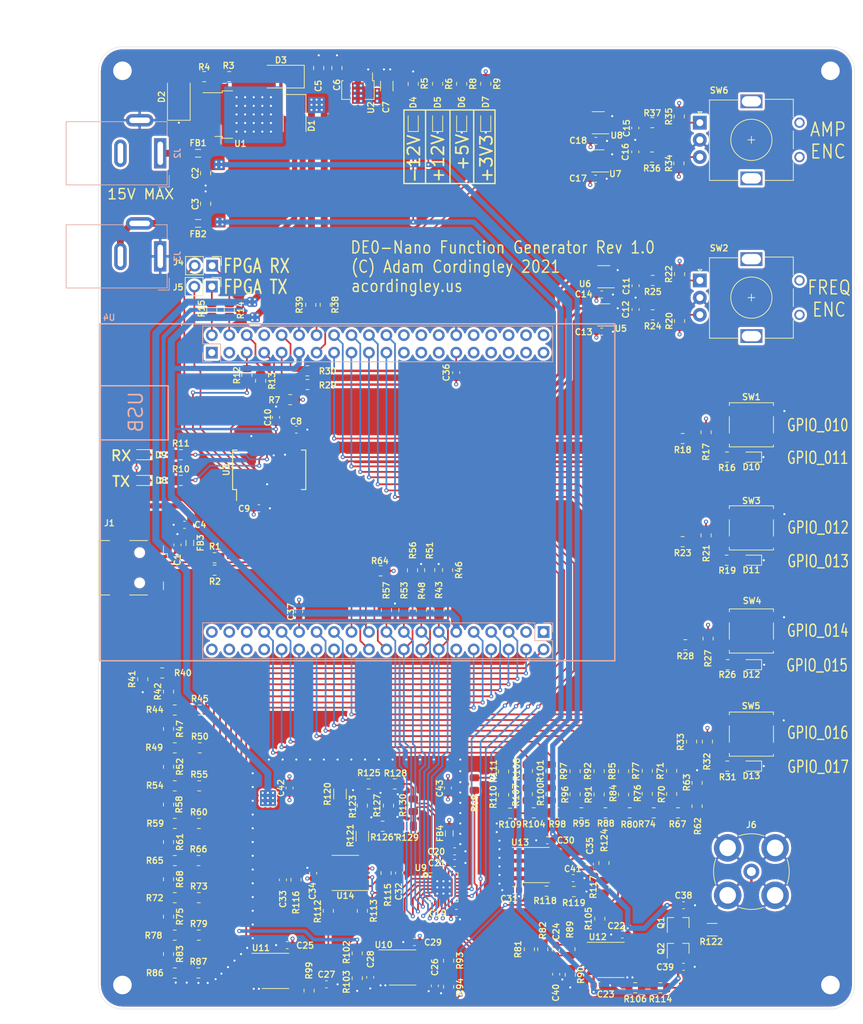
<source format=kicad_pcb>
(kicad_pcb (version 20171130) (host pcbnew 5.1.10-88a1d61d58~90~ubuntu20.04.1)
  (layers (0 F.Cu signal) (1 In1.Cu signal) (2 In2.Cu signal) (31 B.Cu signal) (34 B.Paste user) (35 F.Paste user) (36 B.SilkS user) (37 F.SilkS user) (38 B.Mask user) (39 F.Mask user) (44 Edge.Cuts user))
  (net 0 "")
  (net 1 GND)
  (net 2 "Net-(C1-Pad1)")
  (net 3 +12V)
  (net 4 -12V)
  (net 5 "Net-(C4-Pad1)")
  (net 6 +5V)
  (net 7 +3V3)
  (net 8 /Power/FTDI_3V3)
  (net 9 "Net-(C11-Pad1)")
  (net 10 "Net-(C12-Pad1)")
  (net 11 "Net-(C15-Pad1)")
  (net 12 "Net-(C16-Pad1)")
  (net 13 +5VA)
  (net 14 "Net-(C24-Pad2)")
  (net 15 "Net-(C24-Pad1)")
  (net 16 "Net-(C26-Pad1)")
  (net 17 "Net-(C27-Pad1)")
  (net 18 "Net-(C28-Pad1)")
  (net 19 "Net-(C32-Pad2)")
  (net 20 "Net-(C32-Pad1)")
  (net 21 "Net-(C33-Pad2)")
  (net 22 "Net-(C33-Pad1)")
  (net 23 /Analog/V_OFFSET)
  (net 24 "Net-(C35-Pad1)")
  (net 25 "Net-(D2-Pad2)")
  (net 26 "Net-(D3-Pad2)")
  (net 27 "Net-(D4-Pad2)")
  (net 28 "Net-(D5-Pad2)")
  (net 29 "Net-(D6-Pad2)")
  (net 30 "Net-(D7-Pad2)")
  (net 31 "Net-(D8-Pad1)")
  (net 32 "Net-(D9-Pad1)")
  (net 33 "Net-(D10-Pad2)")
  (net 34 "Net-(D11-Pad2)")
  (net 35 "Net-(D12-Pad2)")
  (net 36 "Net-(D13-Pad2)")
  (net 37 "Net-(FB1-Pad2)")
  (net 38 "Net-(FB2-Pad2)")
  (net 39 "Net-(J1-Pad4)")
  (net 40 "Net-(J2-Pad2)")
  (net 41 /Power/FTDI_TX)
  (net 42 "Net-(J4-Pad1)")
  (net 43 /Power/FTDI_RX)
  (net 44 "Net-(J5-Pad1)")
  (net 45 "Net-(J6-Pad1)")
  (net 46 "Net-(Q1-Pad2)")
  (net 47 "Net-(Q1-Pad1)")
  (net 48 "Net-(R3-Pad2)")
  (net 49 FTDI_RST)
  (net 50 "Net-(R10-Pad2)")
  (net 51 "Net-(R11-Pad2)")
  (net 52 /Power/FTDI_RTS)
  (net 53 FPGA_CTS)
  (net 54 /Power/FTDI_CTS)
  (net 55 FPGA_RTS)
  (net 56 FPGA_RX)
  (net 57 FPGA_TX)
  (net 58 /Logic/ACT_LED)
  (net 59 "Net-(R17-Pad2)")
  (net 60 /Logic/EN_BTN)
  (net 61 /Logic/SINE_LED)
  (net 62 "Net-(R20-Pad2)")
  (net 63 "Net-(R21-Pad2)")
  (net 64 "Net-(R22-Pad2)")
  (net 65 /Logic/SINE_BTN)
  (net 66 /Logic/TRI_LED)
  (net 67 "Net-(R27-Pad2)")
  (net 68 /Logic/TRI_BTN)
  (net 69 "Net-(R29-Pad2)")
  (net 70 /Logic/FREQ_ENC_A)
  (net 71 "Net-(R30-Pad2)")
  (net 72 /Logic/FREQ_ENC_B)
  (net 73 /Logic/SQR_LED)
  (net 74 "Net-(R32-Pad2)")
  (net 75 /Logic/SQR_BTN)
  (net 76 "Net-(R34-Pad2)")
  (net 77 "Net-(R35-Pad2)")
  (net 78 "Net-(R38-Pad2)")
  (net 79 /Logic/AMP_ENC_A)
  (net 80 "Net-(R39-Pad2)")
  (net 81 /Logic/AMP_ENC_B)
  (net 82 "Net-(R40-Pad2)")
  (net 83 "Net-(R40-Pad1)")
  (net 84 "Net-(R42-Pad2)")
  (net 85 VGA_0)
  (net 86 "Net-(R44-Pad2)")
  (net 87 DAC_A_0)
  (net 88 VGA_1)
  (net 89 "Net-(R47-Pad2)")
  (net 90 VGA_2)
  (net 91 "Net-(R49-Pad2)")
  (net 92 DAC_A_1)
  (net 93 VGA_3)
  (net 94 "Net-(R52-Pad2)")
  (net 95 VGA_4)
  (net 96 "Net-(R54-Pad2)")
  (net 97 DAC_A_2)
  (net 98 VGA_5)
  (net 99 VGA_6)
  (net 100 "Net-(R58-Pad2)")
  (net 101 "Net-(R59-Pad2)")
  (net 102 DAC_A_3)
  (net 103 "Net-(R61-Pad2)")
  (net 104 "Net-(R62-Pad2)")
  (net 105 "Net-(R62-Pad1)")
  (net 106 VGA_SEN)
  (net 107 "Net-(R65-Pad2)")
  (net 108 DAC_A_4)
  (net 109 "Net-(R67-Pad2)")
  (net 110 "Net-(R68-Pad2)")
  (net 111 "Net-(R69-Pad2)")
  (net 112 VGA_MISO)
  (net 113 "Net-(R70-Pad2)")
  (net 114 DAC_B_0)
  (net 115 "Net-(R72-Pad2)")
  (net 116 DAC_A_5)
  (net 117 "Net-(R74-Pad2)")
  (net 118 "Net-(R75-Pad2)")
  (net 119 "Net-(R76-Pad2)")
  (net 120 DAC_B_1)
  (net 121 "Net-(R78-Pad2)")
  (net 122 DAC_A_6)
  (net 123 "Net-(R80-Pad2)")
  (net 124 "Net-(R83-Pad2)")
  (net 125 "Net-(R84-Pad2)")
  (net 126 DAC_B_2)
  (net 127 "Net-(R86-Pad2)")
  (net 128 DAC_A_7)
  (net 129 "Net-(R88-Pad2)")
  (net 130 "Net-(R91-Pad2)")
  (net 131 DAC_B_3)
  (net 132 "Net-(R95-Pad2)")
  (net 133 "Net-(R96-Pad2)")
  (net 134 DAC_B_4)
  (net 135 "Net-(R100-Pad1)")
  (net 136 "Net-(R99-Pad2)")
  (net 137 "Net-(R100-Pad2)")
  (net 138 DAC_B_5)
  (net 139 "Net-(R104-Pad2)")
  (net 140 "Net-(R105-Pad1)")
  (net 141 "Net-(R107-Pad2)")
  (net 142 DAC_B_6)
  (net 143 "Net-(R109-Pad2)")
  (net 144 "Net-(R110-Pad2)")
  (net 145 DAC_B_7)
  (net 146 "Net-(R112-Pad1)")
  (net 147 /Analog/1V65_CM)
  (net 148 "Net-(R118-Pad1)")
  (net 149 "Net-(R120-Pad2)")
  (net 150 "Net-(R121-Pad2)")
  (net 151 "Net-(R125-Pad1)")
  (net 152 "Net-(R126-Pad1)")
  (net 153 /Analog/DAC_ATTN_N)
  (net 154 /Analog/DAC_ATTN_P)
  (net 155 "Net-(U3-Pad28)")
  (net 156 "Net-(U3-Pad27)")
  (net 157 "Net-(U3-Pad14)")
  (net 158 "Net-(U3-Pad13)")
  (net 159 "Net-(U3-Pad12)")
  (net 160 "Net-(U3-Pad10)")
  (net 161 "Net-(U3-Pad9)")
  (net 162 "Net-(U3-Pad6)")
  (net 163 "Net-(U3-Pad2)")
  (net 164 "Net-(U4-Pad79)")
  (net 165 "Net-(U4-Pad75)")
  (net 166 "Net-(U4-Pad78)")
  (net 167 "Net-(U4-Pad41)")
  (net 168 "Net-(U4-Pad43)")
  (net 169 "Net-(U4-Pad77)")
  (net 170 "Net-(U4-Pad74)")
  (net 171 "Net-(U4-Pad76)")
  (net 172 VGA_SCLK)
  (net 173 VGA_MOSI)
  (net 174 "Net-(U4-Pad80)")
  (net 175 "Net-(U4-Pad25)")
  (net 176 "Net-(U4-Pad26)")
  (net 177 "Net-(U4-Pad39)")
  (net 178 "Net-(U4-Pad40)")
  (net 179 "Net-(U4-Pad33)")
  (net 180 "Net-(U4-Pad34)")
  (net 181 "Net-(U4-Pad27)")
  (net 182 "Net-(U4-Pad28)")
  (net 183 "Net-(U4-Pad37)")
  (net 184 "Net-(U4-Pad38)")
  (net 185 "Net-(U4-Pad31)")
  (net 186 "Net-(U4-Pad32)")
  (net 187 "Net-(U4-Pad23)")
  (net 188 "Net-(U4-Pad24)")
  (net 189 "Net-(U4-Pad35)")
  (net 190 "Net-(U4-Pad36)")
  (net 191 "Net-(U4-Pad3)")
  (net 192 "Net-(U4-Pad8)")
  (net 193 "Net-(U4-Pad1)")
  (net 194 "Net-(U5-Pad1)")
  (net 195 "Net-(U6-Pad1)")
  (net 196 "Net-(U7-Pad1)")
  (net 197 "Net-(U8-Pad1)")
  (net 198 "Net-(U9-Pad20)")
  (net 199 "Net-(U9-Pad19)")
  (net 200 "Net-(U9-Pad18)")
  (net 201 /Analog/2V5_CM)
  (net 202 "Net-(C36-Pad2)")
  (net 203 "Net-(C37-Pad2)")
  (net 204 /Analog/VGA_OUT_P)
  (net 205 /Analog/VGA_OUT_N)
  (net 206 "Net-(C40-Pad1)")
  (net 207 "Net-(C41-Pad2)")
  (net 208 /Power/USB_EXT_P)
  (net 209 /Power/USB_EXT_N)
  (net 210 /Power/USB_N)
  (net 211 /Power/USB_P)
  (net 212 "Net-(U9-Pad17)")
  (net 213 "Net-(U9-Pad16)")
  (module Capacitor_SMD:C_0603_1608Metric (layer F.Cu) (at 100.85 147.85 270)
    (fp_text reference C43 (at 0.05 1.2 90) (layer F.SilkS) (effects (font (size 0.88 0.88) (thickness 0.175))))
    (fp_text value 0.1uF)
    (pad 2 smd roundrect (at 0.775 0 270) (size 0.9 0.95) (layers F.Cu F.Paste F.Mask) (net 6 +5V))
    (pad 1 smd roundrect (at -0.775 0 270) (size 0.9 0.95) (layers F.Cu F.Paste F.Mask) (net 7 +3V3))
  )
  (module Capacitor_SMD:C_0603_1608Metric (layer F.Cu) (at 77.8 147.85 270)
    (fp_text reference C42 (at 0 1.25 90) (layer F.SilkS) (effects (font (size 0.88 0.88) (thickness 0.175))))
    (fp_text value 0.1uF)
    (pad 2 smd roundrect (at 0.775 0 270) (size 0.9 0.95) (layers F.Cu F.Paste F.Mask) (net 6 +5V))
    (pad 1 smd roundrect (at -0.775 0 270) (size 0.9 0.95) (layers F.Cu F.Paste F.Mask) (net 7 +3V3))
  )
  (module Button_Switch_SMD:SW_Push_1P1T_NO_CK_KSC6xxJ (layer F.Cu) (at 145 140)
    (fp_text reference SW5 (at -0.05 -4.1) (layer F.SilkS) (effects (font (size 0.88 0.88) (thickness 0.175))))
    (fp_text value SW_Push)
    (pad 2 smd rect (at 2.9 2) (size 2.8 1) (layers F.Cu F.Paste F.Mask) (net 74 "Net-(R32-Pad2)"))
    (pad 2 smd rect (at -2.9 2) (size 2.8 1) (layers F.Cu F.Paste F.Mask) (net 74 "Net-(R32-Pad2)"))
    (pad 1 smd rect (at 2.9 -2) (size 2.8 1) (layers F.Cu F.Paste F.Mask) (net 1 GND))
    (pad 1 smd rect (at -2.9 -2) (size 2.8 1) (layers F.Cu F.Paste F.Mask) (net 1 GND))
  )
  (module Button_Switch_SMD:SW_Push_1P1T_NO_CK_KSC6xxJ (layer F.Cu) (at 145 125)
    (fp_text reference SW4 (at 0.1 -4.4) (layer F.SilkS) (effects (font (size 0.88 0.88) (thickness 0.175))))
    (fp_text value SW_Push)
    (pad 2 smd rect (at 2.9 2) (size 2.8 1) (layers F.Cu F.Paste F.Mask) (net 67 "Net-(R27-Pad2)"))
    (pad 2 smd rect (at -2.9 2) (size 2.8 1) (layers F.Cu F.Paste F.Mask) (net 67 "Net-(R27-Pad2)"))
    (pad 1 smd rect (at 2.9 -2) (size 2.8 1) (layers F.Cu F.Paste F.Mask) (net 1 GND))
    (pad 1 smd rect (at -2.9 -2) (size 2.8 1) (layers F.Cu F.Paste F.Mask) (net 1 GND))
  )
  (module Button_Switch_SMD:SW_Push_1P1T_NO_CK_KSC6xxJ (layer F.Cu) (at 145 110)
    (fp_text reference SW3 (at 0 -3.95) (layer F.SilkS) (effects (font (size 0.88 0.88) (thickness 0.175))))
    (fp_text value SW_Push)
    (pad 2 smd rect (at 2.9 2) (size 2.8 1) (layers F.Cu F.Paste F.Mask) (net 63 "Net-(R21-Pad2)"))
    (pad 2 smd rect (at -2.9 2) (size 2.8 1) (layers F.Cu F.Paste F.Mask) (net 63 "Net-(R21-Pad2)"))
    (pad 1 smd rect (at 2.9 -2) (size 2.8 1) (layers F.Cu F.Paste F.Mask) (net 1 GND))
    (pad 1 smd rect (at -2.9 -2) (size 2.8 1) (layers F.Cu F.Paste F.Mask) (net 1 GND))
  )
  (module Button_Switch_SMD:SW_Push_1P1T_NO_CK_KSC6xxJ (layer F.Cu) (at 145 95)
    (fp_text reference SW1 (at 0 -4.05) (layer F.SilkS) (effects (font (size 0.88 0.88) (thickness 0.175))))
    (fp_text value SW_Push)
    (pad 2 smd rect (at 2.9 2) (size 2.8 1) (layers F.Cu F.Paste F.Mask) (net 59 "Net-(R17-Pad2)"))
    (pad 2 smd rect (at -2.9 2) (size 2.8 1) (layers F.Cu F.Paste F.Mask) (net 59 "Net-(R17-Pad2)"))
    (pad 1 smd rect (at 2.9 -2) (size 2.8 1) (layers F.Cu F.Paste F.Mask) (net 1 GND))
    (pad 1 smd rect (at -2.9 -2) (size 2.8 1) (layers F.Cu F.Paste F.Mask) (net 1 GND))
  )
  (module Capacitor_SMD:C_0603_1608Metric (layer F.Cu) (at 119.075 160.95 180)
    (fp_text reference C41 (at 0.05 1.35) (layer F.SilkS) (effects (font (size 0.88 0.88) (thickness 0.175))))
    (fp_text value 47pF)
    (pad 2 smd roundrect (at 0.775 0 180) (size 0.9 0.95) (layers F.Cu F.Paste F.Mask) (net 207 "Net-(C41-Pad2)"))
    (pad 1 smd roundrect (at -0.775 0 180) (size 0.9 0.95) (layers F.Cu F.Paste F.Mask) (net 1 GND))
  )
  (module Capacitor_SMD:C_0603_1608Metric (layer F.Cu) (at 116.6 174.925 270)
    (fp_text reference C40 (at 2.7 0.05 90) (layer F.SilkS) (effects (font (size 0.88 0.88) (thickness 0.175))))
    (fp_text value 10pF)
    (pad 2 smd roundrect (at 0.775 0 270) (size 0.9 0.95) (layers F.Cu F.Paste F.Mask) (net 1 GND))
    (pad 1 smd roundrect (at -0.775 0 270) (size 0.9 0.95) (layers F.Cu F.Paste F.Mask) (net 206 "Net-(C40-Pad1)"))
  )
  (module Capacitor_SMD:C_0603_1608Metric (layer F.Cu) (at 135.125 173.85)
    (fp_text reference C39 (at -2.675 0.05) (layer F.SilkS) (effects (font (size 0.88 0.88) (thickness 0.175))))
    (fp_text value 0.1uF)
    (pad 2 smd roundrect (at 0.775 0) (size 0.9 0.95) (layers F.Cu F.Paste F.Mask) (net 1 GND))
    (pad 1 smd roundrect (at -0.775 0) (size 0.9 0.95) (layers F.Cu F.Paste F.Mask) (net 4 -12V))
  )
  (module Capacitor_SMD:C_0603_1608Metric (layer F.Cu) (at 135.125 164.9)
    (fp_text reference C38 (at 0 -1.43) (layer F.SilkS) (effects (font (size 0.88 0.88) (thickness 0.175))))
    (fp_text value 0.1uF)
    (pad 2 smd roundrect (at 0.775 0) (size 0.9 0.95) (layers F.Cu F.Paste F.Mask) (net 1 GND))
    (pad 1 smd roundrect (at -0.775 0) (size 0.9 0.95) (layers F.Cu F.Paste F.Mask) (net 3 +12V))
  )
  (module Package_SO:SOIC-8_3.9x4.9mm_P1.27mm (layer F.Cu) (at 124.55 172.85)
    (fp_text reference U12 (at -1.9 -3.35) (layer F.SilkS) (effects (font (size 0.88 0.88) (thickness 0.175))))
    (fp_text value OPA2810)
    (pad 8 smd roundrect (at 2.475 -1.905) (size 1.95 0.6) (layers F.Cu F.Paste F.Mask) (net 3 +12V))
    (pad 7 smd roundrect (at 2.475 -0.635) (size 1.95 0.6) (layers F.Cu F.Paste F.Mask) (net 47 "Net-(Q1-Pad1)"))
    (pad 6 smd roundrect (at 2.475 0.635) (size 1.95 0.6) (layers F.Cu F.Paste F.Mask) (net 140 "Net-(R105-Pad1)"))
    (pad 5 smd roundrect (at 2.475 1.905) (size 1.95 0.6) (layers F.Cu F.Paste F.Mask) (net 1 GND))
    (pad 4 smd roundrect (at -2.475 1.905) (size 1.95 0.6) (layers F.Cu F.Paste F.Mask) (net 4 -12V))
    (pad 3 smd roundrect (at -2.475 0.635) (size 1.95 0.6) (layers F.Cu F.Paste F.Mask) (net 206 "Net-(C40-Pad1)"))
    (pad 2 smd roundrect (at -2.475 -0.635) (size 1.95 0.6) (layers F.Cu F.Paste F.Mask) (net 15 "Net-(C24-Pad1)"))
    (pad 1 smd roundrect (at -2.475 -1.905) (size 1.95 0.6) (layers F.Cu F.Paste F.Mask) (net 14 "Net-(C24-Pad2)"))
  )
  (module Capacitor_SMD:C_0603_1608Metric (layer F.Cu) (at 79.2 122.2 270)
    (fp_text reference C37 (at 0 1.2 90) (layer F.SilkS) (effects (font (size 0.88 0.88) (thickness 0.175))))
    (fp_text value 0.1uF)
    (pad 2 smd roundrect (at 0.775 0 270) (size 0.9 0.95) (layers F.Cu F.Paste F.Mask) (net 203 "Net-(C37-Pad2)"))
    (pad 1 smd roundrect (at -0.775 0 270) (size 0.9 0.95) (layers F.Cu F.Paste F.Mask) (net 7 +3V3))
  )
  (module Capacitor_SMD:C_0603_1608Metric (layer F.Cu) (at 102.05 87.4 90)
    (fp_text reference C36 (at 0 -1.43 90) (layer F.SilkS) (effects (font (size 0.88 0.88) (thickness 0.175))))
    (fp_text value 0.1uF)
    (pad 2 smd roundrect (at 0.775 0 90) (size 0.9 0.95) (layers F.Cu F.Paste F.Mask) (net 202 "Net-(C36-Pad2)"))
    (pad 1 smd roundrect (at -0.775 0 90) (size 0.9 0.95) (layers F.Cu F.Paste F.Mask) (net 7 +3V3))
  )
  (module Package_SO:SOIC-8_3.9x4.9mm_P1.27mm (layer F.Cu) (at 85.925 160.195 180)
    (fp_text reference U14 (at 0 -3.305) (layer F.SilkS) (effects (font (size 0.88 0.88) (thickness 0.175))))
    (fp_text value AD8137)
    (pad 8 smd roundrect (at 2.475 -1.905 180) (size 1.95 0.6) (layers F.Cu F.Paste F.Mask) (net 22 "Net-(C33-Pad1)"))
    (pad 7 smd roundrect (at 2.475 -0.635 180) (size 1.95 0.6) (layers F.Cu F.Paste F.Mask) (net 6 +5V))
    (pad 6 smd roundrect (at 2.475 0.635 180) (size 1.95 0.6) (layers F.Cu F.Paste F.Mask) (net 1 GND))
    (pad 5 smd roundrect (at 2.475 1.905 180) (size 1.95 0.6) (layers F.Cu F.Paste F.Mask) (net 21 "Net-(C33-Pad2)"))
    (pad 4 smd roundrect (at -2.475 1.905 180) (size 1.95 0.6) (layers F.Cu F.Paste F.Mask) (net 19 "Net-(C32-Pad2)"))
    (pad 3 smd roundrect (at -2.475 0.635 180) (size 1.95 0.6) (layers F.Cu F.Paste F.Mask) (net 6 +5V))
    (pad 2 smd roundrect (at -2.475 -0.635 180) (size 1.95 0.6) (layers F.Cu F.Paste F.Mask) (net 201 /Analog/2V5_CM))
    (pad 1 smd roundrect (at -2.475 -1.905 180) (size 1.95 0.6) (layers F.Cu F.Paste F.Mask) (net 20 "Net-(C32-Pad1)"))
  )
  (module Package_SO:SOIC-8_3.9x4.9mm_P1.27mm (layer F.Cu) (at 113.65 159.05)
    (fp_text reference U13 (at -2.3 -3.3) (layer F.SilkS) (effects (font (size 0.88 0.88) (thickness 0.175))))
    (fp_text value OPA2810)
    (pad 8 smd roundrect (at 2.475 -1.905) (size 1.95 0.6) (layers F.Cu F.Paste F.Mask) (net 3 +12V))
    (pad 7 smd roundrect (at 2.475 -0.635) (size 1.95 0.6) (layers F.Cu F.Paste F.Mask) (net 23 /Analog/V_OFFSET))
    (pad 6 smd roundrect (at 2.475 0.635) (size 1.95 0.6) (layers F.Cu F.Paste F.Mask) (net 24 "Net-(C35-Pad1)"))
    (pad 5 smd roundrect (at 2.475 1.905) (size 1.95 0.6) (layers F.Cu F.Paste F.Mask) (net 207 "Net-(C41-Pad2)"))
    (pad 4 smd roundrect (at -2.475 1.905) (size 1.95 0.6) (layers F.Cu F.Paste F.Mask) (net 4 -12V))
    (pad 3 smd roundrect (at -2.475 0.635) (size 1.95 0.6) (layers F.Cu F.Paste F.Mask) (net 143 "Net-(R109-Pad2)"))
    (pad 2 smd roundrect (at -2.475 -0.635) (size 1.95 0.6) (layers F.Cu F.Paste F.Mask) (net 148 "Net-(R118-Pad1)"))
    (pad 1 smd roundrect (at -2.475 -1.905) (size 1.95 0.6) (layers F.Cu F.Paste F.Mask) (net 148 "Net-(R118-Pad1)"))
  )
  (module Package_SO:SOIC-8_3.9x4.9mm_P1.27mm (layer F.Cu) (at 94.25 173.95)
    (fp_text reference U10 (at -2.75 -3.3) (layer F.SilkS) (effects (font (size 0.88 0.88) (thickness 0.175))))
    (fp_text value OPA2810)
    (pad 8 smd roundrect (at 2.475 -1.905) (size 1.95 0.6) (layers F.Cu F.Paste F.Mask) (net 6 +5V))
    (pad 7 smd roundrect (at 2.475 -0.635) (size 1.95 0.6) (layers F.Cu F.Paste F.Mask) (net 201 /Analog/2V5_CM))
    (pad 6 smd roundrect (at 2.475 0.635) (size 1.95 0.6) (layers F.Cu F.Paste F.Mask) (net 201 /Analog/2V5_CM))
    (pad 5 smd roundrect (at 2.475 1.905) (size 1.95 0.6) (layers F.Cu F.Paste F.Mask) (net 16 "Net-(C26-Pad1)"))
    (pad 4 smd roundrect (at -2.475 1.905) (size 1.95 0.6) (layers F.Cu F.Paste F.Mask) (net 1 GND))
    (pad 3 smd roundrect (at -2.475 0.635) (size 1.95 0.6) (layers F.Cu F.Paste F.Mask) (net 18 "Net-(C28-Pad1)"))
    (pad 2 smd roundrect (at -2.475 -0.635) (size 1.95 0.6) (layers F.Cu F.Paste F.Mask) (net 147 /Analog/1V65_CM))
    (pad 1 smd roundrect (at -2.475 -1.905) (size 1.95 0.6) (layers F.Cu F.Paste F.Mask) (net 147 /Analog/1V65_CM))
  )
  (module Package_SO:SOIC-8_3.9x4.9mm_P1.27mm (layer F.Cu) (at 75.75 174.45)
    (fp_text reference U11 (at -2.1 -3.35) (layer F.SilkS) (effects (font (size 0.88 0.88) (thickness 0.175))))
    (fp_text value OPA2810)
    (pad 8 smd roundrect (at 2.475 -1.905) (size 1.95 0.6) (layers F.Cu F.Paste F.Mask) (net 6 +5V))
    (pad 7 smd roundrect (at 2.475 -0.635) (size 1.95 0.6) (layers F.Cu F.Paste F.Mask) (net 146 "Net-(R112-Pad1)"))
    (pad 6 smd roundrect (at 2.475 0.635) (size 1.95 0.6) (layers F.Cu F.Paste F.Mask) (net 146 "Net-(R112-Pad1)"))
    (pad 5 smd roundrect (at 2.475 1.905) (size 1.95 0.6) (layers F.Cu F.Paste F.Mask) (net 17 "Net-(C27-Pad1)"))
    (pad 4 smd roundrect (at -2.475 1.905) (size 1.95 0.6) (layers F.Cu F.Paste F.Mask) (net 1 GND))
    (pad 3 smd roundrect (at -2.475 0.635) (size 1.95 0.6) (layers F.Cu F.Paste F.Mask) (net 124 "Net-(R83-Pad2)"))
    (pad 2 smd roundrect (at -2.475 -0.635) (size 1.95 0.6) (layers F.Cu F.Paste F.Mask) (net 136 "Net-(R99-Pad2)"))
    (pad 1 smd roundrect (at -2.475 -1.905) (size 1.95 0.6) (layers F.Cu F.Paste F.Mask) (net 136 "Net-(R99-Pad2)"))
  )
  (module Repowered_DFN_QFN:QFN-24-1EP_4x4mm_P0.5mm_EP2.7x2.7mm (layer F.Cu) (at 100.2 162.3)
    (fp_text reference U9 (at -3.3 -2.85) (layer F.SilkS) (effects (font (size 0.88 0.88) (thickness 0.175))))
    (fp_text value HMC960)
    (pad 24 smd roundrect (at -1.25 -2.0125) (size 0.25 0.825) (layers F.Cu F.Paste F.Mask) (net 154 /Analog/DAC_ATTN_P))
    (pad 23 smd roundrect (at -0.75 -2.0125) (size 0.25 0.825) (layers F.Cu F.Paste F.Mask) (net 153 /Analog/DAC_ATTN_N))
    (pad 22 smd roundrect (at -0.25 -2.0125) (size 0.25 0.825) (layers F.Cu F.Paste F.Mask) (net 13 +5VA))
    (pad 21 smd roundrect (at 0.25 -2.0125) (size 0.25 0.825) (layers F.Cu F.Paste F.Mask) (net 13 +5VA))
    (pad 20 smd roundrect (at 0.75 -2.0125) (size 0.25 0.825) (layers F.Cu F.Paste F.Mask) (net 198 "Net-(U9-Pad20)"))
    (pad 19 smd roundrect (at 1.25 -2.0125) (size 0.25 0.825) (layers F.Cu F.Paste F.Mask) (net 199 "Net-(U9-Pad19)"))
    (pad 18 smd roundrect (at 2.0125 -1.25) (size 0.825 0.25) (layers F.Cu F.Paste F.Mask) (net 200 "Net-(U9-Pad18)"))
    (pad 17 smd roundrect (at 2.0125 -0.75) (size 0.825 0.25) (layers F.Cu F.Paste F.Mask) (net 212 "Net-(U9-Pad17)"))
    (pad 16 smd roundrect (at 2.0125 -0.25) (size 0.825 0.25) (layers F.Cu F.Paste F.Mask) (net 213 "Net-(U9-Pad16)"))
    (pad 15 smd roundrect (at 2.0125 0.25) (size 0.825 0.25) (layers F.Cu F.Paste F.Mask) (net 106 VGA_SEN))
    (pad 14 smd roundrect (at 2.0125 0.75) (size 0.825 0.25) (layers F.Cu F.Paste F.Mask) (net 173 VGA_MOSI))
    (pad 13 smd roundrect (at 2.0125 1.25) (size 0.825 0.25) (layers F.Cu F.Paste F.Mask) (net 111 "Net-(R69-Pad2)"))
    (pad 12 smd roundrect (at 1.25 2.0125) (size 0.25 0.825) (layers F.Cu F.Paste F.Mask) (net 172 VGA_SCLK))
    (pad 11 smd roundrect (at 0.75 2.0125) (size 0.25 0.825) (layers F.Cu F.Paste F.Mask) (net 6 +5V))
    (pad 10 smd roundrect (at 0.25 2.0125) (size 0.25 0.825) (layers F.Cu F.Paste F.Mask) (net 85 VGA_0))
    (pad 9 smd roundrect (at -0.25 2.0125) (size 0.25 0.825) (layers F.Cu F.Paste F.Mask) (net 88 VGA_1))
    (pad 8 smd roundrect (at -0.75 2.0125) (size 0.25 0.825) (layers F.Cu F.Paste F.Mask) (net 90 VGA_2))
    (pad 7 smd roundrect (at -1.25 2.0125) (size 0.25 0.825) (layers F.Cu F.Paste F.Mask) (net 93 VGA_3))
    (pad 6 smd roundrect (at -2.0125 1.25) (size 0.825 0.25) (layers F.Cu F.Paste F.Mask) (net 95 VGA_4))
    (pad 5 smd roundrect (at -2.0125 0.75) (size 0.825 0.25) (layers F.Cu F.Paste F.Mask) (net 98 VGA_5))
    (pad 4 smd roundrect (at -2.0125 0.25) (size 0.825 0.25) (layers F.Cu F.Paste F.Mask) (net 99 VGA_6))
    (pad 3 smd roundrect (at -2.0125 -0.25) (size 0.825 0.25) (layers F.Cu F.Paste F.Mask) (net 204 /Analog/VGA_OUT_P))
    (pad 2 smd roundrect (at -2.0125 -0.75) (size 0.825 0.25) (layers F.Cu F.Paste F.Mask) (net 205 /Analog/VGA_OUT_N))
    (pad 1 smd roundrect (at -2.0125 -1.25) (size 0.825 0.25) (layers F.Cu F.Paste F.Mask) (net 201 /Analog/2V5_CM))
    (pad 25 smd roundrect (at 0 0) (size 2.7 2.7) (layers F.Cu F.Mask) (roundrect_rratio 0.05) (net 1 GND))
  )
  (module Package_TO_SOT_SMD:SOT-23-5 (layer F.Cu) (at 122.72 51.06 180)
    (fp_text reference U8 (at -2.68 -1.84) (layer F.SilkS) (effects (font (size 0.88 0.88) (thickness 0.175))))
    (fp_text value SN74LVC1G14DBV)
    (pad 5 smd rect (at 1.1 -0.95 180) (size 1.06 0.65) (layers F.Cu F.Paste F.Mask) (net 7 +3V3))
    (pad 4 smd rect (at 1.1 0.95 180) (size 1.06 0.65) (layers F.Cu F.Paste F.Mask) (net 80 "Net-(R39-Pad2)"))
    (pad 3 smd rect (at -1.1 0.95 180) (size 1.06 0.65) (layers F.Cu F.Paste F.Mask) (net 1 GND))
    (pad 2 smd rect (at -1.1 0 180) (size 1.06 0.65) (layers F.Cu F.Paste F.Mask) (net 11 "Net-(C15-Pad1)"))
    (pad 1 smd rect (at -1.1 -0.95 180) (size 1.06 0.65) (layers F.Cu F.Paste F.Mask) (net 197 "Net-(U8-Pad1)"))
  )
  (module Package_TO_SOT_SMD:SOT-23-5 (layer F.Cu) (at 122.67 56.61 180)
    (fp_text reference U7 (at -2.53 -1.89) (layer F.SilkS) (effects (font (size 0.88 0.88) (thickness 0.175))))
    (fp_text value SN74LVC1G14DBV)
    (pad 5 smd rect (at 1.1 -0.95 180) (size 1.06 0.65) (layers F.Cu F.Paste F.Mask) (net 7 +3V3))
    (pad 4 smd rect (at 1.1 0.95 180) (size 1.06 0.65) (layers F.Cu F.Paste F.Mask) (net 78 "Net-(R38-Pad2)"))
    (pad 3 smd rect (at -1.1 0.95 180) (size 1.06 0.65) (layers F.Cu F.Paste F.Mask) (net 1 GND))
    (pad 2 smd rect (at -1.1 0 180) (size 1.06 0.65) (layers F.Cu F.Paste F.Mask) (net 12 "Net-(C16-Pad1)"))
    (pad 1 smd rect (at -1.1 -0.95 180) (size 1.06 0.65) (layers F.Cu F.Paste F.Mask) (net 196 "Net-(U7-Pad1)"))
  )
  (module Package_TO_SOT_SMD:SOT-23-5 (layer F.Cu) (at 123.52 73.46 180)
    (fp_text reference U6 (at 2.72 -1.04) (layer F.SilkS) (effects (font (size 0.88 0.88) (thickness 0.175))))
    (fp_text value SN74LVC1G14DBV)
    (pad 5 smd rect (at 1.1 -0.95 180) (size 1.06 0.65) (layers F.Cu F.Paste F.Mask) (net 7 +3V3))
    (pad 4 smd rect (at 1.1 0.95 180) (size 1.06 0.65) (layers F.Cu F.Paste F.Mask) (net 71 "Net-(R30-Pad2)"))
    (pad 3 smd rect (at -1.1 0.95 180) (size 1.06 0.65) (layers F.Cu F.Paste F.Mask) (net 1 GND))
    (pad 2 smd rect (at -1.1 0 180) (size 1.06 0.65) (layers F.Cu F.Paste F.Mask) (net 9 "Net-(C11-Pad1)"))
    (pad 1 smd rect (at -1.1 -0.95 180) (size 1.06 0.65) (layers F.Cu F.Paste F.Mask) (net 195 "Net-(U6-Pad1)"))
  )
  (module Package_TO_SOT_SMD:SOT-23-5 (layer F.Cu) (at 123.52 79.01 180)
    (fp_text reference U5 (at -2.48 -1.99) (layer F.SilkS) (effects (font (size 0.88 0.88) (thickness 0.175))))
    (fp_text value SN74LVC1G14DBV)
    (pad 5 smd rect (at 1.1 -0.95 180) (size 1.06 0.65) (layers F.Cu F.Paste F.Mask) (net 7 +3V3))
    (pad 4 smd rect (at 1.1 0.95 180) (size 1.06 0.65) (layers F.Cu F.Paste F.Mask) (net 69 "Net-(R29-Pad2)"))
    (pad 3 smd rect (at -1.1 0.95 180) (size 1.06 0.65) (layers F.Cu F.Paste F.Mask) (net 1 GND))
    (pad 2 smd rect (at -1.1 0 180) (size 1.06 0.65) (layers F.Cu F.Paste F.Mask) (net 10 "Net-(C12-Pad1)"))
    (pad 1 smd rect (at -1.1 -0.95 180) (size 1.06 0.65) (layers F.Cu F.Paste F.Mask) (net 194 "Net-(U5-Pad1)"))
  )
  (module Repowered_Dev_Boards:DE0_Nano (layer B.Cu) (at 66.5 84.5 270)
    (fp_text reference U4 (at -5.1 14.95) (layer B.SilkS) (effects (font (size 0.88 0.88) (thickness 0.175)) (justify mirror)))
    (fp_text value DE0_Nano)
    (fp_text user USB (at 8.636 11.049 270) (layer B.SilkS) (effects (font (size 2 2) (thickness 0.25)) (justify mirror)))
    (pad 49 thru_hole oval (at 40.64 -38.1 90) (size 1.7 1.7) (drill 1) (layers *.Cu *.Mask) (net 122 DAC_A_6))
    (pad 79 thru_hole oval (at 40.64 0 90) (size 1.7 1.7) (drill 1) (layers *.Cu *.Mask) (net 164 "Net-(U4-Pad79)"))
    (pad 75 thru_hole oval (at 40.64 -5.08 90) (size 1.7 1.7) (drill 1) (layers *.Cu *.Mask) (net 165 "Net-(U4-Pad75)"))
    (pad 60 thru_hole oval (at 43.18 -25.4 90) (size 1.7 1.7) (drill 1) (layers *.Cu *.Mask) (net 106 VGA_SEN))
    (pad 78 thru_hole oval (at 43.18 -2.54 90) (size 1.7 1.7) (drill 1) (layers *.Cu *.Mask) (net 166 "Net-(U4-Pad78)"))
    (pad 41 thru_hole rect (at 40.64 -48.26 90) (size 1.7 1.7) (drill 1) (layers *.Cu *.Mask) (net 167 "Net-(U4-Pad41)"))
    (pad 42 thru_hole oval (at 43.18 -48.26 90) (size 1.7 1.7) (drill 1) (layers *.Cu *.Mask) (net 87 DAC_A_0))
    (pad 48 thru_hole oval (at 43.18 -40.64 90) (size 1.7 1.7) (drill 1) (layers *.Cu *.Mask) (net 116 DAC_A_5))
    (pad 43 thru_hole oval (at 40.64 -45.72 90) (size 1.7 1.7) (drill 1) (layers *.Cu *.Mask) (net 168 "Net-(U4-Pad43)"))
    (pad 44 thru_hole oval (at 43.18 -45.72 90) (size 1.7 1.7) (drill 1) (layers *.Cu *.Mask) (net 92 DAC_A_1))
    (pad 66 thru_hole oval (at 43.18 -17.78 90) (size 1.7 1.7) (drill 1) (layers *.Cu *.Mask) (net 126 DAC_B_2))
    (pad 58 thru_hole oval (at 43.18 -27.94 90) (size 1.7 1.7) (drill 1) (layers *.Cu *.Mask) (net 98 VGA_5))
    (pad 57 thru_hole oval (at 40.64 -27.94 90) (size 1.7 1.7) (drill 1) (layers *.Cu *.Mask) (net 95 VGA_4))
    (pad 63 thru_hole oval (at 40.64 -20.32 90) (size 1.7 1.7) (drill 1) (layers *.Cu *.Mask) (net 112 VGA_MISO))
    (pad 72 thru_hole oval (at 43.18 -10.16 90) (size 1.7 1.7) (drill 1) (layers *.Cu *.Mask) (net 142 DAC_B_6))
    (pad 59 thru_hole oval (at 40.64 -25.4 90) (size 1.7 1.7) (drill 1) (layers *.Cu *.Mask) (net 99 VGA_6))
    (pad 77 thru_hole oval (at 40.64 -2.54 90) (size 1.7 1.7) (drill 1) (layers *.Cu *.Mask) (net 169 "Net-(U4-Pad77)"))
    (pad 45 thru_hole oval (at 40.64 -43.18 90) (size 1.7 1.7) (drill 1) (layers *.Cu *.Mask) (net 97 DAC_A_2))
    (pad 65 thru_hole oval (at 40.64 -17.78 90) (size 1.7 1.7) (drill 1) (layers *.Cu *.Mask) (net 120 DAC_B_1))
    (pad 52 thru_hole oval (at 43.18 -35.56 90) (size 1.7 1.7) (drill 1) (layers *.Cu *.Mask) (net 1 GND))
    (pad 74 thru_hole oval (at 43.18 -7.62 90) (size 1.7 1.7) (drill 1) (layers *.Cu *.Mask) (net 170 "Net-(U4-Pad74)"))
    (pad 73 thru_hole oval (at 40.64 -7.62 90) (size 1.7 1.7) (drill 1) (layers *.Cu *.Mask) (net 145 DAC_B_7))
    (pad 76 thru_hole oval (at 43.18 -5.08 90) (size 1.7 1.7) (drill 1) (layers *.Cu *.Mask) (net 171 "Net-(U4-Pad76)"))
    (pad 51 thru_hole oval (at 40.64 -35.56 90) (size 1.7 1.7) (drill 1) (layers *.Cu *.Mask) (net 6 +5V))
    (pad 67 thru_hole oval (at 40.64 -15.24 90) (size 1.7 1.7) (drill 1) (layers *.Cu *.Mask) (net 131 DAC_B_3))
    (pad 55 thru_hole oval (at 40.64 -30.48 90) (size 1.7 1.7) (drill 1) (layers *.Cu *.Mask) (net 90 VGA_2))
    (pad 47 thru_hole oval (at 40.64 -40.64 90) (size 1.7 1.7) (drill 1) (layers *.Cu *.Mask) (net 108 DAC_A_4))
    (pad 56 thru_hole oval (at 43.18 -30.48 90) (size 1.7 1.7) (drill 1) (layers *.Cu *.Mask) (net 93 VGA_3))
    (pad 64 thru_hole oval (at 43.18 -20.32 90) (size 1.7 1.7) (drill 1) (layers *.Cu *.Mask) (net 114 DAC_B_0))
    (pad 71 thru_hole oval (at 40.64 -10.16 90) (size 1.7 1.7) (drill 1) (layers *.Cu *.Mask) (net 138 DAC_B_5))
    (pad 69 thru_hole oval (at 40.64 -12.7 90) (size 1.7 1.7) (drill 1) (layers *.Cu *.Mask) (net 203 "Net-(C37-Pad2)"))
    (pad 61 thru_hole oval (at 40.64 -22.86 90) (size 1.7 1.7) (drill 1) (layers *.Cu *.Mask) (net 172 VGA_SCLK))
    (pad 53 thru_hole oval (at 40.64 -33.02 90) (size 1.7 1.7) (drill 1) (layers *.Cu *.Mask) (net 85 VGA_0))
    (pad 62 thru_hole oval (at 43.18 -22.86 90) (size 1.7 1.7) (drill 1) (layers *.Cu *.Mask) (net 173 VGA_MOSI))
    (pad 54 thru_hole oval (at 43.18 -33.02 90) (size 1.7 1.7) (drill 1) (layers *.Cu *.Mask) (net 88 VGA_1))
    (pad 80 thru_hole oval (at 43.18 0 90) (size 1.7 1.7) (drill 1) (layers *.Cu *.Mask) (net 174 "Net-(U4-Pad80)"))
    (pad 46 thru_hole oval (at 43.18 -43.18 90) (size 1.7 1.7) (drill 1) (layers *.Cu *.Mask) (net 102 DAC_A_3))
    (pad 68 thru_hole oval (at 43.18 -15.24 90) (size 1.7 1.7) (drill 1) (layers *.Cu *.Mask) (net 134 DAC_B_4))
    (pad 50 thru_hole oval (at 43.18 -38.1 90) (size 1.7 1.7) (drill 1) (layers *.Cu *.Mask) (net 128 DAC_A_7))
    (pad 70 thru_hole oval (at 43.18 -12.7 90) (size 1.7 1.7) (drill 1) (layers *.Cu *.Mask) (net 1 GND))
    (pad 6 thru_hole oval (at -2.54 -5.08 270) (size 1.7 1.7) (drill 1) (layers *.Cu *.Mask) (net 55 FPGA_RTS))
    (pad 14 thru_hole oval (at -2.54 -15.24 270) (size 1.7 1.7) (drill 1) (layers *.Cu *.Mask) (net 81 /Logic/AMP_ENC_B))
    (pad 25 thru_hole oval (at 0 -30.48 270) (size 1.7 1.7) (drill 1) (layers *.Cu *.Mask) (net 175 "Net-(U4-Pad25)"))
    (pad 26 thru_hole oval (at -2.54 -30.48 270) (size 1.7 1.7) (drill 1) (layers *.Cu *.Mask) (net 176 "Net-(U4-Pad26)"))
    (pad 39 thru_hole oval (at 0 -48.26 270) (size 1.7 1.7) (drill 1) (layers *.Cu *.Mask) (net 177 "Net-(U4-Pad39)"))
    (pad 40 thru_hole oval (at -2.54 -48.26 270) (size 1.7 1.7) (drill 1) (layers *.Cu *.Mask) (net 178 "Net-(U4-Pad40)"))
    (pad 10 thru_hole oval (at -2.54 -10.16 270) (size 1.7 1.7) (drill 1) (layers *.Cu *.Mask) (net 72 /Logic/FREQ_ENC_B))
    (pad 17 thru_hole oval (at 0 -20.32 270) (size 1.7 1.7) (drill 1) (layers *.Cu *.Mask) (net 65 /Logic/SINE_BTN))
    (pad 18 thru_hole oval (at -2.54 -20.32 270) (size 1.7 1.7) (drill 1) (layers *.Cu *.Mask) (net 61 /Logic/SINE_LED))
    (pad 29 thru_hole oval (at 0 -35.56 270) (size 1.7 1.7) (drill 1) (layers *.Cu *.Mask) (net 202 "Net-(C36-Pad2)"))
    (pad 30 thru_hole oval (at -2.54 -35.56 270) (size 1.7 1.7) (drill 1) (layers *.Cu *.Mask) (net 1 GND))
    (pad 19 thru_hole oval (at 0 -22.86 270) (size 1.7 1.7) (drill 1) (layers *.Cu *.Mask) (net 68 /Logic/TRI_BTN))
    (pad 20 thru_hole oval (at -2.54 -22.86 270) (size 1.7 1.7) (drill 1) (layers *.Cu *.Mask) (net 66 /Logic/TRI_LED))
    (pad 13 thru_hole oval (at 0 -15.24 270) (size 1.7 1.7) (drill 1) (layers *.Cu *.Mask) (net 79 /Logic/AMP_ENC_A))
    (pad 33 thru_hole oval (at 0 -40.64 270) (size 1.7 1.7) (drill 1) (layers *.Cu *.Mask) (net 179 "Net-(U4-Pad33)"))
    (pad 34 thru_hole oval (at -2.54 -40.64 270) (size 1.7 1.7) (drill 1) (layers *.Cu *.Mask) (net 180 "Net-(U4-Pad34)"))
    (pad 27 thru_hole oval (at 0 -33.02 270) (size 1.7 1.7) (drill 1) (layers *.Cu *.Mask) (net 181 "Net-(U4-Pad27)"))
    (pad 28 thru_hole oval (at -2.54 -33.02 270) (size 1.7 1.7) (drill 1) (layers *.Cu *.Mask) (net 182 "Net-(U4-Pad28)"))
    (pad 37 thru_hole oval (at 0 -45.72 270) (size 1.7 1.7) (drill 1) (layers *.Cu *.Mask) (net 183 "Net-(U4-Pad37)"))
    (pad 38 thru_hole oval (at -2.54 -45.72 270) (size 1.7 1.7) (drill 1) (layers *.Cu *.Mask) (net 184 "Net-(U4-Pad38)"))
    (pad 21 thru_hole oval (at 0 -25.4 270) (size 1.7 1.7) (drill 1) (layers *.Cu *.Mask) (net 75 /Logic/SQR_BTN))
    (pad 22 thru_hole oval (at -2.54 -25.4 270) (size 1.7 1.7) (drill 1) (layers *.Cu *.Mask) (net 73 /Logic/SQR_LED))
    (pad 31 thru_hole oval (at 0 -38.1 270) (size 1.7 1.7) (drill 1) (layers *.Cu *.Mask) (net 185 "Net-(U4-Pad31)"))
    (pad 32 thru_hole oval (at -2.54 -38.1 270) (size 1.7 1.7) (drill 1) (layers *.Cu *.Mask) (net 186 "Net-(U4-Pad32)"))
    (pad 23 thru_hole oval (at 0 -27.94 270) (size 1.7 1.7) (drill 1) (layers *.Cu *.Mask) (net 187 "Net-(U4-Pad23)"))
    (pad 24 thru_hole oval (at -2.54 -27.94 270) (size 1.7 1.7) (drill 1) (layers *.Cu *.Mask) (net 188 "Net-(U4-Pad24)"))
    (pad 15 thru_hole oval (at 0 -17.78 270) (size 1.7 1.7) (drill 1) (layers *.Cu *.Mask) (net 60 /Logic/EN_BTN))
    (pad 12 thru_hole oval (at -2.54 -12.7 270) (size 1.7 1.7) (drill 1) (layers *.Cu *.Mask) (net 1 GND))
    (pad 16 thru_hole oval (at -2.54 -17.78 270) (size 1.7 1.7) (drill 1) (layers *.Cu *.Mask) (net 58 /Logic/ACT_LED))
    (pad 11 thru_hole oval (at 0 -12.7 270) (size 1.7 1.7) (drill 1) (layers *.Cu *.Mask) (net 6 +5V))
    (pad 9 thru_hole oval (at 0 -10.16 270) (size 1.7 1.7) (drill 1) (layers *.Cu *.Mask) (net 70 /Logic/FREQ_ENC_A))
    (pad 7 thru_hole oval (at 0 -7.62 270) (size 1.7 1.7) (drill 1) (layers *.Cu *.Mask) (net 49 FTDI_RST))
    (pad 5 thru_hole oval (at 0 -5.08 270) (size 1.7 1.7) (drill 1) (layers *.Cu *.Mask) (net 53 FPGA_CTS))
    (pad 35 thru_hole oval (at 0 -43.18 270) (size 1.7 1.7) (drill 1) (layers *.Cu *.Mask) (net 189 "Net-(U4-Pad35)"))
    (pad 36 thru_hole oval (at -2.54 -43.18 270) (size 1.7 1.7) (drill 1) (layers *.Cu *.Mask) (net 190 "Net-(U4-Pad36)"))
    (pad 4 thru_hole oval (at -2.54 -2.54 270) (size 1.7 1.7) (drill 1) (layers *.Cu *.Mask) (net 56 FPGA_RX))
    (pad 3 thru_hole oval (at 0 -2.54 270) (size 1.7 1.7) (drill 1) (layers *.Cu *.Mask) (net 191 "Net-(U4-Pad3)"))
    (pad 8 thru_hole oval (at -2.54 -7.62 270) (size 1.7 1.7) (drill 1) (layers *.Cu *.Mask) (net 192 "Net-(U4-Pad8)"))
    (pad 2 thru_hole oval (at -2.54 0 270) (size 1.7 1.7) (drill 1) (layers *.Cu *.Mask) (net 57 FPGA_TX))
    (pad 1 thru_hole rect (at 0 0 270) (size 1.7 1.7) (drill 1) (layers *.Cu *.Mask) (net 193 "Net-(U4-Pad1)"))
  )
  (module Package_SO:SSOP-28_5.3x10.2mm_P0.65mm (layer F.Cu) (at 74.85 101.55 90)
    (fp_text reference U3 (at 0 -6.25 90) (layer F.SilkS) (effects (font (size 0.88 0.88) (thickness 0.175))))
    (fp_text value FT232RL)
    (pad 28 smd rect (at 3.6 -4.225 90) (size 1.75 0.45) (layers F.Cu F.Paste F.Mask) (net 155 "Net-(U3-Pad28)"))
    (pad 27 smd rect (at 3.6 -3.575 90) (size 1.75 0.45) (layers F.Cu F.Paste F.Mask) (net 156 "Net-(U3-Pad27)"))
    (pad 26 smd rect (at 3.6 -2.925 90) (size 1.75 0.45) (layers F.Cu F.Paste F.Mask) (net 1 GND))
    (pad 25 smd rect (at 3.6 -2.275 90) (size 1.75 0.45) (layers F.Cu F.Paste F.Mask) (net 1 GND))
    (pad 24 smd rect (at 3.6 -1.625 90) (size 1.75 0.45) (layers F.Cu F.Paste F.Mask))
    (pad 23 smd rect (at 3.6 -0.975 90) (size 1.75 0.45) (layers F.Cu F.Paste F.Mask) (net 50 "Net-(R10-Pad2)"))
    (pad 22 smd rect (at 3.6 -0.325 90) (size 1.75 0.45) (layers F.Cu F.Paste F.Mask) (net 51 "Net-(R11-Pad2)"))
    (pad 21 smd rect (at 3.6 0.325 90) (size 1.75 0.45) (layers F.Cu F.Paste F.Mask) (net 1 GND))
    (pad 20 smd rect (at 3.6 0.975 90) (size 1.75 0.45) (layers F.Cu F.Paste F.Mask) (net 6 +5V))
    (pad 19 smd rect (at 3.6 1.625 90) (size 1.75 0.45) (layers F.Cu F.Paste F.Mask) (net 49 FTDI_RST))
    (pad 18 smd rect (at 3.6 2.275 90) (size 1.75 0.45) (layers F.Cu F.Paste F.Mask) (net 1 GND))
    (pad 17 smd rect (at 3.6 2.925 90) (size 1.75 0.45) (layers F.Cu F.Paste F.Mask) (net 8 /Power/FTDI_3V3))
    (pad 16 smd rect (at 3.6 3.575 90) (size 1.75 0.45) (layers F.Cu F.Paste F.Mask) (net 210 /Power/USB_N))
    (pad 15 smd rect (at 3.6 4.225 90) (size 1.75 0.45) (layers F.Cu F.Paste F.Mask) (net 211 /Power/USB_P))
    (pad 14 smd rect (at -3.6 4.225 90) (size 1.75 0.45) (layers F.Cu F.Paste F.Mask) (net 157 "Net-(U3-Pad14)"))
    (pad 13 smd rect (at -3.6 3.575 90) (size 1.75 0.45) (layers F.Cu F.Paste F.Mask) (net 158 "Net-(U3-Pad13)"))
    (pad 12 smd rect (at -3.6 2.925 90) (size 1.75 0.45) (layers F.Cu F.Paste F.Mask) (net 159 "Net-(U3-Pad12)"))
    (pad 11 smd rect (at -3.6 2.275 90) (size 1.75 0.45) (layers F.Cu F.Paste F.Mask) (net 54 /Power/FTDI_CTS))
    (pad 10 smd rect (at -3.6 1.625 90) (size 1.75 0.45) (layers F.Cu F.Paste F.Mask) (net 160 "Net-(U3-Pad10)"))
    (pad 9 smd rect (at -3.6 0.975 90) (size 1.75 0.45) (layers F.Cu F.Paste F.Mask) (net 161 "Net-(U3-Pad9)"))
    (pad 8 smd rect (at -3.6 0.325 90) (size 1.75 0.45) (layers F.Cu F.Paste F.Mask))
    (pad 7 smd rect (at -3.6 -0.325 90) (size 1.75 0.45) (layers F.Cu F.Paste F.Mask) (net 1 GND))
    (pad 6 smd rect (at -3.6 -0.975 90) (size 1.75 0.45) (layers F.Cu F.Paste F.Mask) (net 162 "Net-(U3-Pad6)"))
    (pad 5 smd rect (at -3.6 -1.625 90) (size 1.75 0.45) (layers F.Cu F.Paste F.Mask) (net 43 /Power/FTDI_RX))
    (pad 4 smd rect (at -3.6 -2.275 90) (size 1.75 0.45) (layers F.Cu F.Paste F.Mask) (net 7 +3V3))
    (pad 3 smd rect (at -3.6 -2.925 90) (size 1.75 0.45) (layers F.Cu F.Paste F.Mask) (net 52 /Power/FTDI_RTS))
    (pad 2 smd rect (at -3.6 -3.575 90) (size 1.75 0.45) (layers F.Cu F.Paste F.Mask) (net 163 "Net-(U3-Pad2)"))
    (pad 1 smd rect (at -3.6 -4.225 90) (size 1.75 0.45) (layers F.Cu F.Paste F.Mask) (net 41 /Power/FTDI_TX))
  )
  (module Package_TO_SOT_SMD:SOT-89-3 (layer F.Cu) (at 87.75 46 270)
    (fp_text reference U2 (at 2.85 -1.9 90) (layer F.SilkS) (effects (font (size 0.88 0.88) (thickness 0.175))))
    (fp_text value AZ1117-3.3)
    (pad 2 smd custom (at -1.5625 0 270) (size 1.475 0.9) (layers F.Cu F.Paste F.Mask) (net 7 +3V3) (options (clearance outline) (anchor rect)) (primitives (gr_poly (pts (xy 0.7375 -0.8665) (xy 3.8625 -0.8665) (xy 3.8625 0.8665) (xy 0.7375 0.8665)) (width 0))))
    (pad 3 smd rect (at -1.65 1.5 270) (size 1.3 0.9) (layers F.Cu F.Paste F.Mask) (net 6 +5V))
    (pad 1 smd rect (at -1.65 -1.5 270) (size 1.3 0.9) (layers F.Cu F.Paste F.Mask) (net 1 GND))
  )
  (module Package_TO_SOT_SMD:TO-252-2 (layer F.Cu) (at 70.5 49.87)
    (fp_text reference U1 (at 0.15 4.23) (layer F.SilkS) (effects (font (size 0.88 0.88) (thickness 0.175))))
    (fp_text value LM317_TO-252)
    (pad 2 smd rect (at 2.1 0) (size 6.4 5.8) (layers F.Cu F.Mask) (net 26 "Net-(D3-Pad2)"))
    (pad 3 smd rect (at -4.2 2.28) (size 2.2 1.2) (layers F.Cu F.Paste F.Mask) (net 3 +12V))
    (pad 1 smd rect (at -4.2 -2.28) (size 2.2 1.2) (layers F.Cu F.Paste F.Mask) (net 48 "Net-(R3-Pad2)"))
  )
  (module Rotary_Encoder:RotaryEncoder_Alps_EC11E_Vertical_H20mm (layer F.Cu) (at 137.5 51.05)
    (fp_text reference SW6 (at 2.8 -4.7) (layer F.SilkS) (effects (font (size 0.88 0.88) (thickness 0.175))))
    (fp_text value Rotary_Encoder)
    (pad A thru_hole rect (at 0 0) (size 2 2) (drill 1) (layers *.Cu *.Mask) (net 77 "Net-(R35-Pad2)"))
    (pad C thru_hole circle (at 0 2.5) (size 2 2) (drill 1) (layers *.Cu *.Mask) (net 1 GND))
    (pad B thru_hole circle (at 0 5) (size 2 2) (drill 1) (layers *.Cu *.Mask) (net 76 "Net-(R34-Pad2)"))
    (pad MP thru_hole rect (at 7.5 -3.1) (size 3.2 2) (drill oval 2.8 1.5) (layers *.Cu *.Mask))
    (pad MP thru_hole rect (at 7.5 8.1) (size 3.2 2) (drill oval 2.8 1.5) (layers *.Cu *.Mask))
    (pad "" thru_hole circle (at 14.5 0) (size 1.5 1.5) (drill 1) (layers *.Cu *.Mask))
    (pad "" thru_hole circle (at 14.5 5) (size 1.5 1.5) (drill 1) (layers *.Cu *.Mask))
  )
  (module Rotary_Encoder:RotaryEncoder_Alps_EC11E_Vertical_H20mm (layer F.Cu) (at 137.5 74)
    (fp_text reference SW2 (at 2.8 -4.7) (layer F.SilkS) (effects (font (size 0.88 0.88) (thickness 0.175))))
    (fp_text value Rotary_Encoder)
    (pad A thru_hole rect (at 0 0) (size 2 2) (drill 1) (layers *.Cu *.Mask) (net 64 "Net-(R22-Pad2)"))
    (pad C thru_hole circle (at 0 2.5) (size 2 2) (drill 1) (layers *.Cu *.Mask) (net 1 GND))
    (pad B thru_hole circle (at 0 5) (size 2 2) (drill 1) (layers *.Cu *.Mask) (net 62 "Net-(R20-Pad2)"))
    (pad MP thru_hole rect (at 7.5 -3.1) (size 3.2 2) (drill oval 2.8 1.5) (layers *.Cu *.Mask))
    (pad MP thru_hole rect (at 7.5 8.1) (size 3.2 2) (drill oval 2.8 1.5) (layers *.Cu *.Mask))
    (pad "" thru_hole circle (at 14.5 0) (size 1.5 1.5) (drill 1) (layers *.Cu *.Mask))
    (pad "" thru_hole circle (at 14.5 5) (size 1.5 1.5) (drill 1) (layers *.Cu *.Mask))
  )
  (module Resistor_SMD:R_0805_2012Metric (layer F.Cu) (at 95.8 150.35 270)
    (fp_text reference R130 (at 0 1.5 90) (layer F.SilkS) (effects (font (size 0.88 0.88) (thickness 0.175))))
    (fp_text value NO-STUFF)
    (pad 2 smd roundrect (at 0.9125 0 270) (size 1.025 1.4) (layers F.Cu F.Paste F.Mask) (roundrect_rratio 0.2439014634146341) (net 154 /Analog/DAC_ATTN_P))
    (pad 1 smd roundrect (at -0.9125 0 270) (size 1.025 1.4) (layers F.Cu F.Paste F.Mask) (roundrect_rratio 0.2439014634146341) (net 153 /Analog/DAC_ATTN_N))
  )
  (module Resistor_SMD:R_0805_2012Metric (layer F.Cu) (at 94.9125 153.4 180)
    (fp_text reference R129 (at 0 -1.65) (layer F.SilkS) (effects (font (size 0.88 0.88) (thickness 0.175))))
    (fp_text value 390)
    (pad 2 smd roundrect (at 0.9125 0 180) (size 1.025 1.4) (layers F.Cu F.Paste F.Mask) (roundrect_rratio 0.2439014634146341) (net 152 "Net-(R126-Pad1)"))
    (pad 1 smd roundrect (at -0.9125 0 180) (size 1.025 1.4) (layers F.Cu F.Paste F.Mask) (roundrect_rratio 0.2439014634146341) (net 154 /Analog/DAC_ATTN_P))
  )
  (module Resistor_SMD:R_0805_2012Metric (layer F.Cu) (at 93.1125 147.25 180)
    (fp_text reference R128 (at -0.1 1.55) (layer F.SilkS) (effects (font (size 0.88 0.88) (thickness 0.175))))
    (fp_text value 390)
    (pad 2 smd roundrect (at 0.9125 0 180) (size 1.025 1.4) (layers F.Cu F.Paste F.Mask) (roundrect_rratio 0.2439014634146341) (net 151 "Net-(R125-Pad1)"))
    (pad 1 smd roundrect (at -0.9125 0 180) (size 1.025 1.4) (layers F.Cu F.Paste F.Mask) (roundrect_rratio 0.2439014634146341) (net 153 /Analog/DAC_ATTN_N))
  )
  (module Resistor_SMD:R_0805_2012Metric (layer F.Cu) (at 92.2 150.4 90)
    (fp_text reference R127 (at 0 -1.65 90) (layer F.SilkS) (effects (font (size 0.88 0.88) (thickness 0.175))))
    (fp_text value 60.4)
    (pad 2 smd roundrect (at 0.9125 0 90) (size 1.025 1.4) (layers F.Cu F.Paste F.Mask) (roundrect_rratio 0.2439014634146341) (net 151 "Net-(R125-Pad1)"))
    (pad 1 smd roundrect (at -0.9125 0 90) (size 1.025 1.4) (layers F.Cu F.Paste F.Mask) (roundrect_rratio 0.2439014634146341) (net 152 "Net-(R126-Pad1)"))
  )
  (module Resistor_SMD:R_0805_2012Metric (layer F.Cu) (at 91.35 153.4 180)
    (fp_text reference R126 (at 0.1 -1.6) (layer F.SilkS) (effects (font (size 0.88 0.88) (thickness 0.175))))
    (fp_text value 240)
    (pad 2 smd roundrect (at 0.9125 0 180) (size 1.025 1.4) (layers F.Cu F.Paste F.Mask) (roundrect_rratio 0.2439014634146341) (net 150 "Net-(R121-Pad2)"))
    (pad 1 smd roundrect (at -0.9125 0 180) (size 1.025 1.4) (layers F.Cu F.Paste F.Mask) (roundrect_rratio 0.2439014634146341) (net 152 "Net-(R126-Pad1)"))
  )
  (module Resistor_SMD:R_0805_2012Metric (layer F.Cu) (at 89.3 147.25 180)
    (fp_text reference R125 (at -0.05 1.6) (layer F.SilkS) (effects (font (size 0.88 0.88) (thickness 0.175))))
    (fp_text value 240)
    (pad 2 smd roundrect (at 0.9125 0 180) (size 1.025 1.4) (layers F.Cu F.Paste F.Mask) (roundrect_rratio 0.2439014634146341) (net 149 "Net-(R120-Pad2)"))
    (pad 1 smd roundrect (at -0.9125 0 180) (size 1.025 1.4) (layers F.Cu F.Paste F.Mask) (roundrect_rratio 0.2439014634146341) (net 151 "Net-(R125-Pad1)"))
  )
  (module Resistor_SMD:R_0805_2012Metric (layer F.Cu) (at 123.55 158.75 270)
    (fp_text reference R124 (at -3.3 -0.05 90) (layer F.SilkS) (effects (font (size 0.88 0.88) (thickness 0.175))))
    (fp_text value 3.3k)
    (pad 2 smd roundrect (at 0.9125 0 270) (size 1.025 1.4) (layers F.Cu F.Paste F.Mask) (roundrect_rratio 0.2439014634146341) (net 24 "Net-(C35-Pad1)"))
    (pad 1 smd roundrect (at -0.9125 0 270) (size 1.025 1.4) (layers F.Cu F.Paste F.Mask) (roundrect_rratio 0.2439014634146341) (net 23 /Analog/V_OFFSET))
  )
  (module Resistor_SMD:R_0805_2012Metric (layer F.Cu) (at 88.4 150.4 90)
    (fp_text reference R123 (at -0.15 -1.4 90) (layer F.SilkS) (effects (font (size 0.88 0.88) (thickness 0.175))))
    (fp_text value 120)
    (pad 2 smd roundrect (at 0.9125 0 90) (size 1.025 1.4) (layers F.Cu F.Paste F.Mask) (roundrect_rratio 0.2439014634146341) (net 149 "Net-(R120-Pad2)"))
    (pad 1 smd roundrect (at -0.9125 0 90) (size 1.025 1.4) (layers F.Cu F.Paste F.Mask) (roundrect_rratio 0.2439014634146341) (net 150 "Net-(R121-Pad2)"))
  )
  (module Resistor_SMD:R_1206_3216Metric (layer F.Cu) (at 139.3 168.45)
    (fp_text reference R122 (at -0.15 1.75) (layer F.SilkS) (effects (font (size 0.88 0.88) (thickness 0.175))))
    (fp_text value 49.9)
    (pad 2 smd roundrect (at 1.4625 0) (size 1.125 1.75) (layers F.Cu F.Paste F.Mask) (roundrect_rratio 0.2222213333333333) (net 45 "Net-(J6-Pad1)"))
    (pad 1 smd roundrect (at -1.4625 0) (size 1.125 1.75) (layers F.Cu F.Paste F.Mask) (roundrect_rratio 0.2222213333333333) (net 46 "Net-(Q1-Pad2)"))
  )
  (module Resistor_SMD:R_1206_3216Metric (layer F.Cu) (at 88.4 154.8625 90)
    (fp_text reference R121 (at 0.1125 -1.75 90) (layer F.SilkS) (effects (font (size 0.88 0.88) (thickness 0.175))))
    (fp_text value 49.9)
    (pad 2 smd roundrect (at 1.4625 0 90) (size 1.125 1.75) (layers F.Cu F.Paste F.Mask) (roundrect_rratio 0.2222213333333333) (net 150 "Net-(R121-Pad2)"))
    (pad 1 smd roundrect (at -1.4625 0 90) (size 1.125 1.75) (layers F.Cu F.Paste F.Mask) (roundrect_rratio 0.2222213333333333) (net 19 "Net-(C32-Pad2)"))
  )
  (module Resistor_SMD:R_1206_3216Metric (layer F.Cu) (at 85.15 148.7125 90)
    (fp_text reference R120 (at 0 -1.82 90) (layer F.SilkS) (effects (font (size 0.88 0.88) (thickness 0.175))))
    (fp_text value 49.9)
    (pad 2 smd roundrect (at 1.4625 0 90) (size 1.125 1.75) (layers F.Cu F.Paste F.Mask) (roundrect_rratio 0.2222213333333333) (net 149 "Net-(R120-Pad2)"))
    (pad 1 smd roundrect (at -1.4625 0 90) (size 1.125 1.75) (layers F.Cu F.Paste F.Mask) (roundrect_rratio 0.2222213333333333) (net 21 "Net-(C33-Pad2)"))
  )
  (module Resistor_SMD:R_0805_2012Metric (layer F.Cu) (at 119.1625 162.9 180)
    (fp_text reference R119 (at 0 -1.65) (layer F.SilkS) (effects (font (size 0.88 0.88) (thickness 0.175))))
    (fp_text value 3.3k)
    (pad 2 smd roundrect (at 0.9125 0 180) (size 1.025 1.4) (layers F.Cu F.Paste F.Mask) (roundrect_rratio 0.2439014634146341) (net 207 "Net-(C41-Pad2)"))
    (pad 1 smd roundrect (at -0.9125 0 180) (size 1.025 1.4) (layers F.Cu F.Paste F.Mask) (roundrect_rratio 0.2439014634146341) (net 1 GND))
  )
  (module Resistor_SMD:R_0805_2012Metric (layer F.Cu) (at 115.1875 162.85)
    (fp_text reference R118 (at -0.2 1.4) (layer F.SilkS) (effects (font (size 0.88 0.88) (thickness 0.175))))
    (fp_text value 1k)
    (pad 2 smd roundrect (at 0.9125 0) (size 1.025 1.4) (layers F.Cu F.Paste F.Mask) (roundrect_rratio 0.2439014634146341) (net 207 "Net-(C41-Pad2)"))
    (pad 1 smd roundrect (at -0.9125 0) (size 1.025 1.4) (layers F.Cu F.Paste F.Mask) (roundrect_rratio 0.2439014634146341) (net 148 "Net-(R118-Pad1)"))
  )
  (module Resistor_SMD:R_0805_2012Metric (layer F.Cu) (at 123.55 162.2 90)
    (fp_text reference R117 (at -0.05 -1.55 90) (layer F.SilkS) (effects (font (size 0.88 0.88) (thickness 0.175))))
    (fp_text value 1k)
    (pad 2 smd roundrect (at 0.9125 0 90) (size 1.025 1.4) (layers F.Cu F.Paste F.Mask) (roundrect_rratio 0.2439014634146341) (net 24 "Net-(C35-Pad1)"))
    (pad 1 smd roundrect (at -0.9125 0 90) (size 1.025 1.4) (layers F.Cu F.Paste F.Mask) (roundrect_rratio 0.2439014634146341) (net 147 /Analog/1V65_CM))
  )
  (module Resistor_SMD:R_0805_2012Metric (layer F.Cu) (at 78.75 161.1875 90)
    (fp_text reference R116 (at -3.3125 0 90) (layer F.SilkS) (effects (font (size 0.88 0.88) (thickness 0.175))))
    (fp_text value 1k)
    (pad 2 smd roundrect (at 0.9125 0 90) (size 1.025 1.4) (layers F.Cu F.Paste F.Mask) (roundrect_rratio 0.2439014634146341) (net 21 "Net-(C33-Pad2)"))
    (pad 1 smd roundrect (at -0.9125 0 90) (size 1.025 1.4) (layers F.Cu F.Paste F.Mask) (roundrect_rratio 0.2439014634146341) (net 22 "Net-(C33-Pad1)"))
  )
  (module Resistor_SMD:R_0805_2012Metric (layer F.Cu) (at 91.85 160.2125 90)
    (fp_text reference R115 (at -3.1875 0.25 90) (layer F.SilkS) (effects (font (size 0.88 0.88) (thickness 0.175))))
    (fp_text value 1k)
    (pad 2 smd roundrect (at 0.9125 0 90) (size 1.025 1.4) (layers F.Cu F.Paste F.Mask) (roundrect_rratio 0.2439014634146341) (net 19 "Net-(C32-Pad2)"))
    (pad 1 smd roundrect (at -0.9125 0 90) (size 1.025 1.4) (layers F.Cu F.Paste F.Mask) (roundrect_rratio 0.2439014634146341) (net 20 "Net-(C32-Pad1)"))
  )
  (module Resistor_SMD:R_0805_2012Metric (layer F.Cu) (at 131.7625 176.9 180)
    (fp_text reference R114 (at 0 -1.65) (layer F.SilkS) (effects (font (size 0.88 0.88) (thickness 0.175))))
    (fp_text value 3.3k)
    (pad 2 smd roundrect (at 0.9125 0 180) (size 1.025 1.4) (layers F.Cu F.Paste F.Mask) (roundrect_rratio 0.2439014634146341) (net 140 "Net-(R105-Pad1)"))
    (pad 1 smd roundrect (at -0.9125 0 180) (size 1.025 1.4) (layers F.Cu F.Paste F.Mask) (roundrect_rratio 0.2439014634146341) (net 46 "Net-(Q1-Pad2)"))
  )
  (module Resistor_SMD:R_0805_2012Metric (layer F.Cu) (at 88.4 165.7125 270)
    (fp_text reference R113 (at 0 -1.65 90) (layer F.SilkS) (effects (font (size 0.88 0.88) (thickness 0.175))))
    (fp_text value 1k)
    (pad 2 smd roundrect (at 0.9125 0 270) (size 1.025 1.4) (layers F.Cu F.Paste F.Mask) (roundrect_rratio 0.2439014634146341) (net 147 /Analog/1V65_CM))
    (pad 1 smd roundrect (at -0.9125 0 270) (size 1.025 1.4) (layers F.Cu F.Paste F.Mask) (roundrect_rratio 0.2439014634146341) (net 20 "Net-(C32-Pad1)"))
  )
  (module Resistor_SMD:R_0805_2012Metric (layer F.Cu) (at 83.45 165.7125 90)
    (fp_text reference R112 (at -0.0875 -1.55 90) (layer F.SilkS) (effects (font (size 0.88 0.88) (thickness 0.175))))
    (fp_text value 1k)
    (pad 2 smd roundrect (at 0.9125 0 90) (size 1.025 1.4) (layers F.Cu F.Paste F.Mask) (roundrect_rratio 0.2439014634146341) (net 22 "Net-(C33-Pad1)"))
    (pad 1 smd roundrect (at -0.9125 0 90) (size 1.025 1.4) (layers F.Cu F.Paste F.Mask) (roundrect_rratio 0.2439014634146341) (net 146 "Net-(R112-Pad1)"))
  )
  (module Resistor_SMD:R_0805_2012Metric (layer F.Cu) (at 108.95 145.4375 90)
    (fp_text reference R111 (at 0.0375 -1.45 90) (layer F.SilkS) (effects (font (size 0.88 0.88) (thickness 0.175))))
    (fp_text value 1k)
    (pad 2 smd roundrect (at 0.9125 0 90) (size 1.025 1.4) (layers F.Cu F.Paste F.Mask) (roundrect_rratio 0.2439014634146341) (net 145 DAC_B_7))
    (pad 1 smd roundrect (at -0.9125 0 90) (size 1.025 1.4) (layers F.Cu F.Paste F.Mask) (roundrect_rratio 0.2439014634146341) (net 144 "Net-(R110-Pad2)"))
  )
  (module Resistor_SMD:R_0805_2012Metric (layer F.Cu) (at 108.95 148.8375 90)
    (fp_text reference R110 (at -0.3125 -1.5 90) (layer F.SilkS) (effects (font (size 0.88 0.88) (thickness 0.175))))
    (fp_text value 1k)
    (pad 2 smd roundrect (at 0.9125 0 90) (size 1.025 1.4) (layers F.Cu F.Paste F.Mask) (roundrect_rratio 0.2439014634146341) (net 144 "Net-(R110-Pad2)"))
    (pad 1 smd roundrect (at -0.9125 0 90) (size 1.025 1.4) (layers F.Cu F.Paste F.Mask) (roundrect_rratio 0.2439014634146341) (net 143 "Net-(R109-Pad2)"))
  )
  (module Resistor_SMD:R_0805_2012Metric (layer F.Cu) (at 109.8875 151.5 180)
    (fp_text reference R109 (at 0 -1.65) (layer F.SilkS) (effects (font (size 0.88 0.88) (thickness 0.175))))
    (fp_text value 1k)
    (pad 2 smd roundrect (at 0.9125 0 180) (size 1.025 1.4) (layers F.Cu F.Paste F.Mask) (roundrect_rratio 0.2439014634146341) (net 143 "Net-(R109-Pad2)"))
    (pad 1 smd roundrect (at -0.9125 0 180) (size 1.025 1.4) (layers F.Cu F.Paste F.Mask) (roundrect_rratio 0.2439014634146341) (net 139 "Net-(R104-Pad2)"))
  )
  (module Resistor_SMD:R_0805_2012Metric (layer F.Cu) (at 112.4 145.35 90)
    (fp_text reference R108 (at 0.2 -1.55 90) (layer F.SilkS) (effects (font (size 0.88 0.88) (thickness 0.175))))
    (fp_text value 1k)
    (pad 2 smd roundrect (at 0.9125 0 90) (size 1.025 1.4) (layers F.Cu F.Paste F.Mask) (roundrect_rratio 0.2439014634146341) (net 142 DAC_B_6))
    (pad 1 smd roundrect (at -0.9125 0 90) (size 1.025 1.4) (layers F.Cu F.Paste F.Mask) (roundrect_rratio 0.2439014634146341) (net 141 "Net-(R107-Pad2)"))
  )
  (module Resistor_SMD:R_0805_2012Metric (layer F.Cu) (at 112.4 148.7375 90)
    (fp_text reference R107 (at -0.1125 -1.65 90) (layer F.SilkS) (effects (font (size 0.88 0.88) (thickness 0.175))))
    (fp_text value 1k)
    (pad 2 smd roundrect (at 0.9125 0 90) (size 1.025 1.4) (layers F.Cu F.Paste F.Mask) (roundrect_rratio 0.2439014634146341) (net 141 "Net-(R107-Pad2)"))
    (pad 1 smd roundrect (at -0.9125 0 90) (size 1.025 1.4) (layers F.Cu F.Paste F.Mask) (roundrect_rratio 0.2439014634146341) (net 139 "Net-(R104-Pad2)"))
  )
  (module Resistor_SMD:R_0805_2012Metric (layer F.Cu) (at 128.1 176.9 180)
    (fp_text reference R106 (at 0 -1.65) (layer F.SilkS) (effects (font (size 0.88 0.88) (thickness 0.175))))
    (fp_text value 1k)
    (pad 2 smd roundrect (at 0.9125 0 180) (size 1.025 1.4) (layers F.Cu F.Paste F.Mask) (roundrect_rratio 0.2439014634146341) (net 14 "Net-(C24-Pad2)"))
    (pad 1 smd roundrect (at -0.9125 0 180) (size 1.025 1.4) (layers F.Cu F.Paste F.Mask) (roundrect_rratio 0.2439014634146341) (net 140 "Net-(R105-Pad1)"))
  )
  (module Resistor_SMD:R_0805_2012Metric (layer F.Cu) (at 122.95 166.85 90)
    (fp_text reference R105 (at 0 -1.65 90) (layer F.SilkS) (effects (font (size 0.88 0.88) (thickness 0.175))))
    (fp_text value 3.3k)
    (pad 2 smd roundrect (at 0.9125 0 90) (size 1.025 1.4) (layers F.Cu F.Paste F.Mask) (roundrect_rratio 0.2439014634146341) (net 23 /Analog/V_OFFSET))
    (pad 1 smd roundrect (at -0.9125 0 90) (size 1.025 1.4) (layers F.Cu F.Paste F.Mask) (roundrect_rratio 0.2439014634146341) (net 140 "Net-(R105-Pad1)"))
  )
  (module Resistor_SMD:R_0805_2012Metric (layer F.Cu) (at 113.3375 151.45 180)
    (fp_text reference R104 (at 0 -1.65) (layer F.SilkS) (effects (font (size 0.88 0.88) (thickness 0.175))))
    (fp_text value 1k)
    (pad 2 smd roundrect (at 0.9125 0 180) (size 1.025 1.4) (layers F.Cu F.Paste F.Mask) (roundrect_rratio 0.2439014634146341) (net 139 "Net-(R104-Pad2)"))
    (pad 1 smd roundrect (at -0.9125 0 180) (size 1.025 1.4) (layers F.Cu F.Paste F.Mask) (roundrect_rratio 0.2439014634146341) (net 135 "Net-(R100-Pad1)"))
  )
  (module Resistor_SMD:R_0805_2012Metric (layer F.Cu) (at 87.65 175.5125 270)
    (fp_text reference R103 (at 0.5375 1.55 90) (layer F.SilkS) (effects (font (size 0.88 0.88) (thickness 0.175))))
    (fp_text value 1k)
    (pad 2 smd roundrect (at 0.9125 0 270) (size 1.025 1.4) (layers F.Cu F.Paste F.Mask) (roundrect_rratio 0.2439014634146341) (net 1 GND))
    (pad 1 smd roundrect (at -0.9125 0 270) (size 1.025 1.4) (layers F.Cu F.Paste F.Mask) (roundrect_rratio 0.2439014634146341) (net 18 "Net-(C28-Pad1)"))
  )
  (module Resistor_SMD:R_0805_2012Metric (layer F.Cu) (at 87.65 171.8875 270)
    (fp_text reference R102 (at -0.15 1.55 90) (layer F.SilkS) (effects (font (size 0.88 0.88) (thickness 0.175))))
    (fp_text value 1k)
    (pad 2 smd roundrect (at 0.9125 0 270) (size 1.025 1.4) (layers F.Cu F.Paste F.Mask) (roundrect_rratio 0.2439014634146341) (net 18 "Net-(C28-Pad1)"))
    (pad 1 smd roundrect (at -0.9125 0 270) (size 1.025 1.4) (layers F.Cu F.Paste F.Mask) (roundrect_rratio 0.2439014634146341) (net 7 +3V3))
  )
  (module Resistor_SMD:R_0805_2012Metric (layer F.Cu) (at 115.85 145.3375 90)
    (fp_text reference R101 (at -0.0625 -1.55 90) (layer F.SilkS) (effects (font (size 0.88 0.88) (thickness 0.175))))
    (fp_text value 1k)
    (pad 2 smd roundrect (at 0.9125 0 90) (size 1.025 1.4) (layers F.Cu F.Paste F.Mask) (roundrect_rratio 0.2439014634146341) (net 138 DAC_B_5))
    (pad 1 smd roundrect (at -0.9125 0 90) (size 1.025 1.4) (layers F.Cu F.Paste F.Mask) (roundrect_rratio 0.2439014634146341) (net 137 "Net-(R100-Pad2)"))
  )
  (module Resistor_SMD:R_0805_2012Metric (layer F.Cu) (at 115.85 148.7375 90)
    (fp_text reference R100 (at -0.0125 -1.5 90) (layer F.SilkS) (effects (font (size 0.88 0.88) (thickness 0.175))))
    (fp_text value 1k)
    (pad 2 smd roundrect (at 0.9125 0 90) (size 1.025 1.4) (layers F.Cu F.Paste F.Mask) (roundrect_rratio 0.2439014634146341) (net 137 "Net-(R100-Pad2)"))
    (pad 1 smd roundrect (at -0.9125 0 90) (size 1.025 1.4) (layers F.Cu F.Paste F.Mask) (roundrect_rratio 0.2439014634146341) (net 135 "Net-(R100-Pad1)"))
  )
  (module Resistor_SMD:R_0805_2012Metric (layer F.Cu) (at 80.65 177.3125 270)
    (fp_text reference R99 (at -2.9125 0 90) (layer F.SilkS) (effects (font (size 0.88 0.88) (thickness 0.175))))
    (fp_text value 470)
    (pad 2 smd roundrect (at 0.9125 0 270) (size 1.025 1.4) (layers F.Cu F.Paste F.Mask) (roundrect_rratio 0.2439014634146341) (net 136 "Net-(R99-Pad2)"))
    (pad 1 smd roundrect (at -0.9125 0 270) (size 1.025 1.4) (layers F.Cu F.Paste F.Mask) (roundrect_rratio 0.2439014634146341) (net 17 "Net-(C27-Pad1)"))
  )
  (module Resistor_SMD:R_0805_2012Metric (layer F.Cu) (at 116.7625 151.45 180)
    (fp_text reference R98 (at 0 -1.65) (layer F.SilkS) (effects (font (size 0.88 0.88) (thickness 0.175))))
    (fp_text value 1k)
    (pad 2 smd roundrect (at 0.9125 0 180) (size 1.025 1.4) (layers F.Cu F.Paste F.Mask) (roundrect_rratio 0.2439014634146341) (net 135 "Net-(R100-Pad1)"))
    (pad 1 smd roundrect (at -0.9125 0 180) (size 1.025 1.4) (layers F.Cu F.Paste F.Mask) (roundrect_rratio 0.2439014634146341) (net 132 "Net-(R95-Pad2)"))
  )
  (module Resistor_SMD:R_0805_2012Metric (layer F.Cu) (at 119.35 145.3875 90)
    (fp_text reference R97 (at 0 -1.65 90) (layer F.SilkS) (effects (font (size 0.88 0.88) (thickness 0.175))))
    (fp_text value 1k)
    (pad 2 smd roundrect (at 0.9125 0 90) (size 1.025 1.4) (layers F.Cu F.Paste F.Mask) (roundrect_rratio 0.2439014634146341) (net 134 DAC_B_4))
    (pad 1 smd roundrect (at -0.9125 0 90) (size 1.025 1.4) (layers F.Cu F.Paste F.Mask) (roundrect_rratio 0.2439014634146341) (net 133 "Net-(R96-Pad2)"))
  )
  (module Resistor_SMD:R_0805_2012Metric (layer F.Cu) (at 119.35 148.75 90)
    (fp_text reference R96 (at -0.05 -1.45 90) (layer F.SilkS) (effects (font (size 0.88 0.88) (thickness 0.175))))
    (fp_text value 1k)
    (pad 2 smd roundrect (at 0.9125 0 90) (size 1.025 1.4) (layers F.Cu F.Paste F.Mask) (roundrect_rratio 0.2439014634146341) (net 133 "Net-(R96-Pad2)"))
    (pad 1 smd roundrect (at -0.9125 0 90) (size 1.025 1.4) (layers F.Cu F.Paste F.Mask) (roundrect_rratio 0.2439014634146341) (net 132 "Net-(R95-Pad2)"))
  )
  (module Resistor_SMD:R_0805_2012Metric (layer F.Cu) (at 120.2625 151.45 180)
    (fp_text reference R95 (at 0 -1.55) (layer F.SilkS) (effects (font (size 0.88 0.88) (thickness 0.175))))
    (fp_text value 1k)
    (pad 2 smd roundrect (at 0.9125 0 180) (size 1.025 1.4) (layers F.Cu F.Paste F.Mask) (roundrect_rratio 0.2439014634146341) (net 132 "Net-(R95-Pad2)"))
    (pad 1 smd roundrect (at -0.9125 0 180) (size 1.025 1.4) (layers F.Cu F.Paste F.Mask) (roundrect_rratio 0.2439014634146341) (net 129 "Net-(R88-Pad2)"))
  )
  (module Resistor_SMD:R_0805_2012Metric (layer F.Cu) (at 100.95 176.7625 270)
    (fp_text reference R94 (at 0 -1.65 90) (layer F.SilkS) (effects (font (size 0.88 0.88) (thickness 0.175))))
    (fp_text value 1k)
    (pad 2 smd roundrect (at 0.9125 0 270) (size 1.025 1.4) (layers F.Cu F.Paste F.Mask) (roundrect_rratio 0.2439014634146341) (net 1 GND))
    (pad 1 smd roundrect (at -0.9125 0 270) (size 1.025 1.4) (layers F.Cu F.Paste F.Mask) (roundrect_rratio 0.2439014634146341) (net 16 "Net-(C26-Pad1)"))
  )
  (module Resistor_SMD:R_0805_2012Metric (layer F.Cu) (at 100.95 172.9625 270)
    (fp_text reference R93 (at 0 -1.65 90) (layer F.SilkS) (effects (font (size 0.88 0.88) (thickness 0.175))))
    (fp_text value 1k)
    (pad 2 smd roundrect (at 0.9125 0 270) (size 1.025 1.4) (layers F.Cu F.Paste F.Mask) (roundrect_rratio 0.2439014634146341) (net 16 "Net-(C26-Pad1)"))
    (pad 1 smd roundrect (at -0.9125 0 270) (size 1.025 1.4) (layers F.Cu F.Paste F.Mask) (roundrect_rratio 0.2439014634146341) (net 6 +5V))
  )
  (module Resistor_SMD:R_0805_2012Metric (layer F.Cu) (at 122.85 145.3875 90)
    (fp_text reference R92 (at 0 -1.65 90) (layer F.SilkS) (effects (font (size 0.88 0.88) (thickness 0.175))))
    (fp_text value 1k)
    (pad 2 smd roundrect (at 0.9125 0 90) (size 1.025 1.4) (layers F.Cu F.Paste F.Mask) (roundrect_rratio 0.2439014634146341) (net 131 DAC_B_3))
    (pad 1 smd roundrect (at -0.9125 0 90) (size 1.025 1.4) (layers F.Cu F.Paste F.Mask) (roundrect_rratio 0.2439014634146341) (net 130 "Net-(R91-Pad2)"))
  )
  (module Resistor_SMD:R_0805_2012Metric (layer F.Cu) (at 122.85 148.7875 90)
    (fp_text reference R91 (at -0.0125 -1.55 90) (layer F.SilkS) (effects (font (size 0.88 0.88) (thickness 0.175))))
    (fp_text value 1k)
    (pad 2 smd roundrect (at 0.9125 0 90) (size 1.025 1.4) (layers F.Cu F.Paste F.Mask) (roundrect_rratio 0.2439014634146341) (net 130 "Net-(R91-Pad2)"))
    (pad 1 smd roundrect (at -0.9125 0 90) (size 1.025 1.4) (layers F.Cu F.Paste F.Mask) (roundrect_rratio 0.2439014634146341) (net 129 "Net-(R88-Pad2)"))
  )
  (module Resistor_SMD:R_0805_2012Metric (layer F.Cu) (at 118.65 175.0125 90)
    (fp_text reference R90 (at -0.0375 1.55 90) (layer F.SilkS) (effects (font (size 0.88 0.88) (thickness 0.175))))
    (fp_text value 1k)
    (pad 2 smd roundrect (at 0.9125 0 90) (size 1.025 1.4) (layers F.Cu F.Paste F.Mask) (roundrect_rratio 0.2439014634146341) (net 206 "Net-(C40-Pad1)"))
    (pad 1 smd roundrect (at -0.9125 0 90) (size 1.025 1.4) (layers F.Cu F.Paste F.Mask) (roundrect_rratio 0.2439014634146341) (net 1 GND))
  )
  (module Resistor_SMD:R_0805_2012Metric (layer F.Cu) (at 118.6 171.2875 90)
    (fp_text reference R89 (at 2.85 0 90) (layer F.SilkS) (effects (font (size 0.88 0.88) (thickness 0.175))))
    (fp_text value 1k)
    (pad 2 smd roundrect (at 0.9125 0 90) (size 1.025 1.4) (layers F.Cu F.Paste F.Mask) (roundrect_rratio 0.2439014634146341) (net 14 "Net-(C24-Pad2)"))
    (pad 1 smd roundrect (at -0.9125 0 90) (size 1.025 1.4) (layers F.Cu F.Paste F.Mask) (roundrect_rratio 0.2439014634146341) (net 15 "Net-(C24-Pad1)"))
  )
  (module Resistor_SMD:R_0805_2012Metric (layer F.Cu) (at 123.7625 151.45 180)
    (fp_text reference R88 (at -0.05 -1.55) (layer F.SilkS) (effects (font (size 0.88 0.88) (thickness 0.175))))
    (fp_text value 1k)
    (pad 2 smd roundrect (at 0.9125 0 180) (size 1.025 1.4) (layers F.Cu F.Paste F.Mask) (roundrect_rratio 0.2439014634146341) (net 129 "Net-(R88-Pad2)"))
    (pad 1 smd roundrect (at -0.9125 0 180) (size 1.025 1.4) (layers F.Cu F.Paste F.Mask) (roundrect_rratio 0.2439014634146341) (net 123 "Net-(R80-Pad2)"))
  )
  (module Resistor_SMD:R_0805_2012Metric (layer F.Cu) (at 64.55 174.75)
    (fp_text reference R87 (at 0 -1.65) (layer F.SilkS) (effects (font (size 0.88 0.88) (thickness 0.175))))
    (fp_text value 1k)
    (pad 2 smd roundrect (at 0.9125 0) (size 1.025 1.4) (layers F.Cu F.Paste F.Mask) (roundrect_rratio 0.2439014634146341) (net 128 DAC_A_7))
    (pad 1 smd roundrect (at -0.9125 0) (size 1.025 1.4) (layers F.Cu F.Paste F.Mask) (roundrect_rratio 0.2439014634146341) (net 127 "Net-(R86-Pad2)"))
  )
  (module Resistor_SMD:R_0805_2012Metric (layer F.Cu) (at 61.1125 174.75)
    (fp_text reference R86 (at -2.9 0) (layer F.SilkS) (effects (font (size 0.88 0.88) (thickness 0.175))))
    (fp_text value 1k)
    (pad 2 smd roundrect (at 0.9125 0) (size 1.025 1.4) (layers F.Cu F.Paste F.Mask) (roundrect_rratio 0.2439014634146341) (net 127 "Net-(R86-Pad2)"))
    (pad 1 smd roundrect (at -0.9125 0) (size 1.025 1.4) (layers F.Cu F.Paste F.Mask) (roundrect_rratio 0.2439014634146341) (net 124 "Net-(R83-Pad2)"))
  )
  (module Resistor_SMD:R_0805_2012Metric (layer F.Cu) (at 126.4 145.4 90)
    (fp_text reference R85 (at 0 -1.65 90) (layer F.SilkS) (effects (font (size 0.88 0.88) (thickness 0.175))))
    (fp_text value 1k)
    (pad 2 smd roundrect (at 0.9125 0 90) (size 1.025 1.4) (layers F.Cu F.Paste F.Mask) (roundrect_rratio 0.2439014634146341) (net 126 DAC_B_2))
    (pad 1 smd roundrect (at -0.9125 0 90) (size 1.025 1.4) (layers F.Cu F.Paste F.Mask) (roundrect_rratio 0.2439014634146341) (net 125 "Net-(R84-Pad2)"))
  )
  (module Resistor_SMD:R_0805_2012Metric (layer F.Cu) (at 126.4 148.7875 90)
    (fp_text reference R84 (at 0.1875 -1.5 90) (layer F.SilkS) (effects (font (size 0.88 0.88) (thickness 0.175))))
    (fp_text value 1k)
    (pad 2 smd roundrect (at 0.9125 0 90) (size 1.025 1.4) (layers F.Cu F.Paste F.Mask) (roundrect_rratio 0.2439014634146341) (net 125 "Net-(R84-Pad2)"))
    (pad 1 smd roundrect (at -0.9125 0 90) (size 1.025 1.4) (layers F.Cu F.Paste F.Mask) (roundrect_rratio 0.2439014634146341) (net 123 "Net-(R80-Pad2)"))
  )
  (module Resistor_SMD:R_0805_2012Metric (layer F.Cu) (at 60.2 172 270)
    (fp_text reference R83 (at 0 -1.65 90) (layer F.SilkS) (effects (font (size 0.88 0.88) (thickness 0.175))))
    (fp_text value 1k)
    (pad 2 smd roundrect (at 0.9125 0 270) (size 1.025 1.4) (layers F.Cu F.Paste F.Mask) (roundrect_rratio 0.2439014634146341) (net 124 "Net-(R83-Pad2)"))
    (pad 1 smd roundrect (at -0.9125 0 270) (size 1.025 1.4) (layers F.Cu F.Paste F.Mask) (roundrect_rratio 0.2439014634146341) (net 118 "Net-(R75-Pad2)"))
  )
  (module Resistor_SMD:R_0805_2012Metric (layer F.Cu) (at 114.65 171.3 270)
    (fp_text reference R82 (at -2.75 0 90) (layer F.SilkS) (effects (font (size 0.88 0.88) (thickness 0.175))))
    (fp_text value 1k)
    (pad 2 smd roundrect (at 0.9125 0 270) (size 1.025 1.4) (layers F.Cu F.Paste F.Mask) (roundrect_rratio 0.2439014634146341) (net 15 "Net-(C24-Pad1)"))
    (pad 1 smd roundrect (at -0.9125 0 270) (size 1.025 1.4) (layers F.Cu F.Paste F.Mask) (roundrect_rratio 0.2439014634146341) (net 205 /Analog/VGA_OUT_N))
  )
  (module Resistor_SMD:R_0805_2012Metric (layer F.Cu) (at 112.7 171.3 90)
    (fp_text reference R81 (at 0 -1.65 90) (layer F.SilkS) (effects (font (size 0.88 0.88) (thickness 0.175))))
    (fp_text value 1k)
    (pad 2 smd roundrect (at 0.9125 0 90) (size 1.025 1.4) (layers F.Cu F.Paste F.Mask) (roundrect_rratio 0.2439014634146341) (net 204 /Analog/VGA_OUT_P))
    (pad 1 smd roundrect (at -0.9125 0 90) (size 1.025 1.4) (layers F.Cu F.Paste F.Mask) (roundrect_rratio 0.2439014634146341) (net 206 "Net-(C40-Pad1)"))
  )
  (module Resistor_SMD:R_0805_2012Metric (layer F.Cu) (at 127.2875 151.45 180)
    (fp_text reference R80 (at 0.0375 -1.7) (layer F.SilkS) (effects (font (size 0.88 0.88) (thickness 0.175))))
    (fp_text value 1k)
    (pad 2 smd roundrect (at 0.9125 0 180) (size 1.025 1.4) (layers F.Cu F.Paste F.Mask) (roundrect_rratio 0.2439014634146341) (net 123 "Net-(R80-Pad2)"))
    (pad 1 smd roundrect (at -0.9125 0 180) (size 1.025 1.4) (layers F.Cu F.Paste F.Mask) (roundrect_rratio 0.2439014634146341) (net 117 "Net-(R74-Pad2)"))
  )
  (module Resistor_SMD:R_0805_2012Metric (layer F.Cu) (at 64.6 169.25)
    (fp_text reference R79 (at 0 -1.65) (layer F.SilkS) (effects (font (size 0.88 0.88) (thickness 0.175))))
    (fp_text value 1k)
    (pad 2 smd roundrect (at 0.9125 0) (size 1.025 1.4) (layers F.Cu F.Paste F.Mask) (roundrect_rratio 0.2439014634146341) (net 122 DAC_A_6))
    (pad 1 smd roundrect (at -0.9125 0) (size 1.025 1.4) (layers F.Cu F.Paste F.Mask) (roundrect_rratio 0.2439014634146341) (net 121 "Net-(R78-Pad2)"))
  )
  (module Resistor_SMD:R_0805_2012Metric (layer F.Cu) (at 61.1125 169.25)
    (fp_text reference R78 (at -3.1 0.05) (layer F.SilkS) (effects (font (size 0.88 0.88) (thickness 0.175))))
    (fp_text value 1k)
    (pad 2 smd roundrect (at 0.9125 0) (size 1.025 1.4) (layers F.Cu F.Paste F.Mask) (roundrect_rratio 0.2439014634146341) (net 121 "Net-(R78-Pad2)"))
    (pad 1 smd roundrect (at -0.9125 0) (size 1.025 1.4) (layers F.Cu F.Paste F.Mask) (roundrect_rratio 0.2439014634146341) (net 118 "Net-(R75-Pad2)"))
  )
  (module Resistor_SMD:R_0805_2012Metric (layer F.Cu) (at 129.85 145.3375 90)
    (fp_text reference R77 (at 0 -1.65 90) (layer F.SilkS) (effects (font (size 0.88 0.88) (thickness 0.175))))
    (fp_text value 1k)
    (pad 2 smd roundrect (at 0.9125 0 90) (size 1.025 1.4) (layers F.Cu F.Paste F.Mask) (roundrect_rratio 0.2439014634146341) (net 120 DAC_B_1))
    (pad 1 smd roundrect (at -0.9125 0 90) (size 1.025 1.4) (layers F.Cu F.Paste F.Mask) (roundrect_rratio 0.2439014634146341) (net 119 "Net-(R76-Pad2)"))
  )
  (module Resistor_SMD:R_0805_2012Metric (layer F.Cu) (at 129.85 148.6875 90)
    (fp_text reference R76 (at 0.0875 -1.4 90) (layer F.SilkS) (effects (font (size 0.88 0.88) (thickness 0.175))))
    (fp_text value 1k)
    (pad 2 smd roundrect (at 0.9125 0 90) (size 1.025 1.4) (layers F.Cu F.Paste F.Mask) (roundrect_rratio 0.2439014634146341) (net 119 "Net-(R76-Pad2)"))
    (pad 1 smd roundrect (at -0.9125 0 90) (size 1.025 1.4) (layers F.Cu F.Paste F.Mask) (roundrect_rratio 0.2439014634146341) (net 117 "Net-(R74-Pad2)"))
  )
  (module Resistor_SMD:R_0805_2012Metric (layer F.Cu) (at 60.2 166.55 270)
    (fp_text reference R75 (at 0 -1.65 90) (layer F.SilkS) (effects (font (size 0.88 0.88) (thickness 0.175))))
    (fp_text value 1k)
    (pad 2 smd roundrect (at 0.9125 0 270) (size 1.025 1.4) (layers F.Cu F.Paste F.Mask) (roundrect_rratio 0.2439014634146341) (net 118 "Net-(R75-Pad2)"))
    (pad 1 smd roundrect (at -0.9125 0 270) (size 1.025 1.4) (layers F.Cu F.Paste F.Mask) (roundrect_rratio 0.2439014634146341) (net 110 "Net-(R68-Pad2)"))
  )
  (module Resistor_SMD:R_0805_2012Metric (layer F.Cu) (at 130.8 151.45 180)
    (fp_text reference R74 (at 1 -1.65) (layer F.SilkS) (effects (font (size 0.88 0.88) (thickness 0.175))))
    (fp_text value 1k)
    (pad 2 smd roundrect (at 0.9125 0 180) (size 1.025 1.4) (layers F.Cu F.Paste F.Mask) (roundrect_rratio 0.2439014634146341) (net 117 "Net-(R74-Pad2)"))
    (pad 1 smd roundrect (at -0.9125 0 180) (size 1.025 1.4) (layers F.Cu F.Paste F.Mask) (roundrect_rratio 0.2439014634146341) (net 109 "Net-(R67-Pad2)"))
  )
  (module Resistor_SMD:R_0805_2012Metric (layer F.Cu) (at 64.6125 163.8)
    (fp_text reference R73 (at 0 -1.65) (layer F.SilkS) (effects (font (size 0.88 0.88) (thickness 0.175))))
    (fp_text value 1k)
    (pad 2 smd roundrect (at 0.9125 0) (size 1.025 1.4) (layers F.Cu F.Paste F.Mask) (roundrect_rratio 0.2439014634146341) (net 116 DAC_A_5))
    (pad 1 smd roundrect (at -0.9125 0) (size 1.025 1.4) (layers F.Cu F.Paste F.Mask) (roundrect_rratio 0.2439014634146341) (net 115 "Net-(R72-Pad2)"))
  )
  (module Resistor_SMD:R_0805_2012Metric (layer F.Cu) (at 61.1125 163.8)
    (fp_text reference R72 (at -2.93 0.04) (layer F.SilkS) (effects (font (size 0.88 0.88) (thickness 0.175))))
    (fp_text value 1k)
    (pad 2 smd roundrect (at 0.9125 0) (size 1.025 1.4) (layers F.Cu F.Paste F.Mask) (roundrect_rratio 0.2439014634146341) (net 115 "Net-(R72-Pad2)"))
    (pad 1 smd roundrect (at -0.9125 0) (size 1.025 1.4) (layers F.Cu F.Paste F.Mask) (roundrect_rratio 0.2439014634146341) (net 110 "Net-(R68-Pad2)"))
  )
  (module Resistor_SMD:R_0805_2012Metric (layer F.Cu) (at 133.4 145.35 90)
    (fp_text reference R71 (at 0 -1.65 90) (layer F.SilkS) (effects (font (size 0.88 0.88) (thickness 0.175))))
    (fp_text value 1k)
    (pad 2 smd roundrect (at 0.9125 0 90) (size 1.025 1.4) (layers F.Cu F.Paste F.Mask) (roundrect_rratio 0.2439014634146341) (net 114 DAC_B_0))
    (pad 1 smd roundrect (at -0.9125 0 90) (size 1.025 1.4) (layers F.Cu F.Paste F.Mask) (roundrect_rratio 0.2439014634146341) (net 113 "Net-(R70-Pad2)"))
  )
  (module Resistor_SMD:R_0805_2012Metric (layer F.Cu) (at 133.4 148.7 90)
    (fp_text reference R70 (at -0.05 -1.45 90) (layer F.SilkS) (effects (font (size 0.88 0.88) (thickness 0.175))))
    (fp_text value 1k)
    (pad 2 smd roundrect (at 0.9125 0 90) (size 1.025 1.4) (layers F.Cu F.Paste F.Mask) (roundrect_rratio 0.2439014634146341) (net 113 "Net-(R70-Pad2)"))
    (pad 1 smd roundrect (at -0.9125 0 90) (size 1.025 1.4) (layers F.Cu F.Paste F.Mask) (roundrect_rratio 0.2439014634146341) (net 109 "Net-(R67-Pad2)"))
  )
  (module Resistor_SMD:R_0805_2012Metric (layer F.Cu) (at 104.7 147.2625 270)
    (fp_text reference R69 (at 2.7875 -0.05 90) (layer F.SilkS) (effects (font (size 0.88 0.88) (thickness 0.175))))
    (fp_text value 470)
    (pad 2 smd roundrect (at 0.9125 0 270) (size 1.025 1.4) (layers F.Cu F.Paste F.Mask) (roundrect_rratio 0.2439014634146341) (net 111 "Net-(R69-Pad2)"))
    (pad 1 smd roundrect (at -0.9125 0 270) (size 1.025 1.4) (layers F.Cu F.Paste F.Mask) (roundrect_rratio 0.2439014634146341) (net 112 VGA_MISO))
  )
  (module Resistor_SMD:R_0805_2012Metric (layer F.Cu) (at 60.2 161.1125 270)
    (fp_text reference R68 (at 0 -1.65 90) (layer F.SilkS) (effects (font (size 0.88 0.88) (thickness 0.175))))
    (fp_text value 1k)
    (pad 2 smd roundrect (at 0.9125 0 270) (size 1.025 1.4) (layers F.Cu F.Paste F.Mask) (roundrect_rratio 0.2439014634146341) (net 110 "Net-(R68-Pad2)"))
    (pad 1 smd roundrect (at -0.9125 0 270) (size 1.025 1.4) (layers F.Cu F.Paste F.Mask) (roundrect_rratio 0.2439014634146341) (net 103 "Net-(R61-Pad2)"))
  )
  (module Resistor_SMD:R_0805_2012Metric (layer F.Cu) (at 134.3125 151.45 180)
    (fp_text reference R67 (at 0.0625 -1.65) (layer F.SilkS) (effects (font (size 0.88 0.88) (thickness 0.175))))
    (fp_text value 1k)
    (pad 2 smd roundrect (at 0.9125 0 180) (size 1.025 1.4) (layers F.Cu F.Paste F.Mask) (roundrect_rratio 0.2439014634146341) (net 109 "Net-(R67-Pad2)"))
    (pad 1 smd roundrect (at -0.9125 0 180) (size 1.025 1.4) (layers F.Cu F.Paste F.Mask) (roundrect_rratio 0.2439014634146341) (net 105 "Net-(R62-Pad1)"))
  )
  (module Resistor_SMD:R_0805_2012Metric (layer F.Cu) (at 64.5625 158.4)
    (fp_text reference R66 (at 0 -1.65) (layer F.SilkS) (effects (font (size 0.88 0.88) (thickness 0.175))))
    (fp_text value 1k)
    (pad 2 smd roundrect (at 0.9125 0) (size 1.025 1.4) (layers F.Cu F.Paste F.Mask) (roundrect_rratio 0.2439014634146341) (net 108 DAC_A_4))
    (pad 1 smd roundrect (at -0.9125 0) (size 1.025 1.4) (layers F.Cu F.Paste F.Mask) (roundrect_rratio 0.2439014634146341) (net 107 "Net-(R65-Pad2)"))
  )
  (module Resistor_SMD:R_0805_2012Metric (layer F.Cu) (at 61.1125 158.4)
    (fp_text reference R65 (at -2.9125 0) (layer F.SilkS) (effects (font (size 0.88 0.88) (thickness 0.175))))
    (fp_text value 1k)
    (pad 2 smd roundrect (at 0.9125 0) (size 1.025 1.4) (layers F.Cu F.Paste F.Mask) (roundrect_rratio 0.2439014634146341) (net 107 "Net-(R65-Pad2)"))
    (pad 1 smd roundrect (at -0.9125 0) (size 1.025 1.4) (layers F.Cu F.Paste F.Mask) (roundrect_rratio 0.2439014634146341) (net 103 "Net-(R61-Pad2)"))
  )
  (module Resistor_SMD:R_0805_2012Metric (layer F.Cu) (at 91.0625 116.25)
    (fp_text reference R64 (at -0.1125 -1.45) (layer F.SilkS) (effects (font (size 0.88 0.88) (thickness 0.175))))
    (fp_text value 10k)
    (pad 2 smd roundrect (at 0.9125 0) (size 1.025 1.4) (layers F.Cu F.Paste F.Mask) (roundrect_rratio 0.2439014634146341) (net 7 +3V3))
    (pad 1 smd roundrect (at -0.9125 0) (size 1.025 1.4) (layers F.Cu F.Paste F.Mask) (roundrect_rratio 0.2439014634146341) (net 106 VGA_SEN))
  )
  (module Resistor_SMD:R_0805_2012Metric (layer F.Cu) (at 137.1 147.0875 90)
    (fp_text reference R63 (at 0.05 -1.5 90) (layer F.SilkS) (effects (font (size 0.88 0.88) (thickness 0.175))))
    (fp_text value 1k)
    (pad 2 smd roundrect (at 0.9125 0 90) (size 1.025 1.4) (layers F.Cu F.Paste F.Mask) (roundrect_rratio 0.2439014634146341) (net 1 GND))
    (pad 1 smd roundrect (at -0.9125 0 90) (size 1.025 1.4) (layers F.Cu F.Paste F.Mask) (roundrect_rratio 0.2439014634146341) (net 104 "Net-(R62-Pad2)"))
  )
  (module Resistor_SMD:R_0805_2012Metric (layer F.Cu) (at 137.1 150.5 90)
    (fp_text reference R62 (at -2.9 0.1 90) (layer F.SilkS) (effects (font (size 0.88 0.88) (thickness 0.175))))
    (fp_text value 1k)
    (pad 2 smd roundrect (at 0.9125 0 90) (size 1.025 1.4) (layers F.Cu F.Paste F.Mask) (roundrect_rratio 0.2439014634146341) (net 104 "Net-(R62-Pad2)"))
    (pad 1 smd roundrect (at -0.9125 0 90) (size 1.025 1.4) (layers F.Cu F.Paste F.Mask) (roundrect_rratio 0.2439014634146341) (net 105 "Net-(R62-Pad1)"))
  )
  (module Resistor_SMD:R_0805_2012Metric (layer F.Cu) (at 60.2 155.7 270)
    (fp_text reference R61 (at 0 -1.65 90) (layer F.SilkS) (effects (font (size 0.88 0.88) (thickness 0.175))))
    (fp_text value 1k)
    (pad 2 smd roundrect (at 0.9125 0 270) (size 1.025 1.4) (layers F.Cu F.Paste F.Mask) (roundrect_rratio 0.2439014634146341) (net 103 "Net-(R61-Pad2)"))
    (pad 1 smd roundrect (at -0.9125 0 270) (size 1.025 1.4) (layers F.Cu F.Paste F.Mask) (roundrect_rratio 0.2439014634146341) (net 100 "Net-(R58-Pad2)"))
  )
  (module Resistor_SMD:R_0805_2012Metric (layer F.Cu) (at 64.6125 153)
    (fp_text reference R60 (at 0 -1.65) (layer F.SilkS) (effects (font (size 0.88 0.88) (thickness 0.175))))
    (fp_text value 1k)
    (pad 2 smd roundrect (at 0.9125 0) (size 1.025 1.4) (layers F.Cu F.Paste F.Mask) (roundrect_rratio 0.2439014634146341) (net 102 DAC_A_3))
    (pad 1 smd roundrect (at -0.9125 0) (size 1.025 1.4) (layers F.Cu F.Paste F.Mask) (roundrect_rratio 0.2439014634146341) (net 101 "Net-(R59-Pad2)"))
  )
  (module Resistor_SMD:R_0805_2012Metric (layer F.Cu) (at 61.1125 153)
    (fp_text reference R59 (at -2.85 0) (layer F.SilkS) (effects (font (size 0.88 0.88) (thickness 0.175))))
    (fp_text value 1k)
    (pad 2 smd roundrect (at 0.9125 0) (size 1.025 1.4) (layers F.Cu F.Paste F.Mask) (roundrect_rratio 0.2439014634146341) (net 101 "Net-(R59-Pad2)"))
    (pad 1 smd roundrect (at -0.9125 0) (size 1.025 1.4) (layers F.Cu F.Paste F.Mask) (roundrect_rratio 0.2439014634146341) (net 100 "Net-(R58-Pad2)"))
  )
  (module Resistor_SMD:R_0805_2012Metric (layer F.Cu) (at 60.2 150.25 270)
    (fp_text reference R58 (at 0 -1.55 90) (layer F.SilkS) (effects (font (size 0.88 0.88) (thickness 0.175))))
    (fp_text value 1k)
    (pad 2 smd roundrect (at 0.9125 0 270) (size 1.025 1.4) (layers F.Cu F.Paste F.Mask) (roundrect_rratio 0.2439014634146341) (net 100 "Net-(R58-Pad2)"))
    (pad 1 smd roundrect (at -0.9125 0 270) (size 1.025 1.4) (layers F.Cu F.Paste F.Mask) (roundrect_rratio 0.2439014634146341) (net 94 "Net-(R52-Pad2)"))
  )
  (module Resistor_SMD:R_0805_2012Metric (layer F.Cu) (at 91.9 121.9375 270)
    (fp_text reference R57 (at -2.8375 0 90) (layer F.SilkS) (effects (font (size 0.88 0.88) (thickness 0.175))))
    (fp_text value 10k)
    (pad 2 smd roundrect (at 0.9125 0 270) (size 1.025 1.4) (layers F.Cu F.Paste F.Mask) (roundrect_rratio 0.2439014634146341) (net 99 VGA_6))
    (pad 1 smd roundrect (at -0.9125 0 270) (size 1.025 1.4) (layers F.Cu F.Paste F.Mask) (roundrect_rratio 0.2439014634146341) (net 1 GND))
  )
  (module Resistor_SMD:R_0805_2012Metric (layer F.Cu) (at 95.7 116.1625 270)
    (fp_text reference R56 (at -2.8875 -0.05 90) (layer F.SilkS) (effects (font (size 0.88 0.88) (thickness 0.175))))
    (fp_text value 10k)
    (pad 2 smd roundrect (at 0.9125 0 270) (size 1.025 1.4) (layers F.Cu F.Paste F.Mask) (roundrect_rratio 0.2439014634146341) (net 98 VGA_5))
    (pad 1 smd roundrect (at -0.9125 0 270) (size 1.025 1.4) (layers F.Cu F.Paste F.Mask) (roundrect_rratio 0.2439014634146341) (net 1 GND))
  )
  (module Resistor_SMD:R_0805_2012Metric (layer F.Cu) (at 64.6625 147.525)
    (fp_text reference R55 (at 0 -1.65) (layer F.SilkS) (effects (font (size 0.88 0.88) (thickness 0.175))))
    (fp_text value 1k)
    (pad 2 smd roundrect (at 0.9125 0) (size 1.025 1.4) (layers F.Cu F.Paste F.Mask) (roundrect_rratio 0.2439014634146341) (net 97 DAC_A_2))
    (pad 1 smd roundrect (at -0.9125 0) (size 1.025 1.4) (layers F.Cu F.Paste F.Mask) (roundrect_rratio 0.2439014634146341) (net 96 "Net-(R54-Pad2)"))
  )
  (module Resistor_SMD:R_0805_2012Metric (layer F.Cu) (at 61.1125 147.525)
    (fp_text reference R54 (at -2.9 -0.05) (layer F.SilkS) (effects (font (size 0.88 0.88) (thickness 0.175))))
    (fp_text value 1k)
    (pad 2 smd roundrect (at 0.9125 0) (size 1.025 1.4) (layers F.Cu F.Paste F.Mask) (roundrect_rratio 0.2439014634146341) (net 96 "Net-(R54-Pad2)"))
    (pad 1 smd roundrect (at -0.9125 0) (size 1.025 1.4) (layers F.Cu F.Paste F.Mask) (roundrect_rratio 0.2439014634146341) (net 94 "Net-(R52-Pad2)"))
  )
  (module Resistor_SMD:R_0805_2012Metric (layer F.Cu) (at 94.45 121.9375 270)
    (fp_text reference R53 (at -2.8375 -0.05 90) (layer F.SilkS) (effects (font (size 0.88 0.88) (thickness 0.175))))
    (fp_text value 10k)
    (pad 2 smd roundrect (at 0.9125 0 270) (size 1.025 1.4) (layers F.Cu F.Paste F.Mask) (roundrect_rratio 0.2439014634146341) (net 95 VGA_4))
    (pad 1 smd roundrect (at -0.9125 0 270) (size 1.025 1.4) (layers F.Cu F.Paste F.Mask) (roundrect_rratio 0.2439014634146341) (net 1 GND))
  )
  (module Resistor_SMD:R_0805_2012Metric (layer F.Cu) (at 60.2 144.75 270)
    (fp_text reference R52 (at 0 -1.65 90) (layer F.SilkS) (effects (font (size 0.88 0.88) (thickness 0.175))))
    (fp_text value 1k)
    (pad 2 smd roundrect (at 0.9125 0 270) (size 1.025 1.4) (layers F.Cu F.Paste F.Mask) (roundrect_rratio 0.2439014634146341) (net 94 "Net-(R52-Pad2)"))
    (pad 1 smd roundrect (at -0.9125 0 270) (size 1.025 1.4) (layers F.Cu F.Paste F.Mask) (roundrect_rratio 0.2439014634146341) (net 89 "Net-(R47-Pad2)"))
  )
  (module Resistor_SMD:R_0805_2012Metric (layer F.Cu) (at 98.2 116.1375 270)
    (fp_text reference R51 (at -2.85 0 90) (layer F.SilkS) (effects (font (size 0.88 0.88) (thickness 0.175))))
    (fp_text value 10k)
    (pad 2 smd roundrect (at 0.9125 0 270) (size 1.025 1.4) (layers F.Cu F.Paste F.Mask) (roundrect_rratio 0.2439014634146341) (net 93 VGA_3))
    (pad 1 smd roundrect (at -0.9125 0 270) (size 1.025 1.4) (layers F.Cu F.Paste F.Mask) (roundrect_rratio 0.2439014634146341) (net 1 GND))
  )
  (module Resistor_SMD:R_0805_2012Metric (layer F.Cu) (at 64.75 142)
    (fp_text reference R50 (at 0 -1.65) (layer F.SilkS) (effects (font (size 0.88 0.88) (thickness 0.175))))
    (fp_text value 1k)
    (pad 2 smd roundrect (at 0.9125 0) (size 1.025 1.4) (layers F.Cu F.Paste F.Mask) (roundrect_rratio 0.2439014634146341) (net 92 DAC_A_1))
    (pad 1 smd roundrect (at -0.9125 0) (size 1.025 1.4) (layers F.Cu F.Paste F.Mask) (roundrect_rratio 0.2439014634146341) (net 91 "Net-(R49-Pad2)"))
  )
  (module Resistor_SMD:R_0805_2012Metric (layer F.Cu) (at 61.1125 142)
    (fp_text reference R49 (at -3 -0.05) (layer F.SilkS) (effects (font (size 0.88 0.88) (thickness 0.175))))
    (fp_text value 1k)
    (pad 2 smd roundrect (at 0.9125 0) (size 1.025 1.4) (layers F.Cu F.Paste F.Mask) (roundrect_rratio 0.2439014634146341) (net 91 "Net-(R49-Pad2)"))
    (pad 1 smd roundrect (at -0.9125 0) (size 1.025 1.4) (layers F.Cu F.Paste F.Mask) (roundrect_rratio 0.2439014634146341) (net 89 "Net-(R47-Pad2)"))
  )
  (module Resistor_SMD:R_0805_2012Metric (layer F.Cu) (at 97 121.9375 270)
    (fp_text reference R48 (at -2.7875 -0.05 90) (layer F.SilkS) (effects (font (size 0.88 0.88) (thickness 0.175))))
    (fp_text value 10k)
    (pad 2 smd roundrect (at 0.9125 0 270) (size 1.025 1.4) (layers F.Cu F.Paste F.Mask) (roundrect_rratio 0.2439014634146341) (net 90 VGA_2))
    (pad 1 smd roundrect (at -0.9125 0 270) (size 1.025 1.4) (layers F.Cu F.Paste F.Mask) (roundrect_rratio 0.2439014634146341) (net 1 GND))
  )
  (module Resistor_SMD:R_0805_2012Metric (layer F.Cu) (at 60.2 139.25 270)
    (fp_text reference R47 (at 0 -1.65 90) (layer F.SilkS) (effects (font (size 0.88 0.88) (thickness 0.175))))
    (fp_text value 1k)
    (pad 2 smd roundrect (at 0.9125 0 270) (size 1.025 1.4) (layers F.Cu F.Paste F.Mask) (roundrect_rratio 0.2439014634146341) (net 89 "Net-(R47-Pad2)"))
    (pad 1 smd roundrect (at -0.9125 0 270) (size 1.025 1.4) (layers F.Cu F.Paste F.Mask) (roundrect_rratio 0.2439014634146341) (net 84 "Net-(R42-Pad2)"))
  )
  (module Resistor_SMD:R_0805_2012Metric (layer F.Cu) (at 100.8 116.1375 270)
    (fp_text reference R46 (at 0 -1.65 90) (layer F.SilkS) (effects (font (size 0.88 0.88) (thickness 0.175))))
    (fp_text value 10k)
    (pad 2 smd roundrect (at 0.9125 0 270) (size 1.025 1.4) (layers F.Cu F.Paste F.Mask) (roundrect_rratio 0.2439014634146341) (net 88 VGA_1))
    (pad 1 smd roundrect (at -0.9125 0 270) (size 1.025 1.4) (layers F.Cu F.Paste F.Mask) (roundrect_rratio 0.2439014634146341) (net 1 GND))
  )
  (module Resistor_SMD:R_0805_2012Metric (layer F.Cu) (at 64.75 136.5)
    (fp_text reference R45 (at 0 -1.65) (layer F.SilkS) (effects (font (size 0.88 0.88) (thickness 0.175))))
    (fp_text value 1k)
    (pad 2 smd roundrect (at 0.9125 0) (size 1.025 1.4) (layers F.Cu F.Paste F.Mask) (roundrect_rratio 0.2439014634146341) (net 87 DAC_A_0))
    (pad 1 smd roundrect (at -0.9125 0) (size 1.025 1.4) (layers F.Cu F.Paste F.Mask) (roundrect_rratio 0.2439014634146341) (net 86 "Net-(R44-Pad2)"))
  )
  (module Resistor_SMD:R_0805_2012Metric (layer F.Cu) (at 61.1125 136.5)
    (fp_text reference R44 (at -2.9125 -0.05) (layer F.SilkS) (effects (font (size 0.88 0.88) (thickness 0.175))))
    (fp_text value 1k)
    (pad 2 smd roundrect (at 0.9125 0) (size 1.025 1.4) (layers F.Cu F.Paste F.Mask) (roundrect_rratio 0.2439014634146341) (net 86 "Net-(R44-Pad2)"))
    (pad 1 smd roundrect (at -0.9125 0) (size 1.025 1.4) (layers F.Cu F.Paste F.Mask) (roundrect_rratio 0.2439014634146341) (net 84 "Net-(R42-Pad2)"))
  )
  (module Resistor_SMD:R_0805_2012Metric (layer F.Cu) (at 99.55 121.8875 270)
    (fp_text reference R43 (at -2.8375 0 90) (layer F.SilkS) (effects (font (size 0.88 0.88) (thickness 0.175))))
    (fp_text value 10k)
    (pad 2 smd roundrect (at 0.9125 0 270) (size 1.025 1.4) (layers F.Cu F.Paste F.Mask) (roundrect_rratio 0.2439014634146341) (net 85 VGA_0))
    (pad 1 smd roundrect (at -0.9125 0 270) (size 1.025 1.4) (layers F.Cu F.Paste F.Mask) (roundrect_rratio 0.2439014634146341) (net 1 GND))
  )
  (module Resistor_SMD:R_0805_2012Metric (layer F.Cu) (at 60.2 133.8125 270)
    (fp_text reference R42 (at 0 1.55 90) (layer F.SilkS) (effects (font (size 0.88 0.88) (thickness 0.175))))
    (fp_text value 1k)
    (pad 2 smd roundrect (at 0.9125 0 270) (size 1.025 1.4) (layers F.Cu F.Paste F.Mask) (roundrect_rratio 0.2439014634146341) (net 84 "Net-(R42-Pad2)"))
    (pad 1 smd roundrect (at -0.9125 0 270) (size 1.025 1.4) (layers F.Cu F.Paste F.Mask) (roundrect_rratio 0.2439014634146341) (net 83 "Net-(R40-Pad1)"))
  )
  (module Resistor_SMD:R_0805_2012Metric (layer F.Cu) (at 56.45 132.0125 270)
    (fp_text reference R41 (at -0.0125 1.55 90) (layer F.SilkS) (effects (font (size 0.88 0.88) (thickness 0.175))))
    (fp_text value 1k)
    (pad 2 smd roundrect (at 0.9125 0 270) (size 1.025 1.4) (layers F.Cu F.Paste F.Mask) (roundrect_rratio 0.2439014634146341) (net 1 GND))
    (pad 1 smd roundrect (at -0.9125 0 270) (size 1.025 1.4) (layers F.Cu F.Paste F.Mask) (roundrect_rratio 0.2439014634146341) (net 82 "Net-(R40-Pad2)"))
  )
  (module Resistor_SMD:R_0805_2012Metric (layer F.Cu) (at 59.2875 131.1 180)
    (fp_text reference R40 (at -3 0) (layer F.SilkS) (effects (font (size 0.88 0.88) (thickness 0.175))))
    (fp_text value 1k)
    (pad 2 smd roundrect (at 0.9125 0 180) (size 1.025 1.4) (layers F.Cu F.Paste F.Mask) (roundrect_rratio 0.2439014634146341) (net 82 "Net-(R40-Pad2)"))
    (pad 1 smd roundrect (at -0.9125 0 180) (size 1.025 1.4) (layers F.Cu F.Paste F.Mask) (roundrect_rratio 0.2439014634146341) (net 83 "Net-(R40-Pad1)"))
  )
  (module Resistor_SMD:R_0805_2012Metric (layer F.Cu) (at 80.9 77.55 90)
    (fp_text reference R39 (at 0 -1.65 90) (layer F.SilkS) (effects (font (size 0.88 0.88) (thickness 0.175))))
    (fp_text value 470)
    (pad 2 smd roundrect (at 0.9125 0 90) (size 1.025 1.4) (layers F.Cu F.Paste F.Mask) (roundrect_rratio 0.2439014634146341) (net 80 "Net-(R39-Pad2)"))
    (pad 1 smd roundrect (at -0.9125 0 90) (size 1.025 1.4) (layers F.Cu F.Paste F.Mask) (roundrect_rratio 0.2439014634146341) (net 81 /Logic/AMP_ENC_B))
  )
  (module Resistor_SMD:R_0805_2012Metric (layer F.Cu) (at 83 77.5375 90)
    (fp_text reference R38 (at 0 1.45 90) (layer F.SilkS) (effects (font (size 0.88 0.88) (thickness 0.175))))
    (fp_text value 470)
    (pad 2 smd roundrect (at 0.9125 0 90) (size 1.025 1.4) (layers F.Cu F.Paste F.Mask) (roundrect_rratio 0.2439014634146341) (net 78 "Net-(R38-Pad2)"))
    (pad 1 smd roundrect (at -0.9125 0 90) (size 1.025 1.4) (layers F.Cu F.Paste F.Mask) (roundrect_rratio 0.2439014634146341) (net 79 /Logic/AMP_ENC_A))
  )
  (module Resistor_SMD:R_0805_2012Metric (layer F.Cu) (at 130.5875 51.05 180)
    (fp_text reference R37 (at 0 1.4) (layer F.SilkS) (effects (font (size 0.88 0.88) (thickness 0.175))))
    (fp_text value 10k)
    (pad 2 smd roundrect (at 0.9125 0 180) (size 1.025 1.4) (layers F.Cu F.Paste F.Mask) (roundrect_rratio 0.2439014634146341) (net 11 "Net-(C15-Pad1)"))
    (pad 1 smd roundrect (at -0.9125 0 180) (size 1.025 1.4) (layers F.Cu F.Paste F.Mask) (roundrect_rratio 0.2439014634146341) (net 77 "Net-(R35-Pad2)"))
  )
  (module Resistor_SMD:R_0805_2012Metric (layer F.Cu) (at 130.5375 56.05 180)
    (fp_text reference R36 (at 0 -1.65) (layer F.SilkS) (effects (font (size 0.88 0.88) (thickness 0.175))))
    (fp_text value 10k)
    (pad 2 smd roundrect (at 0.9125 0 180) (size 1.025 1.4) (layers F.Cu F.Paste F.Mask) (roundrect_rratio 0.2439014634146341) (net 12 "Net-(C16-Pad1)"))
    (pad 1 smd roundrect (at -0.9125 0 180) (size 1.025 1.4) (layers F.Cu F.Paste F.Mask) (roundrect_rratio 0.2439014634146341) (net 76 "Net-(R34-Pad2)"))
  )
  (module Resistor_SMD:R_0805_2012Metric (layer F.Cu) (at 134.5 50.1375 270)
    (fp_text reference R35 (at 0.0125 1.5 90) (layer F.SilkS) (effects (font (size 0.88 0.88) (thickness 0.175))))
    (fp_text value 10k)
    (pad 2 smd roundrect (at 0.9125 0 270) (size 1.025 1.4) (layers F.Cu F.Paste F.Mask) (roundrect_rratio 0.2439014634146341) (net 77 "Net-(R35-Pad2)"))
    (pad 1 smd roundrect (at -0.9125 0 270) (size 1.025 1.4) (layers F.Cu F.Paste F.Mask) (roundrect_rratio 0.2439014634146341) (net 7 +3V3))
  )
  (module Resistor_SMD:R_0805_2012Metric (layer F.Cu) (at 134.45 56.9625 90)
    (fp_text reference R34 (at 0.0125 -1.45 90) (layer F.SilkS) (effects (font (size 0.88 0.88) (thickness 0.175))))
    (fp_text value 10k)
    (pad 2 smd roundrect (at 0.9125 0 90) (size 1.025 1.4) (layers F.Cu F.Paste F.Mask) (roundrect_rratio 0.2439014634146341) (net 76 "Net-(R34-Pad2)"))
    (pad 1 smd roundrect (at -0.9125 0 90) (size 1.025 1.4) (layers F.Cu F.Paste F.Mask) (roundrect_rratio 0.2439014634146341) (net 7 +3V3))
  )
  (module Resistor_SMD:R_0805_2012Metric (layer F.Cu) (at 136.3 141.0875 90)
    (fp_text reference R33 (at -0.0625 -1.6 90) (layer F.SilkS) (effects (font (size 0.88 0.88) (thickness 0.175))))
    (fp_text value 470)
    (pad 2 smd roundrect (at 0.9125 0 90) (size 1.025 1.4) (layers F.Cu F.Paste F.Mask) (roundrect_rratio 0.2439014634146341) (net 75 /Logic/SQR_BTN))
    (pad 1 smd roundrect (at -0.9125 0 90) (size 1.025 1.4) (layers F.Cu F.Paste F.Mask) (roundrect_rratio 0.2439014634146341) (net 74 "Net-(R32-Pad2)"))
  )
  (module Resistor_SMD:R_0805_2012Metric (layer F.Cu) (at 138.6 141.0875 270)
    (fp_text reference R32 (at 2.9125 0.05 90) (layer F.SilkS) (effects (font (size 0.88 0.88) (thickness 0.175))))
    (fp_text value 10k)
    (pad 2 smd roundrect (at 0.9125 0 270) (size 1.025 1.4) (layers F.Cu F.Paste F.Mask) (roundrect_rratio 0.2439014634146341) (net 74 "Net-(R32-Pad2)"))
    (pad 1 smd roundrect (at -0.9125 0 270) (size 1.025 1.4) (layers F.Cu F.Paste F.Mask) (roundrect_rratio 0.2439014634146341) (net 7 +3V3))
  )
  (module Resistor_SMD:R_0805_2012Metric (layer F.Cu) (at 141.5 144.65)
    (fp_text reference R31 (at 0.05 1.6) (layer F.SilkS) (effects (font (size 0.88 0.88) (thickness 0.175))))
    (fp_text value 470)
    (pad 2 smd roundrect (at 0.9125 0) (size 1.025 1.4) (layers F.Cu F.Paste F.Mask) (roundrect_rratio 0.2439014634146341) (net 36 "Net-(D13-Pad2)"))
    (pad 1 smd roundrect (at -0.9125 0) (size 1.025 1.4) (layers F.Cu F.Paste F.Mask) (roundrect_rratio 0.2439014634146341) (net 73 /Logic/SQR_LED))
  )
  (module Resistor_SMD:R_0805_2012Metric (layer F.Cu) (at 80.4 87.15)
    (fp_text reference R30 (at 2.95 0.05) (layer F.SilkS) (effects (font (size 0.88 0.88) (thickness 0.175))))
    (fp_text value 470)
    (pad 2 smd roundrect (at 0.9125 0) (size 1.025 1.4) (layers F.Cu F.Paste F.Mask) (roundrect_rratio 0.2439014634146341) (net 71 "Net-(R30-Pad2)"))
    (pad 1 smd roundrect (at -0.9125 0) (size 1.025 1.4) (layers F.Cu F.Paste F.Mask) (roundrect_rratio 0.2439014634146341) (net 72 /Logic/FREQ_ENC_B))
  )
  (module Resistor_SMD:R_0805_2012Metric (layer F.Cu) (at 80.4125 89.15)
    (fp_text reference R29 (at 2.9375 0.1) (layer F.SilkS) (effects (font (size 0.88 0.88) (thickness 0.175))))
    (fp_text value 470)
    (pad 2 smd roundrect (at 0.9125 0) (size 1.025 1.4) (layers F.Cu F.Paste F.Mask) (roundrect_rratio 0.2439014634146341) (net 69 "Net-(R29-Pad2)"))
    (pad 1 smd roundrect (at -0.9125 0) (size 1.025 1.4) (layers F.Cu F.Paste F.Mask) (roundrect_rratio 0.2439014634146341) (net 70 /Logic/FREQ_ENC_A))
  )
  (module Resistor_SMD:R_0805_2012Metric (layer F.Cu) (at 135.3875 127 180)
    (fp_text reference R28 (at 0 -1.65) (layer F.SilkS) (effects (font (size 0.88 0.88) (thickness 0.175))))
    (fp_text value 470)
    (pad 2 smd roundrect (at 0.9125 0 180) (size 1.025 1.4) (layers F.Cu F.Paste F.Mask) (roundrect_rratio 0.2439014634146341) (net 68 /Logic/TRI_BTN))
    (pad 1 smd roundrect (at -0.9125 0 180) (size 1.025 1.4) (layers F.Cu F.Paste F.Mask) (roundrect_rratio 0.2439014634146341) (net 67 "Net-(R27-Pad2)"))
  )
  (module Resistor_SMD:R_0805_2012Metric (layer F.Cu) (at 138.7 126.1 270)
    (fp_text reference R27 (at 2.9 0 90) (layer F.SilkS) (effects (font (size 0.88 0.88) (thickness 0.175))))
    (fp_text value 10k)
    (pad 2 smd roundrect (at 0.9125 0 270) (size 1.025 1.4) (layers F.Cu F.Paste F.Mask) (roundrect_rratio 0.2439014634146341) (net 67 "Net-(R27-Pad2)"))
    (pad 1 smd roundrect (at -0.9125 0 270) (size 1.025 1.4) (layers F.Cu F.Paste F.Mask) (roundrect_rratio 0.2439014634146341) (net 7 +3V3))
  )
  (module Resistor_SMD:R_0805_2012Metric (layer F.Cu) (at 141.55 129.9)
    (fp_text reference R26 (at -0.05 1.45) (layer F.SilkS) (effects (font (size 0.88 0.88) (thickness 0.175))))
    (fp_text value 470)
    (pad 2 smd roundrect (at 0.9125 0) (size 1.025 1.4) (layers F.Cu F.Paste F.Mask) (roundrect_rratio 0.2439014634146341) (net 35 "Net-(D12-Pad2)"))
    (pad 1 smd roundrect (at -0.9125 0) (size 1.025 1.4) (layers F.Cu F.Paste F.Mask) (roundrect_rratio 0.2439014634146341) (net 66 /Logic/TRI_LED))
  )
  (module Resistor_SMD:R_0805_2012Metric (layer F.Cu) (at 130.65 74 180)
    (fp_text reference R25 (at 0 -1.65) (layer F.SilkS) (effects (font (size 0.88 0.88) (thickness 0.175))))
    (fp_text value 10k)
    (pad 2 smd roundrect (at 0.9125 0 180) (size 1.025 1.4) (layers F.Cu F.Paste F.Mask) (roundrect_rratio 0.2439014634146341) (net 9 "Net-(C11-Pad1)"))
    (pad 1 smd roundrect (at -0.9125 0 180) (size 1.025 1.4) (layers F.Cu F.Paste F.Mask) (roundrect_rratio 0.2439014634146341) (net 64 "Net-(R22-Pad2)"))
  )
  (module Resistor_SMD:R_0805_2012Metric (layer F.Cu) (at 130.6375 79 180)
    (fp_text reference R24 (at 0 -1.65) (layer F.SilkS) (effects (font (size 0.88 0.88) (thickness 0.175))))
    (fp_text value 10k)
    (pad 2 smd roundrect (at 0.9125 0 180) (size 1.025 1.4) (layers F.Cu F.Paste F.Mask) (roundrect_rratio 0.2439014634146341) (net 10 "Net-(C12-Pad1)"))
    (pad 1 smd roundrect (at -0.9125 0 180) (size 1.025 1.4) (layers F.Cu F.Paste F.Mask) (roundrect_rratio 0.2439014634146341) (net 62 "Net-(R20-Pad2)"))
  )
  (module Resistor_SMD:R_0805_2012Metric (layer F.Cu) (at 135 112 180)
    (fp_text reference R23 (at 0 -1.65) (layer F.SilkS) (effects (font (size 0.88 0.88) (thickness 0.175))))
    (fp_text value 470)
    (pad 2 smd roundrect (at 0.9125 0 180) (size 1.025 1.4) (layers F.Cu F.Paste F.Mask) (roundrect_rratio 0.2439014634146341) (net 65 /Logic/SINE_BTN))
    (pad 1 smd roundrect (at -0.9125 0 180) (size 1.025 1.4) (layers F.Cu F.Paste F.Mask) (roundrect_rratio 0.2439014634146341) (net 63 "Net-(R21-Pad2)"))
  )
  (module Resistor_SMD:R_0805_2012Metric (layer F.Cu) (at 134.55 73.0875 270)
    (fp_text reference R22 (at 0 1.55 90) (layer F.SilkS) (effects (font (size 0.88 0.88) (thickness 0.175))))
    (fp_text value 10k)
    (pad 2 smd roundrect (at 0.9125 0 270) (size 1.025 1.4) (layers F.Cu F.Paste F.Mask) (roundrect_rratio 0.2439014634146341) (net 64 "Net-(R22-Pad2)"))
    (pad 1 smd roundrect (at -0.9125 0 270) (size 1.025 1.4) (layers F.Cu F.Paste F.Mask) (roundrect_rratio 0.2439014634146341) (net 7 +3V3))
  )
  (module Resistor_SMD:R_0805_2012Metric (layer F.Cu) (at 138.4 111.0875 270)
    (fp_text reference R21 (at 2.6125 -0.05 90) (layer F.SilkS) (effects (font (size 0.88 0.88) (thickness 0.175))))
    (fp_text value 10k)
    (pad 2 smd roundrect (at 0.9125 0 270) (size 1.025 1.4) (layers F.Cu F.Paste F.Mask) (roundrect_rratio 0.2439014634146341) (net 63 "Net-(R21-Pad2)"))
    (pad 1 smd roundrect (at -0.9125 0 270) (size 1.025 1.4) (layers F.Cu F.Paste F.Mask) (roundrect_rratio 0.2439014634146341) (net 7 +3V3))
  )
  (module Resistor_SMD:R_0805_2012Metric (layer F.Cu) (at 134.55 79.9125 90)
    (fp_text reference R20 (at 0.0125 -1.5 90) (layer F.SilkS) (effects (font (size 0.88 0.88) (thickness 0.175))))
    (fp_text value 10k)
    (pad 2 smd roundrect (at 0.9125 0 90) (size 1.025 1.4) (layers F.Cu F.Paste F.Mask) (roundrect_rratio 0.2439014634146341) (net 62 "Net-(R20-Pad2)"))
    (pad 1 smd roundrect (at -0.9125 0 90) (size 1.025 1.4) (layers F.Cu F.Paste F.Mask) (roundrect_rratio 0.2439014634146341) (net 7 +3V3))
  )
  (module Resistor_SMD:R_0805_2012Metric (layer F.Cu) (at 141.4 114.7)
    (fp_text reference R19 (at 0.0875 1.5) (layer F.SilkS) (effects (font (size 0.88 0.88) (thickness 0.175))))
    (fp_text value 470)
    (pad 2 smd roundrect (at 0.9125 0) (size 1.025 1.4) (layers F.Cu F.Paste F.Mask) (roundrect_rratio 0.2439014634146341) (net 34 "Net-(D11-Pad2)"))
    (pad 1 smd roundrect (at -0.9125 0) (size 1.025 1.4) (layers F.Cu F.Paste F.Mask) (roundrect_rratio 0.2439014634146341) (net 61 /Logic/SINE_LED))
  )
  (module Resistor_SMD:R_0805_2012Metric (layer F.Cu) (at 135 97 180)
    (fp_text reference R18 (at 0 -1.65) (layer F.SilkS) (effects (font (size 0.88 0.88) (thickness 0.175))))
    (fp_text value 470)
    (pad 2 smd roundrect (at 0.9125 0 180) (size 1.025 1.4) (layers F.Cu F.Paste F.Mask) (roundrect_rratio 0.2439014634146341) (net 60 /Logic/EN_BTN))
    (pad 1 smd roundrect (at -0.9125 0 180) (size 1.025 1.4) (layers F.Cu F.Paste F.Mask) (roundrect_rratio 0.2439014634146341) (net 59 "Net-(R17-Pad2)"))
  )
  (module Resistor_SMD:R_0805_2012Metric (layer F.Cu) (at 138.4 96.0875 270)
    (fp_text reference R17 (at 2.8625 0 90) (layer F.SilkS) (effects (font (size 0.88 0.88) (thickness 0.175))))
    (fp_text value 10k)
    (pad 2 smd roundrect (at 0.9125 0 270) (size 1.025 1.4) (layers F.Cu F.Paste F.Mask) (roundrect_rratio 0.2439014634146341) (net 59 "Net-(R17-Pad2)"))
    (pad 1 smd roundrect (at -0.9125 0 270) (size 1.025 1.4) (layers F.Cu F.Paste F.Mask) (roundrect_rratio 0.2439014634146341) (net 7 +3V3))
  )
  (module Resistor_SMD:R_0805_2012Metric (layer F.Cu) (at 141.45 99.7)
    (fp_text reference R16 (at 0 1.55) (layer F.SilkS) (effects (font (size 0.88 0.88) (thickness 0.175))))
    (fp_text value 470)
    (pad 2 smd roundrect (at 0.9125 0) (size 1.025 1.4) (layers F.Cu F.Paste F.Mask) (roundrect_rratio 0.2439014634146341) (net 33 "Net-(D10-Pad2)"))
    (pad 1 smd roundrect (at -0.9125 0) (size 1.025 1.4) (layers F.Cu F.Paste F.Mask) (roundrect_rratio 0.2439014634146341) (net 58 /Logic/ACT_LED))
  )
  (module Resistor_SMD:R_0805_2012Metric (layer F.Cu) (at 66.5 78.3 90)
    (fp_text reference R15 (at 0.2 -1.5 90) (layer F.SilkS) (effects (font (size 0.88 0.88) (thickness 0.175))))
    (fp_text value 470)
    (pad 2 smd roundrect (at 0.9125 0 90) (size 1.025 1.4) (layers F.Cu F.Paste F.Mask) (roundrect_rratio 0.2439014634146341) (net 44 "Net-(J5-Pad1)"))
    (pad 1 smd roundrect (at -0.9125 0 90) (size 1.025 1.4) (layers F.Cu F.Paste F.Mask) (roundrect_rratio 0.2439014634146341) (net 57 FPGA_TX))
  )
  (module Resistor_SMD:R_0805_2012Metric (layer F.Cu) (at 69.05 78.3 90)
    (fp_text reference R14 (at -0.05 1.65 90) (layer F.SilkS) (effects (font (size 0.88 0.88) (thickness 0.175))))
    (fp_text value 470)
    (pad 2 smd roundrect (at 0.9125 0 90) (size 1.025 1.4) (layers F.Cu F.Paste F.Mask) (roundrect_rratio 0.2439014634146341) (net 42 "Net-(J4-Pad1)"))
    (pad 1 smd roundrect (at -0.9125 0 90) (size 1.025 1.4) (layers F.Cu F.Paste F.Mask) (roundrect_rratio 0.2439014634146341) (net 56 FPGA_RX))
  )
  (module Resistor_SMD:R_0805_2012Metric (layer F.Cu) (at 73.6 88.6 270)
    (fp_text reference R13 (at 0 -1.65 90) (layer F.SilkS) (effects (font (size 0.88 0.88) (thickness 0.175))))
    (fp_text value 470)
    (pad 2 smd roundrect (at 0.9125 0 270) (size 1.025 1.4) (layers F.Cu F.Paste F.Mask) (roundrect_rratio 0.2439014634146341) (net 54 /Power/FTDI_CTS))
    (pad 1 smd roundrect (at -0.9125 0 270) (size 1.025 1.4) (layers F.Cu F.Paste F.Mask) (roundrect_rratio 0.2439014634146341) (net 55 FPGA_RTS))
  )
  (module Resistor_SMD:R_0805_2012Metric (layer F.Cu) (at 71.6 87.75 270)
    (fp_text reference R12 (at 0.05 1.45 90) (layer F.SilkS) (effects (font (size 0.88 0.88) (thickness 0.175))))
    (fp_text value 470)
    (pad 2 smd roundrect (at 0.9125 0 270) (size 1.025 1.4) (layers F.Cu F.Paste F.Mask) (roundrect_rratio 0.2439014634146341) (net 52 /Power/FTDI_RTS))
    (pad 1 smd roundrect (at -0.9125 0 270) (size 1.025 1.4) (layers F.Cu F.Paste F.Mask) (roundrect_rratio 0.2439014634146341) (net 53 FPGA_CTS))
  )
  (module Resistor_SMD:R_0805_2012Metric (layer F.Cu) (at 62 99.35)
    (fp_text reference R11 (at 0 -1.65) (layer F.SilkS) (effects (font (size 0.88 0.88) (thickness 0.175))))
    (fp_text value 470)
    (pad 2 smd roundrect (at 0.9125 0) (size 1.025 1.4) (layers F.Cu F.Paste F.Mask) (roundrect_rratio 0.2439014634146341) (net 51 "Net-(R11-Pad2)"))
    (pad 1 smd roundrect (at -0.9125 0) (size 1.025 1.4) (layers F.Cu F.Paste F.Mask) (roundrect_rratio 0.2439014634146341) (net 32 "Net-(D9-Pad1)"))
  )
  (module Resistor_SMD:R_0805_2012Metric (layer F.Cu) (at 62 103.1)
    (fp_text reference R10 (at 0 -1.65) (layer F.SilkS) (effects (font (size 0.88 0.88) (thickness 0.175))))
    (fp_text value 470)
    (pad 2 smd roundrect (at 0.9125 0) (size 1.025 1.4) (layers F.Cu F.Paste F.Mask) (roundrect_rratio 0.2439014634146341) (net 50 "Net-(R10-Pad2)"))
    (pad 1 smd roundrect (at -0.9125 0) (size 1.025 1.4) (layers F.Cu F.Paste F.Mask) (roundrect_rratio 0.2439014634146341) (net 31 "Net-(D8-Pad1)"))
  )
  (module Resistor_SMD:R_0805_2012Metric (layer F.Cu) (at 106.35 45.4 270)
    (fp_text reference R9 (at 0 -1.65 90) (layer F.SilkS) (effects (font (size 0.88 0.88) (thickness 0.175))))
    (fp_text value 470)
    (pad 2 smd roundrect (at 0.9125 0 270) (size 1.025 1.4) (layers F.Cu F.Paste F.Mask) (roundrect_rratio 0.2439014634146341) (net 30 "Net-(D7-Pad2)"))
    (pad 1 smd roundrect (at -0.9125 0 270) (size 1.025 1.4) (layers F.Cu F.Paste F.Mask) (roundrect_rratio 0.2439014634146341) (net 7 +3V3))
  )
  (module Resistor_SMD:R_0805_2012Metric (layer F.Cu) (at 102.85 45.4 270)
    (fp_text reference R8 (at 0 -1.65 90) (layer F.SilkS) (effects (font (size 0.88 0.88) (thickness 0.175))))
    (fp_text value 720)
    (pad 2 smd roundrect (at 0.9125 0 270) (size 1.025 1.4) (layers F.Cu F.Paste F.Mask) (roundrect_rratio 0.2439014634146341) (net 29 "Net-(D6-Pad2)"))
    (pad 1 smd roundrect (at -0.9125 0 270) (size 1.025 1.4) (layers F.Cu F.Paste F.Mask) (roundrect_rratio 0.2439014634146341) (net 6 +5V))
  )
  (module Resistor_SMD:R_0805_2012Metric (layer F.Cu) (at 77.9 91.35 180)
    (fp_text reference R7 (at 2.3 -0.05) (layer F.SilkS) (effects (font (size 0.88 0.88) (thickness 0.175))))
    (fp_text value 10k)
    (pad 2 smd roundrect (at 0.9125 0 180) (size 1.025 1.4) (layers F.Cu F.Paste F.Mask) (roundrect_rratio 0.2439014634146341) (net 49 FTDI_RST))
    (pad 1 smd roundrect (at -0.9125 0 180) (size 1.025 1.4) (layers F.Cu F.Paste F.Mask) (roundrect_rratio 0.2439014634146341) (net 7 +3V3))
  )
  (module Resistor_SMD:R_0805_2012Metric (layer F.Cu) (at 99.35 45.4 270)
    (fp_text reference R6 (at 0 -1.65 90) (layer F.SilkS) (effects (font (size 0.88 0.88) (thickness 0.175))))
    (fp_text value 10k)
    (pad 2 smd roundrect (at 0.9125 0 270) (size 1.025 1.4) (layers F.Cu F.Paste F.Mask) (roundrect_rratio 0.2439014634146341) (net 28 "Net-(D5-Pad2)"))
    (pad 1 smd roundrect (at -0.9125 0 270) (size 1.025 1.4) (layers F.Cu F.Paste F.Mask) (roundrect_rratio 0.2439014634146341) (net 3 +12V))
  )
  (module Resistor_SMD:R_0805_2012Metric (layer F.Cu) (at 95.8 45.4 270)
    (fp_text reference R5 (at -0.05 -1.65 90) (layer F.SilkS) (effects (font (size 0.88 0.88) (thickness 0.175))))
    (fp_text value 10k)
    (pad 2 smd roundrect (at 0.9125 0 270) (size 1.025 1.4) (layers F.Cu F.Paste F.Mask) (roundrect_rratio 0.2439014634146341) (net 27 "Net-(D4-Pad2)"))
    (pad 1 smd roundrect (at -0.9125 0 270) (size 1.025 1.4) (layers F.Cu F.Paste F.Mask) (roundrect_rratio 0.2439014634146341) (net 1 GND))
  )
  (module Resistor_SMD:R_0805_2012Metric (layer F.Cu) (at 65.3875 44.35 180)
    (fp_text reference R4 (at 0 1.4) (layer F.SilkS) (effects (font (size 0.88 0.88) (thickness 0.175))))
    (fp_text value 720)
    (pad 2 smd roundrect (at 0.9125 0 180) (size 1.025 1.4) (layers F.Cu F.Paste F.Mask) (roundrect_rratio 0.2439014634146341) (net 25 "Net-(D2-Pad2)"))
    (pad 1 smd roundrect (at -0.9125 0 180) (size 1.025 1.4) (layers F.Cu F.Paste F.Mask) (roundrect_rratio 0.2439014634146341) (net 48 "Net-(R3-Pad2)"))
  )
  (module Resistor_SMD:R_0805_2012Metric (layer F.Cu) (at 69.0375 44.35 180)
    (fp_text reference R3 (at 0.1 1.6) (layer F.SilkS) (effects (font (size 0.88 0.88) (thickness 0.175))))
    (fp_text value 240)
    (pad 2 smd roundrect (at 0.9125 0 180) (size 1.025 1.4) (layers F.Cu F.Paste F.Mask) (roundrect_rratio 0.2439014634146341) (net 48 "Net-(R3-Pad2)"))
    (pad 1 smd roundrect (at -0.9125 0 180) (size 1.025 1.4) (layers F.Cu F.Paste F.Mask) (roundrect_rratio 0.2439014634146341) (net 26 "Net-(D3-Pad2)"))
  )
  (module Resistor_SMD:R_0805_2012Metric (layer F.Cu) (at 66.9 116.15 180)
    (fp_text reference R2 (at -0.05 -1.65) (layer F.SilkS) (effects (font (size 0.88 0.88) (thickness 0.175))))
    (fp_text value 20)
    (pad 2 smd roundrect (at 0.9125 0 180) (size 1.025 1.4) (layers F.Cu F.Paste F.Mask) (roundrect_rratio 0.2439014634146341) (net 208 /Power/USB_EXT_P))
    (pad 1 smd roundrect (at -0.9125 0 180) (size 1.025 1.4) (layers F.Cu F.Paste F.Mask) (roundrect_rratio 0.2439014634146341) (net 211 /Power/USB_P))
  )
  (module Resistor_SMD:R_0805_2012Metric (layer F.Cu) (at 66.9 114.35 180)
    (fp_text reference R1 (at -0.05 1.65) (layer F.SilkS) (effects (font (size 0.88 0.88) (thickness 0.175))))
    (fp_text value 20)
    (pad 2 smd roundrect (at 0.9125 0 180) (size 1.025 1.4) (layers F.Cu F.Paste F.Mask) (roundrect_rratio 0.2439014634146341) (net 209 /Power/USB_EXT_N))
    (pad 1 smd roundrect (at -0.9125 0 180) (size 1.025 1.4) (layers F.Cu F.Paste F.Mask) (roundrect_rratio 0.2439014634146341) (net 210 /Power/USB_N))
  )
  (module Package_TO_SOT_SMD:SOT-23 (layer F.Cu) (at 134.35 171.2 90)
    (fp_text reference Q2 (at 0 -2.5 90) (layer F.SilkS) (effects (font (size 0.88 0.88) (thickness 0.175))))
    (fp_text value MMBT3906)
    (pad 3 smd rect (at 1 0 90) (size 0.9 0.8) (layers F.Cu F.Paste F.Mask) (net 4 -12V))
    (pad 2 smd rect (at -1 0.95 90) (size 0.9 0.8) (layers F.Cu F.Paste F.Mask) (net 46 "Net-(Q1-Pad2)"))
    (pad 1 smd rect (at -1 -0.95 90) (size 0.9 0.8) (layers F.Cu F.Paste F.Mask) (net 47 "Net-(Q1-Pad1)"))
  )
  (module Package_TO_SOT_SMD:SOT-23 (layer F.Cu) (at 134.35 167.45 90)
    (fp_text reference Q1 (at 0 -2.5 90) (layer F.SilkS) (effects (font (size 0.88 0.88) (thickness 0.175))))
    (fp_text value MMBT3904)
    (pad 3 smd rect (at 1 0 90) (size 0.9 0.8) (layers F.Cu F.Paste F.Mask) (net 3 +12V))
    (pad 2 smd rect (at -1 0.95 90) (size 0.9 0.8) (layers F.Cu F.Paste F.Mask) (net 46 "Net-(Q1-Pad2)"))
    (pad 1 smd rect (at -1 -0.95 90) (size 0.9 0.8) (layers F.Cu F.Paste F.Mask) (net 47 "Net-(Q1-Pad1)"))
  )
  (module Repowered_Connectors:Amphenol_31-5329-51RFX (layer F.Cu) (at 145 160)
    (fp_text reference J6 (at 0 -6.8) (layer F.SilkS) (effects (font (size 0.88 0.88) (thickness 0.175))))
    (fp_text value 031-5329-51RFX)
    (pad 2 thru_hole circle (at 3.45 3.45 270) (size 4 4) (drill 2.4) (layers *.Cu *.Mask) (net 1 GND))
    (pad 2 thru_hole circle (at -3.45 3.45 180) (size 4 4) (drill 2.4) (layers *.Cu *.Mask) (net 1 GND))
    (pad 2 thru_hole circle (at -3.45 -3.45 90) (size 4 4) (drill 2.4) (layers *.Cu *.Mask) (net 1 GND))
    (pad 2 thru_hole circle (at 3.45 -3.45) (size 4 4) (drill 2.4) (layers *.Cu *.Mask) (net 1 GND))
    (pad 1 thru_hole circle (at 0 0) (size 2.3 2.3) (drill 1.3) (layers *.Cu *.Mask) (net 45 "Net-(J6-Pad1)"))
  )
  (module Connector_PinHeader_2.54mm:PinHeader_1x02_P2.54mm_Vertical (layer F.Cu) (at 66.5 74.9 270)
    (fp_text reference J5 (at 0.1 4.9 180) (layer F.SilkS) (effects (font (size 0.88 0.88) (thickness 0.175))))
    (fp_text value Conn_01x02_Male)
    (pad 2 thru_hole oval (at 0 2.54 270) (size 1.7 1.7) (drill 1) (layers *.Cu *.Mask) (net 43 /Power/FTDI_RX))
    (pad 1 thru_hole rect (at 0 0 270) (size 1.7 1.7) (drill 1) (layers *.Cu *.Mask) (net 44 "Net-(J5-Pad1)"))
  )
  (module Connector_PinHeader_2.54mm:PinHeader_1x02_P2.54mm_Vertical (layer F.Cu) (at 66.55 71.85 270)
    (fp_text reference J4 (at -0.5 4.9) (layer F.SilkS) (effects (font (size 0.88 0.88) (thickness 0.175))))
    (fp_text value Conn_01x02_Male)
    (pad 2 thru_hole oval (at 0 2.54 270) (size 1.7 1.7) (drill 1) (layers *.Cu *.Mask) (net 41 /Power/FTDI_TX))
    (pad 1 thru_hole rect (at 0 0 270) (size 1.7 1.7) (drill 1) (layers *.Cu *.Mask) (net 42 "Net-(J4-Pad1)"))
  )
  (module Connector_BarrelJack:BarrelJack_Wuerth_6941xx301002 (layer B.Cu) (at 59 70.5 90)
    (fp_text reference J3 (at 0 2.5 -90) (layer B.SilkS) (effects (font (size 0.88 0.88) (thickness 0.175)) (justify mirror)))
    (fp_text value Barrel_Jack_Switch)
    (pad 1 thru_hole rect (at 0 0 90) (size 4.4 1.8) (drill oval 3.4 0.8) (layers *.Cu *.Mask) (net 1 GND))
    (pad 2 thru_hole oval (at 0 -5.8 90) (size 4 1.8) (drill oval 3 0.8) (layers *.Cu *.Mask) (net 38 "Net-(FB2-Pad2)"))
    (pad 3 thru_hole oval (at 4.8 -3) (size 4 1.8) (drill oval 3 0.8) (layers *.Cu *.Mask) (net 38 "Net-(FB2-Pad2)"))
  )
  (module Connector_BarrelJack:BarrelJack_Wuerth_6941xx301002 (layer B.Cu) (at 59 55.5 90)
    (fp_text reference J2 (at 0 2.5 -90) (layer B.SilkS) (effects (font (size 0.88 0.88) (thickness 0.175)) (justify mirror)))
    (fp_text value Barrel_Jack_Switch)
    (pad 1 thru_hole rect (at 0 0 90) (size 4.4 1.8) (drill oval 3.4 0.8) (layers *.Cu *.Mask) (net 37 "Net-(FB1-Pad2)"))
    (pad 2 thru_hole oval (at 0 -5.8 90) (size 4 1.8) (drill oval 3 0.8) (layers *.Cu *.Mask) (net 40 "Net-(J2-Pad2)"))
    (pad 3 thru_hole oval (at 4.8 -3) (size 4 1.8) (drill oval 3 0.8) (layers *.Cu *.Mask) (net 1 GND))
  )
  (module Connector_USB:USB_Mini-B_Wuerth_65100516121_Horizontal (layer F.Cu) (at 56 115.8 270)
    (fp_text reference J1 (at -6.5 4.4 180) (layer F.SilkS) (effects (font (size 0.88 0.88) (thickness 0.175))))
    (fp_text value USB_B_Mini)
    (pad "" np_thru_hole circle (at 2.2 0 270) (size 0.9 0.9) (drill 0.9) (layers *.Cu *.Mask))
    (pad "" np_thru_hole circle (at -2.2 0 270) (size 0.9 0.9) (drill 0.9) (layers *.Cu *.Mask))
    (pad 5 smd rect (at 1.6 -2.6 270) (size 0.5 2.5) (layers F.Cu F.Paste F.Mask) (net 1 GND))
    (pad 4 smd rect (at 0.8 -2.6 270) (size 0.5 2.5) (layers F.Cu F.Paste F.Mask) (net 39 "Net-(J1-Pad4)"))
    (pad 3 smd rect (at 0 -2.6 270) (size 0.5 2.5) (layers F.Cu F.Paste F.Mask) (net 208 /Power/USB_EXT_P))
    (pad 2 smd rect (at -0.8 -2.6 270) (size 0.5 2.5) (layers F.Cu F.Paste F.Mask) (net 209 /Power/USB_EXT_N))
    (pad 1 smd rect (at -1.6 -2.6 270) (size 0.5 2.5) (layers F.Cu F.Paste F.Mask) (net 2 "Net-(C1-Pad1)"))
    (pad 6 smd rect (at 4.4 -2.6 270) (size 2 2.5) (layers F.Cu F.Paste F.Mask) (net 1 GND))
    (pad 6 smd rect (at -4.4 -2.6 270) (size 2 2.5) (layers F.Cu F.Paste F.Mask) (net 1 GND))
    (pad 6 smd rect (at 4.4 2.9 270) (size 2 2.5) (layers F.Cu F.Paste F.Mask) (net 1 GND))
    (pad 6 smd rect (at -4.4 2.9 270) (size 2 2.5) (layers F.Cu F.Paste F.Mask) (net 1 GND))
  )
  (module MountingHole:MountingHole_2.7mm_M2.5_Pad (layer F.Cu) (at 53.5 176.5)
    (fp_text reference H4 hide)
    (fp_text value MountingHole_Pad)
    (pad 1 thru_hole circle (at 0 0) (size 5.4 5.4) (drill 2.7) (layers *.Cu *.Mask) (net 1 GND))
  )
  (module MountingHole:MountingHole_2.7mm_M2.5_Pad (layer F.Cu) (at 156.5 176.5)
    (fp_text reference H3 hide)
    (fp_text value MountingHole_Pad)
    (pad 1 thru_hole circle (at 0 0) (size 5.4 5.4) (drill 2.7) (layers *.Cu *.Mask) (net 1 GND))
  )
  (module MountingHole:MountingHole_2.7mm_M2.5_Pad (layer F.Cu) (at 156.5 43.5)
    (fp_text reference H2 hide)
    (fp_text value MountingHole_Pad)
    (pad 1 thru_hole circle (at 0 0) (size 5.4 5.4) (drill 2.7) (layers *.Cu *.Mask) (net 1 GND))
  )
  (module MountingHole:MountingHole_2.7mm_M2.5_Pad (layer F.Cu) (at 53.5 43.5)
    (fp_text reference H1 hide)
    (fp_text value MountingHole_Pad)
    (pad 1 thru_hole circle (at 0 0) (size 5.4 5.4) (drill 2.7) (layers *.Cu *.Mask) (net 1 GND))
  )
  (module Inductor_SMD:L_0805_2012Metric (layer F.Cu) (at 101.05 154.45 90)
    (fp_text reference FB4 (at 0 -1.35 90) (layer F.SilkS) (effects (font (size 0.88 0.88) (thickness 0.175))))
    (fp_text value 120@100MHz)
    (pad 2 smd roundrect (at 1.0625 0 90) (size 0.875 1.2) (layers F.Cu F.Paste F.Mask) (net 6 +5V))
    (pad 1 smd roundrect (at -1.0625 0 90) (size 0.875 1.2) (layers F.Cu F.Paste F.Mask) (net 13 +5VA))
  )
  (module Inductor_SMD:L_0805_2012Metric (layer F.Cu) (at 63.3 112.1875 270)
    (fp_text reference FB3 (at 0 -1.55 90) (layer F.SilkS) (effects (font (size 0.88 0.88) (thickness 0.175))))
    (fp_text value 120@100MHz)
    (pad 2 smd roundrect (at 1.0625 0 270) (size 0.875 1.2) (layers F.Cu F.Paste F.Mask) (net 2 "Net-(C1-Pad1)"))
    (pad 1 smd roundrect (at -1.0625 0 270) (size 0.875 1.2) (layers F.Cu F.Paste F.Mask) (net 5 "Net-(C4-Pad1)"))
  )
  (module Inductor_SMD:L_0805_2012Metric (layer F.Cu) (at 64.5 65.7 180)
    (fp_text reference FB2 (at 0 -1.55) (layer F.SilkS) (effects (font (size 0.88 0.88) (thickness 0.175))))
    (fp_text value 120@100MHz)
    (pad 2 smd roundrect (at 1.0625 0 180) (size 0.875 1.2) (layers F.Cu F.Paste F.Mask) (net 38 "Net-(FB2-Pad2)"))
    (pad 1 smd roundrect (at -1.0625 0 180) (size 0.875 1.2) (layers F.Cu F.Paste F.Mask) (net 4 -12V))
  )
  (module Inductor_SMD:L_0805_2012Metric (layer F.Cu) (at 64.5 55.5 180)
    (fp_text reference FB1 (at 0 1.5) (layer F.SilkS) (effects (font (size 0.88 0.88) (thickness 0.175))))
    (fp_text value 120@100MHz)
    (pad 2 smd roundrect (at 1.0625 0 180) (size 0.875 1.2) (layers F.Cu F.Paste F.Mask) (net 37 "Net-(FB1-Pad2)"))
    (pad 1 smd roundrect (at -1.0625 0 180) (size 0.875 1.2) (layers F.Cu F.Paste F.Mask) (net 3 +12V))
  )
  (module LED_SMD:LED_0603_1608Metric (layer F.Cu) (at 145 144.65 180)
    (fp_text reference D13 (at 0 -1.43) (layer F.SilkS) (effects (font (size 0.88 0.88) (thickness 0.175))))
    (fp_text value LED)
    (pad 2 smd roundrect (at 0.7875 0 180) (size 0.875 0.95) (layers F.Cu F.Paste F.Mask) (net 36 "Net-(D13-Pad2)"))
    (pad 1 smd roundrect (at -0.7875 0 180) (size 0.875 0.95) (layers F.Cu F.Paste F.Mask) (net 1 GND))
  )
  (module LED_SMD:LED_0603_1608Metric (layer F.Cu) (at 145 129.9 180)
    (fp_text reference D12 (at 0 -1.43) (layer F.SilkS) (effects (font (size 0.88 0.88) (thickness 0.175))))
    (fp_text value LED)
    (pad 2 smd roundrect (at 0.7875 0 180) (size 0.875 0.95) (layers F.Cu F.Paste F.Mask) (net 35 "Net-(D12-Pad2)"))
    (pad 1 smd roundrect (at -0.7875 0 180) (size 0.875 0.95) (layers F.Cu F.Paste F.Mask) (net 1 GND))
  )
  (module LED_SMD:LED_0603_1608Metric (layer F.Cu) (at 145 114.7 180)
    (fp_text reference D11 (at 0 -1.43) (layer F.SilkS) (effects (font (size 0.88 0.88) (thickness 0.175))))
    (fp_text value LED)
    (pad 2 smd roundrect (at 0.7875 0 180) (size 0.875 0.95) (layers F.Cu F.Paste F.Mask) (net 34 "Net-(D11-Pad2)"))
    (pad 1 smd roundrect (at -0.7875 0 180) (size 0.875 0.95) (layers F.Cu F.Paste F.Mask) (net 1 GND))
  )
  (module LED_SMD:LED_0603_1608Metric (layer F.Cu) (at 145 99.7 180)
    (fp_text reference D10 (at 0 -1.43) (layer F.SilkS) (effects (font (size 0.88 0.88) (thickness 0.175))))
    (fp_text value LED)
    (pad 2 smd roundrect (at 0.7875 0 180) (size 0.875 0.95) (layers F.Cu F.Paste F.Mask) (net 33 "Net-(D10-Pad2)"))
    (pad 1 smd roundrect (at -0.7875 0 180) (size 0.875 0.95) (layers F.Cu F.Paste F.Mask) (net 1 GND))
  )
  (module LED_SMD:LED_0603_1608Metric (layer F.Cu) (at 56.35 99.35 180)
    (fp_text reference D9 (at -2.75 -0.05) (layer F.SilkS) (effects (font (size 0.88 0.88) (thickness 0.175))))
    (fp_text value LED)
    (pad 2 smd roundrect (at 0.7875 0 180) (size 0.875 0.95) (layers F.Cu F.Paste F.Mask) (net 7 +3V3))
    (pad 1 smd roundrect (at -0.7875 0 180) (size 0.875 0.95) (layers F.Cu F.Paste F.Mask) (net 32 "Net-(D9-Pad1)"))
  )
  (module LED_SMD:LED_0603_1608Metric (layer F.Cu) (at 56.35 103.1 180)
    (fp_text reference D8 (at -2.8 0) (layer F.SilkS) (effects (font (size 0.88 0.88) (thickness 0.175))))
    (fp_text value LED)
    (pad 2 smd roundrect (at 0.7875 0 180) (size 0.875 0.95) (layers F.Cu F.Paste F.Mask) (net 7 +3V3))
    (pad 1 smd roundrect (at -0.7875 0 180) (size 0.875 0.95) (layers F.Cu F.Paste F.Mask) (net 31 "Net-(D8-Pad1)"))
  )
  (module LED_SMD:LED_0603_1608Metric (layer F.Cu) (at 106.35 50.85 90)
    (fp_text reference D7 (at 2.8 0 90) (layer F.SilkS) (effects (font (size 0.88 0.88) (thickness 0.175))))
    (fp_text value LED)
    (pad 2 smd roundrect (at 0.7875 0 90) (size 0.875 0.95) (layers F.Cu F.Paste F.Mask) (net 30 "Net-(D7-Pad2)"))
    (pad 1 smd roundrect (at -0.7875 0 90) (size 0.875 0.95) (layers F.Cu F.Paste F.Mask) (net 1 GND))
  )
  (module LED_SMD:LED_0603_1608Metric (layer F.Cu) (at 102.85 50.85 90)
    (fp_text reference D6 (at 2.8 0 90) (layer F.SilkS) (effects (font (size 0.88 0.88) (thickness 0.175))))
    (fp_text value LED)
    (pad 2 smd roundrect (at 0.7875 0 90) (size 0.875 0.95) (layers F.Cu F.Paste F.Mask) (net 29 "Net-(D6-Pad2)"))
    (pad 1 smd roundrect (at -0.7875 0 90) (size 0.875 0.95) (layers F.Cu F.Paste F.Mask) (net 1 GND))
  )
  (module LED_SMD:LED_0603_1608Metric (layer F.Cu) (at 99.35 50.85 90)
    (fp_text reference D5 (at 2.75 0 90) (layer F.SilkS) (effects (font (size 0.88 0.88) (thickness 0.175))))
    (fp_text value LED)
    (pad 2 smd roundrect (at 0.7875 0 90) (size 0.875 0.95) (layers F.Cu F.Paste F.Mask) (net 28 "Net-(D5-Pad2)"))
    (pad 1 smd roundrect (at -0.7875 0 90) (size 0.875 0.95) (layers F.Cu F.Paste F.Mask) (net 1 GND))
  )
  (module LED_SMD:LED_0603_1608Metric (layer F.Cu) (at 95.8 50.85 90)
    (fp_text reference D4 (at 2.75 0 90) (layer F.SilkS) (effects (font (size 0.88 0.88) (thickness 0.175))))
    (fp_text value LED)
    (pad 2 smd roundrect (at 0.7875 0 90) (size 0.875 0.95) (layers F.Cu F.Paste F.Mask) (net 27 "Net-(D4-Pad2)"))
    (pad 1 smd roundrect (at -0.7875 0 90) (size 0.875 0.95) (layers F.Cu F.Paste F.Mask) (net 4 -12V))
  )
  (module Diode_SMD:D_SMA (layer F.Cu) (at 76.55 44.35 180)
    (fp_text reference D3 (at 0 2.4) (layer F.SilkS) (effects (font (size 0.88 0.88) (thickness 0.175))))
    (fp_text value D_Schottky)
    (pad 2 smd rect (at 2 0 180) (size 2.5 1.8) (layers F.Cu F.Paste F.Mask) (net 26 "Net-(D3-Pad2)"))
    (pad 1 smd rect (at -2 0 180) (size 2.5 1.8) (layers F.Cu F.Paste F.Mask) (net 6 +5V))
  )
  (module Diode_SMD:D_SMA (layer F.Cu) (at 61.7 47.3 90)
    (fp_text reference D2 (at 0 -2.5 90) (layer F.SilkS) (effects (font (size 0.88 0.88) (thickness 0.175))))
    (fp_text value D_Schottky)
    (pad 2 smd rect (at 2 0 90) (size 2.5 1.8) (layers F.Cu F.Paste F.Mask) (net 25 "Net-(D2-Pad2)"))
    (pad 1 smd rect (at -2 0 90) (size 2.5 1.8) (layers F.Cu F.Paste F.Mask) (net 1 GND))
  )
  (module Diode_SMD:D_SMA (layer F.Cu) (at 78.55 50.35 270)
    (fp_text reference D1 (at 1.15 -2.45 90) (layer F.SilkS) (effects (font (size 0.88 0.88) (thickness 0.175))))
    (fp_text value D_Schottky)
    (pad 2 smd rect (at 2 0 270) (size 2.5 1.8) (layers F.Cu F.Paste F.Mask) (net 5 "Net-(C4-Pad1)"))
    (pad 1 smd rect (at -2 0 270) (size 2.5 1.8) (layers F.Cu F.Paste F.Mask) (net 6 +5V))
  )
  (module Capacitor_SMD:C_0603_1608Metric (layer F.Cu) (at 121.5 158.9 90)
    (fp_text reference C35 (at 2.65 0 90) (layer F.SilkS) (effects (font (size 0.88 0.88) (thickness 0.175))))
    (fp_text value 47pF)
    (pad 2 smd roundrect (at 0.775 0 90) (size 0.9 0.95) (layers F.Cu F.Paste F.Mask) (net 23 /Analog/V_OFFSET))
    (pad 1 smd roundrect (at -0.775 0 90) (size 0.9 0.95) (layers F.Cu F.Paste F.Mask) (net 24 "Net-(C35-Pad1)"))
  )
  (module Capacitor_SMD:C_0603_1608Metric (layer F.Cu) (at 81.25 160.225 90)
    (fp_text reference C34 (at -2.6 -0.1 90) (layer F.SilkS) (effects (font (size 0.88 0.88) (thickness 0.175))))
    (fp_text value 0.1uF)
    (pad 2 smd roundrect (at 0.775 0 90) (size 0.9 0.95) (layers F.Cu F.Paste F.Mask) (net 1 GND))
    (pad 1 smd roundrect (at -0.775 0 90) (size 0.9 0.95) (layers F.Cu F.Paste F.Mask) (net 6 +5V))
  )
  (module Capacitor_SMD:C_0603_1608Metric (layer F.Cu) (at 76.85 161.2 90)
    (fp_text reference C33 (at -2.8 0 90) (layer F.SilkS) (effects (font (size 0.88 0.88) (thickness 0.175))))
    (fp_text value 10pF)
    (pad 2 smd roundrect (at 0.775 0 90) (size 0.9 0.95) (layers F.Cu F.Paste F.Mask) (net 21 "Net-(C33-Pad2)"))
    (pad 1 smd roundrect (at -0.775 0 90) (size 0.9 0.95) (layers F.Cu F.Paste F.Mask) (net 22 "Net-(C33-Pad1)"))
  )
  (module Capacitor_SMD:C_0603_1608Metric (layer F.Cu) (at 93.75 160.2 90)
    (fp_text reference C32 (at -2.7 -0.05 90) (layer F.SilkS) (effects (font (size 0.88 0.88) (thickness 0.175))))
    (fp_text value 10pF)
    (pad 2 smd roundrect (at 0.775 0 90) (size 0.9 0.95) (layers F.Cu F.Paste F.Mask) (net 19 "Net-(C32-Pad2)"))
    (pad 1 smd roundrect (at -0.775 0 90) (size 0.9 0.95) (layers F.Cu F.Paste F.Mask) (net 20 "Net-(C32-Pad1)"))
  )
  (module Capacitor_SMD:C_0603_1608Metric (layer F.Cu) (at 110.425 162.7 180)
    (fp_text reference C31 (at 0.675 -1.25) (layer F.SilkS) (effects (font (size 0.88 0.88) (thickness 0.175))))
    (fp_text value 0.1uF)
    (pad 2 smd roundrect (at 0.775 0 180) (size 0.9 0.95) (layers F.Cu F.Paste F.Mask) (net 1 GND))
    (pad 1 smd roundrect (at -0.775 0 180) (size 0.9 0.95) (layers F.Cu F.Paste F.Mask) (net 4 -12V))
  )
  (module Capacitor_SMD:C_0603_1608Metric (layer F.Cu) (at 115.325 155.45 180)
    (fp_text reference C30 (at -2.675 0) (layer F.SilkS) (effects (font (size 0.88 0.88) (thickness 0.175))))
    (fp_text value 0.1uF)
    (pad 2 smd roundrect (at 0.775 0 180) (size 0.9 0.95) (layers F.Cu F.Paste F.Mask) (net 1 GND))
    (pad 1 smd roundrect (at -0.775 0 180) (size 0.9 0.95) (layers F.Cu F.Paste F.Mask) (net 3 +12V))
  )
  (module Capacitor_SMD:C_0603_1608Metric (layer F.Cu) (at 95.975 170.25 180)
    (fp_text reference C29 (at -2.7 -0.05) (layer F.SilkS) (effects (font (size 0.88 0.88) (thickness 0.175))))
    (fp_text value 0.1uF)
    (pad 2 smd roundrect (at 0.775 0 180) (size 0.9 0.95) (layers F.Cu F.Paste F.Mask) (net 1 GND))
    (pad 1 smd roundrect (at -0.775 0 180) (size 0.9 0.95) (layers F.Cu F.Paste F.Mask) (net 6 +5V))
  )
  (module Capacitor_SMD:C_0603_1608Metric (layer F.Cu) (at 89.55 175.375 270)
    (fp_text reference C28 (at -2.625 -0.05 90) (layer F.SilkS) (effects (font (size 0.88 0.88) (thickness 0.175))))
    (fp_text value 0.1uF)
    (pad 2 smd roundrect (at 0.775 0 270) (size 0.9 0.95) (layers F.Cu F.Paste F.Mask) (net 1 GND))
    (pad 1 smd roundrect (at -0.775 0 270) (size 0.9 0.95) (layers F.Cu F.Paste F.Mask) (net 18 "Net-(C28-Pad1)"))
  )
  (module Capacitor_SMD:C_0603_1608Metric (layer F.Cu) (at 83.175 176.4)
    (fp_text reference C27 (at 0 -1.43) (layer F.SilkS) (effects (font (size 0.88 0.88) (thickness 0.175))))
    (fp_text value 47pF)
    (pad 2 smd roundrect (at 0.775 0) (size 0.9 0.95) (layers F.Cu F.Paste F.Mask) (net 1 GND))
    (pad 1 smd roundrect (at -0.775 0) (size 0.9 0.95) (layers F.Cu F.Paste F.Mask) (net 17 "Net-(C27-Pad1)"))
  )
  (module Capacitor_SMD:C_0603_1608Metric (layer F.Cu) (at 98.95 176.625 270)
    (fp_text reference C26 (at -2.725 0 90) (layer F.SilkS) (effects (font (size 0.88 0.88) (thickness 0.175))))
    (fp_text value 0.1uF)
    (pad 2 smd roundrect (at 0.775 0 270) (size 0.9 0.95) (layers F.Cu F.Paste F.Mask) (net 1 GND))
    (pad 1 smd roundrect (at -0.775 0 270) (size 0.9 0.95) (layers F.Cu F.Paste F.Mask) (net 16 "Net-(C26-Pad1)"))
  )
  (module Capacitor_SMD:C_0603_1608Metric (layer F.Cu) (at 77.475 170.7 180)
    (fp_text reference C25 (at -2.6 -0.05) (layer F.SilkS) (effects (font (size 0.88 0.88) (thickness 0.175))))
    (fp_text value 0.1uF)
    (pad 2 smd roundrect (at 0.775 0 180) (size 0.9 0.95) (layers F.Cu F.Paste F.Mask) (net 1 GND))
    (pad 1 smd roundrect (at -0.775 0 180) (size 0.9 0.95) (layers F.Cu F.Paste F.Mask) (net 6 +5V))
  )
  (module Capacitor_SMD:C_0603_1608Metric (layer F.Cu) (at 116.55 171.425 90)
    (fp_text reference C24 (at 2.7 0.05 90) (layer F.SilkS) (effects (font (size 0.88 0.88) (thickness 0.175))))
    (fp_text value 10pF)
    (pad 2 smd roundrect (at 0.775 0 90) (size 0.9 0.95) (layers F.Cu F.Paste F.Mask) (net 14 "Net-(C24-Pad2)"))
    (pad 1 smd roundrect (at -0.775 0 90) (size 0.9 0.95) (layers F.Cu F.Paste F.Mask) (net 15 "Net-(C24-Pad1)"))
  )
  (module Capacitor_SMD:C_0603_1608Metric (layer F.Cu) (at 122.825 176.55)
    (fp_text reference C23 (at 0.975 1.3) (layer F.SilkS) (effects (font (size 0.88 0.88) (thickness 0.175))))
    (fp_text value 0.1uF)
    (pad 2 smd roundrect (at 0.775 0) (size 0.9 0.95) (layers F.Cu F.Paste F.Mask) (net 1 GND))
    (pad 1 smd roundrect (at -0.775 0) (size 0.9 0.95) (layers F.Cu F.Paste F.Mask) (net 4 -12V))
  )
  (module Capacitor_SMD:C_0603_1608Metric (layer F.Cu) (at 126.225 169.15 180)
    (fp_text reference C22 (at 0.875 1.25) (layer F.SilkS) (effects (font (size 0.88 0.88) (thickness 0.175))))
    (fp_text value 0.1uF)
    (pad 2 smd roundrect (at 0.775 0 180) (size 0.9 0.95) (layers F.Cu F.Paste F.Mask) (net 1 GND))
    (pad 1 smd roundrect (at -0.775 0 180) (size 0.9 0.95) (layers F.Cu F.Paste F.Mask) (net 3 +12V))
  )
  (module Capacitor_SMD:C_0603_1608Metric (layer F.Cu) (at 101.825 158.75)
    (fp_text reference C21 (at -2.575 0) (layer F.SilkS) (effects (font (size 0.88 0.88) (thickness 0.175))))
    (fp_text value 0.1uF)
    (pad 2 smd roundrect (at 0.775 0) (size 0.9 0.95) (layers F.Cu F.Paste F.Mask) (net 1 GND))
    (pad 1 smd roundrect (at -0.775 0) (size 0.9 0.95) (layers F.Cu F.Paste F.Mask) (net 13 +5VA))
  )
  (module Capacitor_SMD:C_0603_1608Metric (layer F.Cu) (at 101.825 157.05)
    (fp_text reference C20 (at -2.675 0.05) (layer F.SilkS) (effects (font (size 0.88 0.88) (thickness 0.175))))
    (fp_text value 0.1uF)
    (pad 2 smd roundrect (at 0.775 0) (size 0.9 0.95) (layers F.Cu F.Paste F.Mask) (net 1 GND))
    (pad 1 smd roundrect (at -0.775 0) (size 0.9 0.95) (layers F.Cu F.Paste F.Mask) (net 13 +5VA))
  )
  (module Capacitor_SMD:C_0603_1608Metric (layer F.Cu) (at 102.075 166)
    (fp_text reference C19 (at -2.725 0.05) (layer F.SilkS) (effects (font (size 0.88 0.88) (thickness 0.175))))
    (fp_text value 0.1uF)
    (pad 2 smd roundrect (at 0.775 0) (size 0.9 0.95) (layers F.Cu F.Paste F.Mask) (net 1 GND))
    (pad 1 smd roundrect (at -0.775 0) (size 0.9 0.95) (layers F.Cu F.Paste F.Mask) (net 6 +5V))
  )
  (module Capacitor_SMD:C_0603_1608Metric (layer F.Cu) (at 122.375 53.7)
    (fp_text reference C18 (at -2.575 -0.05) (layer F.SilkS) (effects (font (size 0.88 0.88) (thickness 0.175))))
    (fp_text value 0.1uF)
    (pad 2 smd roundrect (at 0.775 0) (size 0.9 0.95) (layers F.Cu F.Paste F.Mask) (net 1 GND))
    (pad 1 smd roundrect (at -0.775 0) (size 0.9 0.95) (layers F.Cu F.Paste F.Mask) (net 7 +3V3))
  )
  (module Capacitor_SMD:C_0603_1608Metric (layer F.Cu) (at 122.325 59.2)
    (fp_text reference C17 (at -2.55 -0.05) (layer F.SilkS) (effects (font (size 0.88 0.88) (thickness 0.175))))
    (fp_text value 0.1uF)
    (pad 2 smd roundrect (at 0.775 0) (size 0.9 0.95) (layers F.Cu F.Paste F.Mask) (net 1 GND))
    (pad 1 smd roundrect (at -0.775 0) (size 0.9 0.95) (layers F.Cu F.Paste F.Mask) (net 7 +3V3))
  )
  (module Capacitor_SMD:C_0603_1608Metric (layer F.Cu) (at 128.1 55.3 90)
    (fp_text reference C16 (at 0 -1.43 90) (layer F.SilkS) (effects (font (size 0.88 0.88) (thickness 0.175))))
    (fp_text value 0.01uF)
    (pad 2 smd roundrect (at 0.775 0 90) (size 0.9 0.95) (layers F.Cu F.Paste F.Mask) (net 1 GND))
    (pad 1 smd roundrect (at -0.775 0 90) (size 0.9 0.95) (layers F.Cu F.Paste F.Mask) (net 12 "Net-(C16-Pad1)"))
  )
  (module Capacitor_SMD:C_0603_1608Metric (layer F.Cu) (at 128.1 51.825 270)
    (fp_text reference C15 (at 0.025 1.25 90) (layer F.SilkS) (effects (font (size 0.88 0.88) (thickness 0.175))))
    (fp_text value 0.01uF)
    (pad 2 smd roundrect (at 0.775 0 270) (size 0.9 0.95) (layers F.Cu F.Paste F.Mask) (net 1 GND))
    (pad 1 smd roundrect (at -0.775 0 270) (size 0.9 0.95) (layers F.Cu F.Paste F.Mask) (net 11 "Net-(C15-Pad1)"))
  )
  (module Capacitor_SMD:C_0603_1608Metric (layer F.Cu) (at 123.225 76.05)
    (fp_text reference C14 (at -2.625 -0.05) (layer F.SilkS) (effects (font (size 0.88 0.88) (thickness 0.175))))
    (fp_text value 0.1uF)
    (pad 2 smd roundrect (at 0.775 0) (size 0.9 0.95) (layers F.Cu F.Paste F.Mask) (net 1 GND))
    (pad 1 smd roundrect (at -0.775 0) (size 0.9 0.95) (layers F.Cu F.Paste F.Mask) (net 7 +3V3))
  )
  (module Capacitor_SMD:C_0603_1608Metric (layer F.Cu) (at 123.225 81.45)
    (fp_text reference C13 (at -2.625 0.05) (layer F.SilkS) (effects (font (size 0.88 0.88) (thickness 0.175))))
    (fp_text value 0.1uF)
    (pad 2 smd roundrect (at 0.775 0) (size 0.9 0.95) (layers F.Cu F.Paste F.Mask) (net 1 GND))
    (pad 1 smd roundrect (at -0.775 0) (size 0.9 0.95) (layers F.Cu F.Paste F.Mask) (net 7 +3V3))
  )
  (module Capacitor_SMD:C_0603_1608Metric (layer F.Cu) (at 128.15 78.225 90)
    (fp_text reference C12 (at 0 -1.43 90) (layer F.SilkS) (effects (font (size 0.88 0.88) (thickness 0.175))))
    (fp_text value 0.01uF)
    (pad 2 smd roundrect (at 0.775 0 90) (size 0.9 0.95) (layers F.Cu F.Paste F.Mask) (net 1 GND))
    (pad 1 smd roundrect (at -0.775 0 90) (size 0.9 0.95) (layers F.Cu F.Paste F.Mask) (net 10 "Net-(C12-Pad1)"))
  )
  (module Capacitor_SMD:C_0603_1608Metric (layer F.Cu) (at 128.15 74.775 270)
    (fp_text reference C11 (at 0.05 1.35 90) (layer F.SilkS) (effects (font (size 0.88 0.88) (thickness 0.175))))
    (fp_text value 0.01uF)
    (pad 2 smd roundrect (at 0.775 0 270) (size 0.9 0.95) (layers F.Cu F.Paste F.Mask) (net 1 GND))
    (pad 1 smd roundrect (at -0.775 0 270) (size 0.9 0.95) (layers F.Cu F.Paste F.Mask) (net 9 "Net-(C11-Pad1)"))
  )
  (module Capacitor_SMD:C_0603_1608Metric (layer F.Cu) (at 75.85 93.925 270)
    (fp_text reference C10 (at 0 1.2 90) (layer F.SilkS) (effects (font (size 0.88 0.88) (thickness 0.175))))
    (fp_text value 0.1uF)
    (pad 2 smd roundrect (at 0.775 0 270) (size 0.9 0.95) (layers F.Cu F.Paste F.Mask) (net 6 +5V))
    (pad 1 smd roundrect (at -0.775 0 270) (size 0.9 0.95) (layers F.Cu F.Paste F.Mask) (net 1 GND))
  )
  (module Capacitor_SMD:C_0603_1608Metric (layer F.Cu) (at 73.35 107.15 180)
    (fp_text reference C9 (at 2.15 -0.05) (layer F.SilkS) (effects (font (size 0.88 0.88) (thickness 0.175))))
    (fp_text value 0.1uF)
    (pad 2 smd roundrect (at 0.775 0 180) (size 0.9 0.95) (layers F.Cu F.Paste F.Mask) (net 7 +3V3))
    (pad 1 smd roundrect (at -0.775 0 180) (size 0.9 0.95) (layers F.Cu F.Paste F.Mask) (net 1 GND))
  )
  (module Capacitor_SMD:C_0603_1608Metric (layer F.Cu) (at 78.8 95.7)
    (fp_text reference C8 (at -0.05 -1.2) (layer F.SilkS) (effects (font (size 0.88 0.88) (thickness 0.175))))
    (fp_text value 0.1uF)
    (pad 2 smd roundrect (at 0.775 0) (size 0.9 0.95) (layers F.Cu F.Paste F.Mask) (net 1 GND))
    (pad 1 smd roundrect (at -0.775 0) (size 0.9 0.95) (layers F.Cu F.Paste F.Mask) (net 8 /Power/FTDI_3V3))
  )
  (module Capacitor_SMD:C_1206_3216Metric (layer F.Cu) (at 91.95 45.725 90)
    (fp_text reference C7 (at -3.075 -0.1 90) (layer F.SilkS) (effects (font (size 0.88 0.88) (thickness 0.175))))
    (fp_text value 22uF)
    (pad 2 smd roundrect (at 1.475 0 90) (size 1.15 1.8) (layers F.Cu F.Paste F.Mask) (roundrect_rratio 0.2173904347826087) (net 1 GND))
    (pad 1 smd roundrect (at -1.475 0 90) (size 1.15 1.8) (layers F.Cu F.Paste F.Mask) (roundrect_rratio 0.2173904347826087) (net 7 +3V3))
  )
  (module Capacitor_SMD:C_0805_2012Metric (layer F.Cu) (at 84.7 43.1 90)
    (fp_text reference C6 (at -2.45 0 90) (layer F.SilkS) (effects (font (size 0.88 0.88) (thickness 0.175))))
    (fp_text value 4.7uF)
    (pad 2 smd roundrect (at 0.95 0 90) (size 1 1.45) (layers F.Cu F.Paste F.Mask) (net 1 GND))
    (pad 1 smd roundrect (at -0.95 0 90) (size 1 1.45) (layers F.Cu F.Paste F.Mask) (net 6 +5V))
  )
  (module Capacitor_SMD:C_0805_2012Metric (layer F.Cu) (at 82.05 43.1 90)
    (fp_text reference C5 (at -2.6 -0.05 90) (layer F.SilkS) (effects (font (size 0.88 0.88) (thickness 0.175))))
    (fp_text value 4.7uF)
    (pad 2 smd roundrect (at 0.95 0 90) (size 1 1.45) (layers F.Cu F.Paste F.Mask) (net 1 GND))
    (pad 1 smd roundrect (at -0.95 0 90) (size 1 1.45) (layers F.Cu F.Paste F.Mask) (net 6 +5V))
  )
  (module Capacitor_SMD:C_0603_1608Metric (layer F.Cu) (at 62.525 109.55 180)
    (fp_text reference C4 (at -2.3 0) (layer F.SilkS) (effects (font (size 0.88 0.88) (thickness 0.175))))
    (fp_text value 0.1uF)
    (pad 2 smd roundrect (at 0.775 0 180) (size 0.9 0.95) (layers F.Cu F.Paste F.Mask) (net 1 GND))
    (pad 1 smd roundrect (at -0.775 0 180) (size 0.9 0.95) (layers F.Cu F.Paste F.Mask) (net 5 "Net-(C4-Pad1)"))
  )
  (module Capacitor_SMD:C_0805_2012Metric (layer F.Cu) (at 65.6 62.85 270)
    (fp_text reference C3 (at 0.05 1.5 90) (layer F.SilkS) (effects (font (size 0.88 0.88) (thickness 0.175))))
    (fp_text value 4.7uF)
    (pad 2 smd roundrect (at 0.95 0 270) (size 1 1.45) (layers F.Cu F.Paste F.Mask) (net 4 -12V))
    (pad 1 smd roundrect (at -0.95 0 270) (size 1 1.45) (layers F.Cu F.Paste F.Mask) (net 1 GND))
  )
  (module Capacitor_SMD:C_0805_2012Metric (layer F.Cu) (at 65.6 58.4 270)
    (fp_text reference C2 (at 0 1.5 90) (layer F.SilkS) (effects (font (size 0.88 0.88) (thickness 0.175))))
    (fp_text value 4.7uF)
    (pad 2 smd roundrect (at 0.95 0 270) (size 1 1.45) (layers F.Cu F.Paste F.Mask) (net 1 GND))
    (pad 1 smd roundrect (at -0.95 0 270) (size 1 1.45) (layers F.Cu F.Paste F.Mask) (net 3 +12V))
  )
  (module Capacitor_SMD:C_0603_1608Metric (layer F.Cu) (at 61.5 112.475 90)
    (fp_text reference C1 (at -2.175 0 90) (layer F.SilkS) (effects (font (size 0.88 0.88) (thickness 0.175))))
    (fp_text value 0.01uF)
    (pad 2 smd roundrect (at 0.775 0 90) (size 0.9 0.95) (layers F.Cu F.Paste F.Mask) (net 1 GND))
    (pad 1 smd roundrect (at -0.775 0 90) (size 0.9 0.95) (layers F.Cu F.Paste F.Mask) (net 2 "Net-(C1-Pad1)"))
  )
  (gr_text "15V MAX" (at 56.15 61.45) (layer F.SilkS) (effects (font (size 1.5 1.5) (thickness 0.2))))
  (gr_text acordingley.us (at 86.65 74.8) (layer F.SilkS) (effects (font (size 1.75 1.5) (thickness 0.2)) (justify left)))
  (gr_text "DE0-Nano Function Generator Rev 1.0" (at 86.55 69.2) (layer F.SilkS) (effects (font (size 1.75 1.5) (thickness 0.2)) (justify left)))
  (gr_text "(C) Adam Cordingley 2021" (at 86.65 72) (layer F.SilkS) (effects (font (size 1.75 1.5) (thickness 0.2)) (justify left)))
  (gr_arc (start 156.5 43.5) (end 160 43.5) (angle -90) (layer Edge.Cuts) (width 0.05))
  (gr_arc (start 156.5 176.5) (end 156.5 180) (angle -90) (layer Edge.Cuts) (width 0.05))
  (gr_arc (start 53.5 176.5) (end 50 176.5) (angle -90) (layer Edge.Cuts) (width 0.05))
  (gr_arc (start 53.5 43.5) (end 53.5 40) (angle -90) (layer Edge.Cuts) (width 0.05))
  (gr_text GPIO_011 (at 154.65 99.8) (layer F.SilkS) (effects (font (size 1.75 1.25) (thickness 0.2))))
  (gr_text GPIO_013 (at 154.7 114.85) (layer F.SilkS) (effects (font (size 1.75 1.25) (thickness 0.2))))
  (gr_text GPIO_017 (at 154.7 144.75) (layer F.SilkS) (effects (font (size 1.75 1.25) (thickness 0.2))))
  (gr_text GPIO_015 (at 154.55 130) (layer F.SilkS) (effects (font (size 1.75 1.25) (thickness 0.2))))
  (gr_text GPIO_016 (at 154.65 139.8) (layer F.SilkS) (effects (font (size 1.75 1.25) (thickness 0.2))))
  (gr_text GPIO_014 (at 154.65 124.95) (layer F.SilkS) (effects (font (size 1.75 1.25) (thickness 0.2))))
  (gr_text GPIO_012 (at 154.7 109.95) (layer F.SilkS) (effects (font (size 1.75 1.25) (thickness 0.2))))
  (gr_text GPIO_010 (at 154.65 95.05) (layer F.SilkS) (effects (font (size 1.75 1.25) (thickness 0.2))))
  (gr_text "FREQ\nENC" (at 156.3 76.65) (layer F.SilkS) (effects (font (size 2 1.65) (thickness 0.2))))
  (gr_text "AMP\nENC" (at 156.15 53.65) (layer F.SilkS) (effects (font (size 2 1.75) (thickness 0.2))))
  (gr_line (start 97.6 49.2) (end 97.6 59.9) (layer F.SilkS) (width 0.2))
  (gr_line (start 101.15 49.2) (end 101.15 59.9) (layer F.SilkS) (width 0.2))
  (gr_line (start 104.6 49.2) (end 104.6 59.9) (layer F.SilkS) (width 0.2))
  (gr_line (start 94.45 59.9) (end 94.45 49.2) (layer F.SilkS) (width 0.2))
  (gr_line (start 107.7 59.9) (end 94.45 59.9) (layer F.SilkS) (width 0.2))
  (gr_line (start 107.7 49.2) (end 107.7 59.9) (layer F.SilkS) (width 0.2))
  (gr_line (start 94.45 49.2) (end 107.7 49.2) (layer F.SilkS) (width 0.2))
  (gr_text +3V3 (at 106.45 56.25 90) (layer F.SilkS) (effects (font (size 1.75 1.75) (thickness 0.25))))
  (gr_text +5V (at 102.95 55.35 90) (layer F.SilkS) (effects (font (size 1.75 1.75) (thickness 0.25))))
  (gr_text +12V (at 99.4 56.25 90) (layer F.SilkS) (effects (font (size 1.75 1.75) (thickness 0.25))))
  (gr_text -12V (at 95.9 56.3 90) (layer F.SilkS) (effects (font (size 1.75 1.75) (thickness 0.25))))
  (gr_text RX (at 53.3 99.5) (layer F.SilkS) (effects (font (size 1.5 1.5) (thickness 0.25))))
  (gr_text TX (at 53.3 103.25) (layer F.SilkS) (effects (font (size 1.5 1.5) (thickness 0.25))))
  (gr_text "FPGA RX" (at 73 71.9) (layer F.SilkS) (effects (font (size 2 1.5) (thickness 0.25))))
  (gr_text "FPGA TX" (at 72.85 74.95) (layer F.SilkS) (effects (font (size 2 1.5) (thickness 0.25))))
  (gr_line (start 53.5 180) (end 156.5 180) (layer Edge.Cuts) (width 0.05))
  (gr_line (start 160 43.5) (end 160 176.5) (layer Edge.Cuts) (width 0.05))
  (gr_line (start 53.5 40) (end 156.5 40) (layer Edge.Cuts) (width 0.05))
  (gr_line (start 50 43.5) (end 50 176.5) (layer Edge.Cuts) (width 0.05))
  (via (at 101.1 163.2) (size 0.6) (drill 0.3) (layers F.Cu B.Cu) (net 1))
  (via (at 101.1 161.4) (size 0.6) (drill 0.3) (layers F.Cu B.Cu) (net 1))
  (via (at 99.3 161.4) (size 0.6) (drill 0.3) (layers F.Cu B.Cu) (net 1))
  (via (at 108.35 161.75) (size 0.6) (drill 0.3) (layers F.Cu B.Cu) (net 1))
  (via (at 107.95 153) (size 0.6) (drill 0.3) (layers F.Cu B.Cu) (net 1))
  (via (at 93.15 154.6) (size 0.6) (drill 0.3) (layers F.Cu B.Cu) (net 1))
  (via (at 93.5 152.05) (size 0.6) (drill 0.3) (layers F.Cu B.Cu) (net 1))
  (via (at 93.55 148.75) (size 0.6) (drill 0.3) (layers F.Cu B.Cu) (net 1))
  (via (at 87.05 148.15) (size 0.6) (drill 0.3) (layers F.Cu B.Cu) (net 1))
  (via (at 89.7 152.1) (size 0.6) (drill 0.3) (layers F.Cu B.Cu) (net 1))
  (via (at 91.05 148.55) (size 0.6) (drill 0.3) (layers F.Cu B.Cu) (net 1))
  (via (at 74.55 103.65) (size 0.6) (drill 0.3) (layers F.Cu B.Cu) (net 1))
  (via (at 99.5 115.25) (size 0.6) (drill 0.3) (layers F.Cu B.Cu) (net 1))
  (via (at 96.95 115.25) (size 0.6) (drill 0.3) (layers F.Cu B.Cu) (net 1))
  (via (at 93.15 121) (size 0.6) (drill 0.3) (layers F.Cu B.Cu) (net 1))
  (via (at 99.35 52.5) (size 0.6) (drill 0.3) (layers F.Cu B.Cu) (net 1))
  (via (at 106.35 52.5) (size 0.6) (drill 0.3) (layers F.Cu B.Cu) (net 1))
  (via (at 102.85 52.5) (size 0.6) (drill 0.3) (layers F.Cu B.Cu) (net 1))
  (via (at 102.65 143.7) (size 0.6) (drill 0.3) (layers F.Cu B.Cu) (net 1))
  (via (at 102.65 151.5) (size 0.6) (drill 0.3) (layers F.Cu B.Cu) (net 1))
  (via (at 102.65 156) (size 0.6) (drill 0.3) (layers F.Cu B.Cu) (net 1))
  (via (at 102.65 154.5) (size 0.6) (drill 0.3) (layers F.Cu B.Cu) (net 1))
  (via (at 102.65 150) (size 0.6) (drill 0.3) (layers F.Cu B.Cu) (net 1))
  (via (at 102.65 148.5) (size 0.6) (drill 0.3) (layers F.Cu B.Cu) (net 1))
  (via (at 102.65 153) (size 0.6) (drill 0.3) (layers F.Cu B.Cu) (net 1))
  (via (at 102.65 147) (size 0.6) (drill 0.3) (layers F.Cu B.Cu) (net 1))
  (via (at 102.65 145.4) (size 0.6) (drill 0.3) (layers F.Cu B.Cu) (net 1))
  (via (at 61.7 51.05) (size 0.6) (drill 0.3) (layers F.Cu B.Cu) (net 1))
  (via (at 146.75 99.7) (size 0.6) (drill 0.3) (layers F.Cu B.Cu) (net 1))
  (via (at 146.8 114.7) (size 0.6) (drill 0.3) (layers F.Cu B.Cu) (net 1))
  (via (at 146.85 129.9) (size 0.6) (drill 0.3) (layers F.Cu B.Cu) (net 1))
  (via (at 146.8 144.65) (size 0.6) (drill 0.3) (layers F.Cu B.Cu) (net 1))
  (via (at 124.75 50.1) (size 0.6) (drill 0.3) (layers F.Cu B.Cu) (net 1))
  (via (at 124 53.7) (size 0.6) (drill 0.3) (layers F.Cu B.Cu) (net 1))
  (via (at 124.75 55.65) (size 0.6) (drill 0.3) (layers F.Cu B.Cu) (net 1))
  (via (at 123.95 59.2) (size 0.6) (drill 0.3) (layers F.Cu B.Cu) (net 1))
  (via (at 128.1 53.55) (size 0.6) (drill 0.3) (layers F.Cu B.Cu) (net 1))
  (via (at 125.55 72.5) (size 0.6) (drill 0.3) (layers F.Cu B.Cu) (net 1))
  (via (at 124.85 76.05) (size 0.6) (drill 0.3) (layers F.Cu B.Cu) (net 1))
  (via (at 125.55 78.05) (size 0.6) (drill 0.3) (layers F.Cu B.Cu) (net 1))
  (via (at 124.85 81.45) (size 0.6) (drill 0.3) (layers F.Cu B.Cu) (net 1))
  (via (at 128.15 76.5) (size 0.6) (drill 0.3) (layers F.Cu B.Cu) (net 1))
  (via (at 149.8 93) (size 0.6) (drill 0.3) (layers F.Cu B.Cu) (net 1))
  (via (at 149.8 108) (size 0.6) (drill 0.3) (layers F.Cu B.Cu) (net 1))
  (via (at 149.75 123) (size 0.6) (drill 0.3) (layers F.Cu B.Cu) (net 1))
  (via (at 149.7 138) (size 0.6) (drill 0.3) (layers F.Cu B.Cu) (net 1))
  (via (at 120.7 160.95) (size 0.6) (drill 0.3) (layers F.Cu B.Cu) (net 1))
  (via (at 121 162.9) (size 0.6) (drill 0.3) (layers F.Cu B.Cu) (net 1))
  (via (at 108.75 162.7) (size 0.6) (drill 0.3) (layers F.Cu B.Cu) (net 1))
  (via (at 113.7 155.45) (size 0.6) (drill 0.3) (layers F.Cu B.Cu) (net 1))
  (via (at 137.1 145.25) (size 0.6) (drill 0.3) (layers F.Cu B.Cu) (net 1))
  (via (at 117.5 175.7) (size 0.6) (drill 0.3) (layers F.Cu B.Cu) (net 1))
  (via (at 136.75 173.85) (size 0.6) (drill 0.3) (layers F.Cu B.Cu) (net 1))
  (via (at 136.8 164.9) (size 0.6) (drill 0.3) (layers F.Cu B.Cu) (net 1))
  (via (at 118.65 176.85) (size 0.6) (drill 0.3) (layers F.Cu B.Cu) (net 1))
  (via (at 124.6 169.15) (size 0.6) (drill 0.3) (layers F.Cu B.Cu) (net 1))
  (via (at 124.45 176.55) (size 0.6) (drill 0.3) (layers F.Cu B.Cu) (net 1))
  (via (at 126.95 175.4) (size 0.6) (drill 0.3) (layers F.Cu B.Cu) (net 1))
  (via (at 127.7 175.4) (size 0.6) (drill 0.3) (layers F.Cu B.Cu) (net 1))
  (via (at 101.1 162.3) (size 0.6) (drill 0.3) (layers F.Cu B.Cu) (net 1))
  (via (at 100.2 163.2) (size 0.6) (drill 0.3) (layers F.Cu B.Cu) (net 1))
  (via (at 99.3 162.3) (size 0.6) (drill 0.3) (layers F.Cu B.Cu) (net 1))
  (via (at 100.2 161.4) (size 0.6) (drill 0.3) (layers F.Cu B.Cu) (net 1))
  (via (at 100.2 162.3) (size 0.6) (drill 0.3) (layers F.Cu B.Cu) (net 1))
  (via (at 103.4 158.75) (size 0.6) (drill 0.3) (layers F.Cu B.Cu) (net 1))
  (via (at 103.4 157.05) (size 0.6) (drill 0.3) (layers F.Cu B.Cu) (net 1))
  (via (at 102.6 166.95) (size 0.6) (drill 0.3) (layers F.Cu B.Cu) (net 1))
  (via (at 68.85 173.9) (size 0.6) (drill 0.3) (layers F.Cu B.Cu) (net 1))
  (via (at 67.9 174.85) (size 0.6) (drill 0.3) (layers F.Cu B.Cu) (net 1))
  (via (at 71.65 171.1) (size 0.6) (drill 0.3) (layers F.Cu B.Cu) (net 1))
  (via (at 72.45 169.7) (size 0.6) (drill 0.3) (layers F.Cu B.Cu) (net 1))
  (via (at 74.8 143.7) (size 0.6) (drill 0.3) (layers F.Cu B.Cu) (net 1))
  (via (at 89.55 177) (size 0.6) (drill 0.3) (layers F.Cu B.Cu) (net 1))
  (via (at 87.65 177.35) (size 0.6) (drill 0.3) (layers F.Cu B.Cu) (net 1))
  (via (at 99.85 177.7) (size 0.6) (drill 0.3) (layers F.Cu B.Cu) (net 1))
  (via (at 98.05 177.4) (size 0.6) (drill 0.3) (layers F.Cu B.Cu) (net 1))
  (via (at 91.75 176.55) (size 0.6) (drill 0.3) (layers F.Cu B.Cu) (net 1))
  (via (at 91.05 176.55) (size 0.6) (drill 0.3) (layers F.Cu B.Cu) (net 1))
  (via (at 72.6 177.05) (size 0.6) (drill 0.3) (layers F.Cu B.Cu) (net 1))
  (via (at 73.35 177.05) (size 0.6) (drill 0.3) (layers F.Cu B.Cu) (net 1))
  (via (at 94.35 170.25) (size 0.6) (drill 0.3) (layers F.Cu B.Cu) (net 1))
  (via (at 80.4 159.45) (size 0.6) (drill 0.3) (layers F.Cu B.Cu) (net 1))
  (via (at 84.8 176.4) (size 0.6) (drill 0.3) (layers F.Cu B.Cu) (net 1))
  (via (at 75.85 170.7) (size 0.6) (drill 0.3) (layers F.Cu B.Cu) (net 1))
  (via (at 56.45 133.9) (size 0.6) (drill 0.3) (layers F.Cu B.Cu) (net 1))
  (via (at 95.8 43.6) (size 0.6) (drill 0.3) (layers F.Cu B.Cu) (net 1))
  (via (at 72.25 96.65) (size 0.6) (drill 0.3) (layers F.Cu B.Cu) (net 1))
  (via (at 77.15 99.35) (size 0.6) (drill 0.3) (layers F.Cu B.Cu) (net 1))
  (via (at 75.85 92.35) (size 0.6) (drill 0.3) (layers F.Cu B.Cu) (net 1))
  (via (at 80.4 95.7) (size 0.6) (drill 0.3) (layers F.Cu B.Cu) (net 1))
  (via (at 74.95 107.15) (size 0.6) (drill 0.3) (layers F.Cu B.Cu) (net 1))
  (via (at 91.55 43.3) (size 0.6) (drill 0.3) (layers F.Cu B.Cu) (net 1))
  (via (at 92.45 43.3) (size 0.6) (drill 0.3) (layers F.Cu B.Cu) (net 1))
  (via (at 89.25 43.3) (size 0.6) (drill 0.3) (layers F.Cu B.Cu) (net 1))
  (via (at 84.7 41.25) (size 0.6) (drill 0.3) (layers F.Cu B.Cu) (net 1))
  (via (at 82.05 41.25) (size 0.6) (drill 0.3) (layers F.Cu B.Cu) (net 1))
  (via (at 61.5 110.9) (size 0.6) (drill 0.3) (layers F.Cu B.Cu) (net 1))
  (via (at 60.95 109.55) (size 0.6) (drill 0.3) (layers F.Cu B.Cu) (net 1))
  (via (at 65.6 61.05) (size 0.6) (drill 0.3) (layers F.Cu B.Cu) (net 1))
  (via (at 65.6 60.2) (size 0.6) (drill 0.3) (layers F.Cu B.Cu) (net 1))
  (segment (start 77.125 99.325) (end 77.15 99.35) (width 0.25) (layer F.Cu) (net 1))
  (segment (start 77.125 97.95) (end 77.125 99.325) (width 0.25) (layer F.Cu) (net 1))
  (via (at 72.45 145.7) (size 0.6) (drill 0.3) (layers F.Cu B.Cu) (net 1))
  (via (at 72.45 147.7) (size 0.6) (drill 0.3) (layers F.Cu B.Cu) (net 1))
  (via (at 72.45 149.7) (size 0.6) (drill 0.3) (layers F.Cu B.Cu) (net 1))
  (via (at 72.45 151.7) (size 0.6) (drill 0.3) (layers F.Cu B.Cu) (net 1))
  (via (at 72.45 153.7) (size 0.6) (drill 0.3) (layers F.Cu B.Cu) (net 1))
  (via (at 72.45 155.7) (size 0.6) (drill 0.3) (layers F.Cu B.Cu) (net 1))
  (via (at 72.45 157.7) (size 0.6) (drill 0.3) (layers F.Cu B.Cu) (net 1))
  (via (at 72.45 159.7) (size 0.6) (drill 0.3) (layers F.Cu B.Cu) (net 1))
  (via (at 72.45 161.7) (size 0.6) (drill 0.3) (layers F.Cu B.Cu) (net 1))
  (via (at 72.45 163.7) (size 0.6) (drill 0.3) (layers F.Cu B.Cu) (net 1))
  (via (at 72.45 165.7) (size 0.6) (drill 0.3) (layers F.Cu B.Cu) (net 1))
  (via (at 72.45 167.7) (size 0.6) (drill 0.3) (layers F.Cu B.Cu) (net 1))
  (via (at 70.75 172) (size 0.6) (drill 0.3) (layers F.Cu B.Cu) (net 1))
  (via (at 69.8 172.95) (size 0.6) (drill 0.3) (layers F.Cu B.Cu) (net 1))
  (via (at 76.8 143.7) (size 0.6) (drill 0.3) (layers F.Cu B.Cu) (net 1))
  (via (at 78.8 143.7) (size 0.6) (drill 0.3) (layers F.Cu B.Cu) (net 1))
  (via (at 80.8 143.7) (size 0.6) (drill 0.3) (layers F.Cu B.Cu) (net 1))
  (via (at 82.8 143.7) (size 0.6) (drill 0.3) (layers F.Cu B.Cu) (net 1))
  (via (at 84.8 143.7) (size 0.6) (drill 0.3) (layers F.Cu B.Cu) (net 1))
  (via (at 86.8 143.7) (size 0.6) (drill 0.3) (layers F.Cu B.Cu) (net 1))
  (via (at 88.8 143.7) (size 0.6) (drill 0.3) (layers F.Cu B.Cu) (net 1))
  (via (at 90.8 143.7) (size 0.6) (drill 0.3) (layers F.Cu B.Cu) (net 1))
  (via (at 92.8 143.7) (size 0.6) (drill 0.3) (layers F.Cu B.Cu) (net 1))
  (via (at 94.8 143.7) (size 0.6) (drill 0.3) (layers F.Cu B.Cu) (net 1))
  (via (at 96.8 143.7) (size 0.6) (drill 0.3) (layers F.Cu B.Cu) (net 1))
  (via (at 98.8 143.7) (size 0.6) (drill 0.3) (layers F.Cu B.Cu) (net 1))
  (via (at 100.8 143.7) (size 0.6) (drill 0.3) (layers F.Cu B.Cu) (net 1))
  (via (at 75.499998 99.449998) (size 0.6) (drill 0.3) (layers F.Cu B.Cu) (net 1))
  (segment (start 75.175 97.95) (end 75.175 99.125) (width 0.25) (layer F.Cu) (net 1))
  (segment (start 75.175 99.125) (end 75.499998 99.449998) (width 0.25) (layer F.Cu) (net 1))
  (segment (start 74.525 106.725) (end 74.95 107.15) (width 0.25) (layer F.Cu) (net 1))
  (segment (start 74.525 105.15) (end 74.525 106.725) (width 0.25) (layer F.Cu) (net 1))
  (segment (start 74.525 103.675) (end 74.55 103.65) (width 0.25) (layer F.Cu) (net 1))
  (segment (start 74.525 105.15) (end 74.525 103.675) (width 0.25) (layer F.Cu) (net 1))
  (via (at 65.9 176.2) (size 0.6) (drill 0.3) (layers F.Cu B.Cu) (net 1))
  (via (at 64.55 176.2) (size 0.6) (drill 0.3) (layers F.Cu B.Cu) (net 1))
  (via (at 62.85 176.15) (size 0.6) (drill 0.3) (layers F.Cu B.Cu) (net 1))
  (via (at 61.25 176.15) (size 0.6) (drill 0.3) (layers F.Cu B.Cu) (net 1))
  (via (at 67.05 175.65) (size 0.6) (drill 0.3) (layers F.Cu B.Cu) (net 1))
  (via (at 107.95 154.25) (size 0.6) (drill 0.3) (layers F.Cu B.Cu) (net 1))
  (via (at 108.35 155.5) (size 0.6) (drill 0.3) (layers F.Cu B.Cu) (net 1))
  (via (at 108.35 156.75) (size 0.6) (drill 0.3) (layers F.Cu B.Cu) (net 1))
  (via (at 108.35 158) (size 0.6) (drill 0.3) (layers F.Cu B.Cu) (net 1))
  (via (at 108.35 159.25) (size 0.6) (drill 0.3) (layers F.Cu B.Cu) (net 1))
  (via (at 108.35 160.5) (size 0.6) (drill 0.3) (layers F.Cu B.Cu) (net 1))
  (via (at 99.3 163.2) (size 0.6) (drill 0.3) (layers F.Cu B.Cu) (net 1))
  (segment (start 60.55 114.2) (end 61.5 113.25) (width 0.35) (layer F.Cu) (net 2))
  (segment (start 58.6 114.2) (end 60.55 114.2) (width 0.35) (layer F.Cu) (net 2))
  (segment (start 61.5 113.25) (end 63.3 113.25) (width 0.35) (layer F.Cu) (net 2))
  (via (at 67.15 57.5) (size 0.6) (drill 0.3) (layers F.Cu B.Cu) (net 3))
  (via (at 67.9 56.75) (size 0.6) (drill 0.3) (layers F.Cu B.Cu) (net 3))
  (via (at 67.15 56.75) (size 0.6) (drill 0.3) (layers F.Cu B.Cu) (net 3))
  (via (at 67.9 57.5) (size 0.6) (drill 0.3) (layers F.Cu B.Cu) (net 3))
  (via (at 116.1 154.55) (size 0.6) (drill 0.3) (layers F.Cu B.Cu) (net 3))
  (via (at 127 168.25) (size 0.6) (drill 0.3) (layers F.Cu B.Cu) (net 3))
  (segment (start 99.35 44.4875) (end 98.3125 44.4875) (width 0.25) (layer F.Cu) (net 3))
  (segment (start 98.3125 44.4875) (end 98 44.8) (width 0.25) (layer F.Cu) (net 3))
  (segment (start 98 44.8) (end 98 57.15) (width 0.25) (layer F.Cu) (net 3))
  (via (at 98 57.15) (size 0.6) (drill 0.3) (layers F.Cu B.Cu) (net 3))
  (segment (start 127 170.92) (end 127.025 170.945) (width 0.35) (layer F.Cu) (net 3))
  (segment (start 127 168.25) (end 127 170.92) (width 0.35) (layer F.Cu) (net 3))
  (segment (start 134.35 164.9) (end 134.35 166.45) (width 0.35) (layer F.Cu) (net 3))
  (segment (start 127 165.45) (end 127 168.25) (width 0.75) (layer B.Cu) (net 3))
  (segment (start 116.1 154.55) (end 127 165.45) (width 0.75) (layer B.Cu) (net 3))
  (segment (start 127 168.25) (end 129.4 168.25) (width 0.75) (layer B.Cu) (net 3))
  (segment (start 129.4 168.25) (end 132.75 164.9) (width 0.75) (layer B.Cu) (net 3))
  (via (at 132.75 164.9) (size 0.6) (drill 0.3) (layers F.Cu B.Cu) (net 3))
  (segment (start 132.75 164.9) (end 134.35 164.9) (width 0.35) (layer F.Cu) (net 3))
  (segment (start 116.1 157.12) (end 116.125 157.145) (width 0.35) (layer F.Cu) (net 3))
  (segment (start 116.1 154.55) (end 116.1 157.12) (width 0.35) (layer F.Cu) (net 3))
  (segment (start 100.35 57.15) (end 67.9 57.15) (width 0.75) (layer B.Cu) (net 3))
  (segment (start 119.65 76.45) (end 100.35 57.15) (width 0.75) (layer B.Cu) (net 3))
  (segment (start 119.65 138.1) (end 119.65 76.45) (width 0.75) (layer B.Cu) (net 3))
  (segment (start 116.1 141.65) (end 119.65 138.1) (width 0.75) (layer B.Cu) (net 3))
  (segment (start 116.1 154.55) (end 116.1 141.65) (width 0.75) (layer B.Cu) (net 3))
  (via (at 67.3 65.1) (size 0.6) (drill 0.3) (layers F.Cu B.Cu) (net 4))
  (via (at 67.3 65.85) (size 0.6) (drill 0.3) (layers F.Cu B.Cu) (net 4))
  (via (at 68.05 65.1) (size 0.6) (drill 0.3) (layers F.Cu B.Cu) (net 4))
  (via (at 68.05 65.85) (size 0.6) (drill 0.3) (layers F.Cu B.Cu) (net 4))
  (via (at 111.2 163.6) (size 0.6) (drill 0.3) (layers F.Cu B.Cu) (net 4))
  (via (at 122.05 177.5) (size 0.6) (drill 0.3) (layers F.Cu B.Cu) (net 4))
  (segment (start 122.05 174.78) (end 122.075 174.755) (width 0.35) (layer F.Cu) (net 4))
  (segment (start 122.05 177.5) (end 122.05 174.78) (width 0.35) (layer F.Cu) (net 4))
  (segment (start 104.1 65.5) (end 68.05 65.5) (width 0.75) (layer B.Cu) (net 4))
  (segment (start 104.6 65.5) (end 104.1 65.5) (width 0.75) (layer B.Cu) (net 4))
  (segment (start 111.2 143.55) (end 117.3 137.45) (width 0.75) (layer B.Cu) (net 4))
  (segment (start 117.3 78.2) (end 104.6 65.5) (width 0.75) (layer B.Cu) (net 4))
  (segment (start 117.3 137.45) (end 117.3 78.2) (width 0.75) (layer B.Cu) (net 4))
  (segment (start 111.2 163.6) (end 111.2 143.55) (width 0.75) (layer B.Cu) (net 4))
  (segment (start 95.8 51.6375) (end 95.8 65.5) (width 0.25) (layer F.Cu) (net 4))
  (via (at 95.8 65.5) (size 0.6) (drill 0.3) (layers F.Cu B.Cu) (net 4))
  (segment (start 134.35 170.2) (end 134.35 173.85) (width 0.35) (layer F.Cu) (net 4))
  (segment (start 111.2 163.6) (end 111.2 165.4) (width 0.75) (layer B.Cu) (net 4))
  (segment (start 122.05 176.25) (end 122.05 177.5) (width 0.75) (layer B.Cu) (net 4))
  (segment (start 111.2 165.4) (end 122.05 176.25) (width 0.75) (layer B.Cu) (net 4))
  (segment (start 122.05 177.5) (end 132.4 177.5) (width 0.75) (layer B.Cu) (net 4))
  (segment (start 132.4 177.5) (end 134.35 175.55) (width 0.75) (layer B.Cu) (net 4))
  (segment (start 134.35 175.55) (end 134.35 175.55) (width 0.75) (layer B.Cu) (net 4))
  (via (at 134.35 175.55) (size 0.6) (drill 0.3) (layers F.Cu B.Cu) (net 4))
  (segment (start 134.35 175.55) (end 134.35 173.85) (width 0.35) (layer F.Cu) (net 4))
  (segment (start 111.2 160.98) (end 111.175 160.955) (width 0.35) (layer F.Cu) (net 4))
  (segment (start 111.2 163.6) (end 111.2 160.98) (width 0.35) (layer F.Cu) (net 4))
  (segment (start 63.3 111.125) (end 63.3 109.55) (width 0.5) (layer F.Cu) (net 5))
  (segment (start 63.6 68.6) (end 74.85 68.6) (width 0.75) (layer F.Cu) (net 5))
  (segment (start 61.25 70.95) (end 63.6 68.6) (width 0.75) (layer F.Cu) (net 5))
  (segment (start 78.55 64.9) (end 78.55 52.35) (width 0.75) (layer F.Cu) (net 5))
  (segment (start 53.65 82.85) (end 61.25 75.25) (width 0.75) (layer F.Cu) (net 5))
  (segment (start 61.25 75.25) (end 61.25 70.95) (width 0.75) (layer F.Cu) (net 5))
  (segment (start 53.65 105.2) (end 53.65 82.85) (width 0.75) (layer F.Cu) (net 5))
  (segment (start 74.85 68.6) (end 78.55 64.9) (width 0.75) (layer F.Cu) (net 5))
  (segment (start 55.25 106.8) (end 53.65 105.2) (width 0.75) (layer F.Cu) (net 5))
  (segment (start 61.9 106.8) (end 55.25 106.8) (width 0.75) (layer F.Cu) (net 5))
  (segment (start 63.3 108.2) (end 61.9 106.8) (width 0.75) (layer F.Cu) (net 5))
  (segment (start 63.3 109.55) (end 63.3 108.2) (width 0.75) (layer F.Cu) (net 5))
  (via (at 72 77.5) (size 0.6) (drill 0.3) (layers F.Cu B.Cu) (net 6))
  (via (at 72 76.75) (size 0.6) (drill 0.3) (layers F.Cu B.Cu) (net 6))
  (via (at 72.75 76.75) (size 0.6) (drill 0.3) (layers F.Cu B.Cu) (net 6))
  (via (at 72.75 77.5) (size 0.6) (drill 0.3) (layers F.Cu B.Cu) (net 6))
  (via (at 101.05 152.5) (size 0.6) (drill 0.3) (layers F.Cu B.Cu) (net 6))
  (via (at 72.4 79) (size 0.6) (drill 0.3) (layers F.Cu B.Cu) (net 6))
  (via (at 73.15 79) (size 0.6) (drill 0.3) (layers F.Cu B.Cu) (net 6))
  (via (at 73.15 79.75) (size 0.6) (drill 0.3) (layers F.Cu B.Cu) (net 6))
  (via (at 72.4 79.75) (size 0.6) (drill 0.3) (layers F.Cu B.Cu) (net 6))
  (via (at 81 47.7) (size 0.6) (drill 0.3) (layers F.Cu B.Cu) (net 6))
  (via (at 73.9 148.55) (size 0.6) (drill 0.3) (layers F.Cu B.Cu) (net 6))
  (via (at 89.85 159.55) (size 0.6) (drill 0.3) (layers F.Cu B.Cu) (net 6))
  (via (at 101.3 166.9) (size 0.6) (drill 0.3) (layers F.Cu B.Cu) (net 6))
  (via (at 78.25 169.75) (size 0.6) (drill 0.3) (layers F.Cu B.Cu) (net 6))
  (via (at 80.4 161) (size 0.6) (drill 0.3) (layers F.Cu B.Cu) (net 6))
  (via (at 96.75 169.35) (size 0.6) (drill 0.3) (layers F.Cu B.Cu) (net 6))
  (segment (start 75.825 94.725) (end 75.85 94.7) (width 0.25) (layer F.Cu) (net 6))
  (segment (start 75.825 97.95) (end 75.825 95.625) (width 0.25) (layer F.Cu) (net 6))
  (segment (start 75.825 95.625) (end 75.825 94.725) (width 0.25) (layer F.Cu) (net 6))
  (via (at 75.825 95.625) (size 0.6) (drill 0.3) (layers F.Cu B.Cu) (net 6))
  (segment (start 102.85 44.4875) (end 102.85 42.95) (width 0.25) (layer F.Cu) (net 6))
  (segment (start 102.85 42.95) (end 102 42.1) (width 0.25) (layer F.Cu) (net 6))
  (segment (start 102 42.1) (end 86.95 42.1) (width 0.25) (layer F.Cu) (net 6))
  (segment (start 86.25 42.8) (end 86.25 44.35) (width 0.25) (layer F.Cu) (net 6))
  (segment (start 86.95 42.1) (end 86.25 42.8) (width 0.25) (layer F.Cu) (net 6))
  (segment (start 96.75 172.02) (end 96.725 172.045) (width 0.25) (layer F.Cu) (net 6))
  (segment (start 96.75 169.35) (end 96.75 172.02) (width 0.35) (layer F.Cu) (net 6))
  (segment (start 100.945 172.045) (end 100.95 172.05) (width 0.25) (layer F.Cu) (net 6))
  (segment (start 96.725 172.045) (end 100.945 172.045) (width 0.35) (layer F.Cu) (net 6))
  (segment (start 78.25 172.52) (end 78.225 172.545) (width 0.35) (layer F.Cu) (net 6))
  (segment (start 78.25 169.75) (end 78.25 172.52) (width 0.35) (layer F.Cu) (net 6))
  (segment (start 101.3 166) (end 101.3 166.9) (width 0.35) (layer F.Cu) (net 6))
  (segment (start 88.41 159.55) (end 88.4 159.56) (width 0.25) (layer F.Cu) (net 6))
  (segment (start 89.85 159.55) (end 88.41 159.55) (width 0.25) (layer F.Cu) (net 6))
  (segment (start 80.4 161) (end 81.25 161) (width 0.35) (layer F.Cu) (net 6))
  (segment (start 81.25 161) (end 81.9 161) (width 0.35) (layer F.Cu) (net 6))
  (segment (start 82.07 160.83) (end 83.45 160.83) (width 0.35) (layer F.Cu) (net 6))
  (segment (start 81.9 161) (end 82.07 160.83) (width 0.35) (layer F.Cu) (net 6))
  (via (at 74.65 148.55) (size 0.6) (drill 0.3) (layers F.Cu B.Cu) (net 6))
  (via (at 75.4 148.55) (size 0.6) (drill 0.3) (layers F.Cu B.Cu) (net 6))
  (via (at 73.9 149.3) (size 0.6) (drill 0.3) (layers F.Cu B.Cu) (net 6))
  (via (at 74.65 149.3) (size 0.6) (drill 0.3) (layers F.Cu B.Cu) (net 6))
  (via (at 75.4 149.3) (size 0.6) (drill 0.3) (layers F.Cu B.Cu) (net 6))
  (via (at 73.9 150.05) (size 0.6) (drill 0.3) (layers F.Cu B.Cu) (net 6))
  (via (at 74.65 150.05) (size 0.6) (drill 0.3) (layers F.Cu B.Cu) (net 6))
  (via (at 75.4 150.05) (size 0.6) (drill 0.3) (layers F.Cu B.Cu) (net 6))
  (via (at 81.75 47.7) (size 0.6) (drill 0.3) (layers F.Cu B.Cu) (net 6))
  (via (at 82.5 47.7) (size 0.6) (drill 0.3) (layers F.Cu B.Cu) (net 6))
  (via (at 81 48.45) (size 0.6) (drill 0.3) (layers F.Cu B.Cu) (net 6))
  (via (at 81.75 48.45) (size 0.6) (drill 0.3) (layers F.Cu B.Cu) (net 6))
  (via (at 82.5 48.45) (size 0.6) (drill 0.3) (layers F.Cu B.Cu) (net 6))
  (via (at 81 49.2) (size 0.6) (drill 0.3) (layers F.Cu B.Cu) (net 6))
  (via (at 81.75 49.2) (size 0.6) (drill 0.3) (layers F.Cu B.Cu) (net 6))
  (via (at 82.5 49.2) (size 0.6) (drill 0.3) (layers F.Cu B.Cu) (net 6))
  (segment (start 74.65 145.65) (end 62.85 133.85) (width 1) (layer B.Cu) (net 6))
  (segment (start 74.65 148.55) (end 74.65 145.65) (width 1) (layer B.Cu) (net 6))
  (segment (start 78.55 86.8) (end 60.6 86.8) (width 0.75) (layer B.Cu) (net 6))
  (segment (start 79.2 86.15) (end 78.55 86.8) (width 0.75) (layer B.Cu) (net 6))
  (segment (start 79.2 84.5) (end 79.2 86.15) (width 0.75) (layer B.Cu) (net 6))
  (segment (start 64.55 79.4) (end 72.75 79.4) (width 1) (layer B.Cu) (net 6))
  (segment (start 60.625 95.625) (end 60.6 95.65) (width 0.35) (layer B.Cu) (net 6))
  (segment (start 75.825 95.625) (end 60.625 95.625) (width 0.35) (layer B.Cu) (net 6))
  (segment (start 77.8 148.625) (end 77.8 149.6) (width 0.25) (layer F.Cu) (net 6))
  (via (at 77.8 149.6) (size 0.6) (drill 0.3) (layers F.Cu B.Cu) (net 6))
  (segment (start 100.85 148.625) (end 100.85 149.5) (width 0.25) (layer F.Cu) (net 6))
  (via (at 100.85 149.5) (size 0.6) (drill 0.3) (layers F.Cu B.Cu) (net 6))
  (segment (start 101.05 152.5) (end 101.05 153.3875) (width 0.35) (layer F.Cu) (net 6))
  (segment (start 101.3 165.35) (end 101.3 166) (width 0.25) (layer F.Cu) (net 6))
  (segment (start 100.95 165) (end 101.3 165.35) (width 0.25) (layer F.Cu) (net 6))
  (segment (start 100.95 164.3125) (end 100.95 165) (width 0.25) (layer F.Cu) (net 6))
  (segment (start 60.6 95.65) (end 60.6 82.75) (width 1) (layer B.Cu) (net 6))
  (segment (start 60.6 82.75) (end 63.95 79.4) (width 1) (layer B.Cu) (net 6))
  (segment (start 63.95 79.4) (end 64.6 79.4) (width 1) (layer B.Cu) (net 6))
  (segment (start 102.06 123.26) (end 102.06 125.14) (width 1) (layer B.Cu) (net 6))
  (segment (start 101.2 122.4) (end 102.06 123.26) (width 1) (layer B.Cu) (net 6))
  (segment (start 77.6 122.4) (end 101.2 122.4) (width 1) (layer B.Cu) (net 6))
  (segment (start 60.6 105.4) (end 77.6 122.4) (width 1) (layer B.Cu) (net 6))
  (segment (start 60.6 95.65) (end 60.6 105.4) (width 1) (layer B.Cu) (net 6))
  (segment (start 62.85 133.85) (end 62.85 116.3) (width 1) (layer B.Cu) (net 6))
  (segment (start 62.85 116.3) (end 58.35 111.8) (width 1) (layer B.Cu) (net 6))
  (segment (start 58.35 111.8) (end 58.35 81.7) (width 1) (layer B.Cu) (net 6))
  (segment (start 58.35 81.7) (end 62.9 77.15) (width 1) (layer B.Cu) (net 6))
  (segment (start 62.9 77.15) (end 72 77.15) (width 1) (layer B.Cu) (net 6))
  (segment (start 81 68.5) (end 81 49.2) (width 1) (layer F.Cu) (net 6))
  (segment (start 72.75 76.75) (end 81 68.5) (width 1) (layer F.Cu) (net 6))
  (segment (start 82.85 69.3) (end 73.15 79) (width 1) (layer F.Cu) (net 6))
  (segment (start 82.85 49.2) (end 82.85 69.3) (width 1) (layer F.Cu) (net 6))
  (via (at 77.8 146.15) (size 0.6) (drill 0.3) (layers F.Cu B.Cu) (net 7))
  (via (at 138.6 139.1) (size 0.6) (drill 0.3) (layers F.Cu B.Cu) (net 7))
  (segment (start 138.6 140.1875) (end 138.6 139.1) (width 0.25) (layer F.Cu) (net 7))
  (via (at 138.4 109.1) (size 0.6) (drill 0.3) (layers F.Cu B.Cu) (net 7))
  (segment (start 138.4 110.1875) (end 138.4 109.1) (width 0.25) (layer F.Cu) (net 7))
  (via (at 138.4 94.1) (size 0.6) (drill 0.3) (layers F.Cu B.Cu) (net 7))
  (segment (start 138.4 95.1875) (end 138.4 94.1) (width 0.25) (layer F.Cu) (net 7))
  (via (at 138.7 124.1) (size 0.6) (drill 0.3) (layers F.Cu B.Cu) (net 7))
  (via (at 121.6 54.6) (size 0.6) (drill 0.3) (layers F.Cu B.Cu) (net 7))
  (via (at 121.55 60.1) (size 0.6) (drill 0.3) (layers F.Cu B.Cu) (net 7))
  (via (at 134.5 48.2) (size 0.6) (drill 0.3) (layers F.Cu B.Cu) (net 7))
  (segment (start 134.5 49.225) (end 134.5 48.2) (width 0.25) (layer F.Cu) (net 7))
  (via (at 134.45 58.9) (size 0.6) (drill 0.3) (layers F.Cu B.Cu) (net 7))
  (segment (start 134.45 57.875) (end 134.45 58.9) (width 0.25) (layer F.Cu) (net 7))
  (via (at 122.45 76.95) (size 0.6) (drill 0.3) (layers F.Cu B.Cu) (net 7))
  (via (at 122.45 82.3) (size 0.6) (drill 0.3) (layers F.Cu B.Cu) (net 7))
  (via (at 134.55 71.15) (size 0.6) (drill 0.3) (layers F.Cu B.Cu) (net 7))
  (segment (start 134.55 72.175) (end 134.55 71.15) (width 0.25) (layer F.Cu) (net 7))
  (via (at 134.55 81.85) (size 0.6) (drill 0.3) (layers F.Cu B.Cu) (net 7))
  (via (at 92.95 116.25) (size 0.6) (drill 0.3) (layers F.Cu B.Cu) (net 7))
  (via (at 87.65 169.9) (size 0.6) (drill 0.3) (layers F.Cu B.Cu) (net 7))
  (via (at 79.2 120.45) (size 0.6) (drill 0.3) (layers F.Cu B.Cu) (net 7))
  (via (at 102.05 89.1) (size 0.6) (drill 0.3) (layers F.Cu B.Cu) (net 7))
  (via (at 90.55 47.15) (size 0.6) (drill 0.3) (layers F.Cu B.Cu) (net 7))
  (via (at 90.55 46.4) (size 0.6) (drill 0.3) (layers F.Cu B.Cu) (net 7))
  (via (at 90.55 47.9) (size 0.6) (drill 0.3) (layers F.Cu B.Cu) (net 7))
  (via (at 106.35 43.6) (size 0.6) (drill 0.3) (layers F.Cu B.Cu) (net 7))
  (via (at 55.55 101.25) (size 0.6) (drill 0.3) (layers F.Cu B.Cu) (net 7))
  (via (at 79.75 91.35) (size 0.6) (drill 0.3) (layers F.Cu B.Cu) (net 7))
  (via (at 72.6 108.05) (size 0.6) (drill 0.3) (layers F.Cu B.Cu) (net 7))
  (via (at 88.2 45.65) (size 0.6) (drill 0.3) (layers F.Cu B.Cu) (net 7))
  (via (at 87.3 45.65) (size 0.6) (drill 0.3) (layers F.Cu B.Cu) (net 7))
  (via (at 88.2 46.4) (size 0.6) (drill 0.3) (layers F.Cu B.Cu) (net 7))
  (via (at 87.3 46.4) (size 0.6) (drill 0.3) (layers F.Cu B.Cu) (net 7))
  (via (at 88.2 47.15) (size 0.6) (drill 0.3) (layers F.Cu B.Cu) (net 7))
  (via (at 87.3 47.15) (size 0.6) (drill 0.3) (layers F.Cu B.Cu) (net 7))
  (via (at 88.2 47.9) (size 0.6) (drill 0.3) (layers F.Cu B.Cu) (net 7))
  (via (at 87.3 47.9) (size 0.6) (drill 0.3) (layers F.Cu B.Cu) (net 7))
  (segment (start 78.8125 91.35) (end 79.75 91.35) (width 0.25) (layer F.Cu) (net 7))
  (segment (start 55.55 99.3625) (end 55.5625 99.35) (width 0.25) (layer F.Cu) (net 7))
  (segment (start 55.55 101.25) (end 55.55 99.3625) (width 0.25) (layer F.Cu) (net 7))
  (segment (start 55.55 103.0875) (end 55.5625 103.1) (width 0.25) (layer F.Cu) (net 7))
  (segment (start 55.55 101.25) (end 55.55 103.0875) (width 0.25) (layer F.Cu) (net 7))
  (segment (start 106.35 43.6) (end 106.35 44.4875) (width 0.25) (layer F.Cu) (net 7))
  (segment (start 102.05 88.175) (end 102.05 89.1) (width 0.25) (layer F.Cu) (net 7))
  (segment (start 79.2 121.425) (end 79.2 120.45) (width 0.25) (layer F.Cu) (net 7))
  (segment (start 87.65 169.9) (end 87.65 170.975) (width 0.25) (layer F.Cu) (net 7))
  (segment (start 134.55 80.825) (end 134.55 81.85) (width 0.25) (layer F.Cu) (net 7))
  (segment (start 138.7 125.1875) (end 138.7 124.1) (width 0.25) (layer F.Cu) (net 7))
  (segment (start 72.6 105.175) (end 72.575 105.15) (width 0.25) (layer F.Cu) (net 7))
  (segment (start 72.6 108.05) (end 72.6 105.175) (width 0.25) (layer F.Cu) (net 7))
  (segment (start 87.65 169.9) (end 81.3 169.9) (width 0.5) (layer B.Cu) (net 7))
  (segment (start 81.3 169.9) (end 80.05 168.65) (width 0.5) (layer B.Cu) (net 7))
  (segment (start 80.05 168.65) (end 70.5 168.65) (width 0.5) (layer B.Cu) (net 7))
  (via (at 70.5 168.65) (size 0.6) (drill 0.3) (layers F.Cu B.Cu) (net 7))
  (segment (start 91.975 116.25) (end 92.95 116.25) (width 0.25) (layer F.Cu) (net 7))
  (segment (start 122.45 79.99) (end 122.42 79.96) (width 0.35) (layer F.Cu) (net 7))
  (segment (start 122.45 82.3) (end 122.45 79.99) (width 0.35) (layer F.Cu) (net 7))
  (segment (start 122.45 74.44) (end 122.42 74.41) (width 0.35) (layer F.Cu) (net 7))
  (segment (start 122.45 76.95) (end 122.45 74.44) (width 0.35) (layer F.Cu) (net 7))
  (segment (start 121.55 57.58) (end 121.57 57.56) (width 0.35) (layer F.Cu) (net 7))
  (segment (start 121.55 60.1) (end 121.55 57.58) (width 0.35) (layer F.Cu) (net 7))
  (segment (start 121.6 52.03) (end 121.62 52.01) (width 0.35) (layer F.Cu) (net 7))
  (segment (start 121.6 54.6) (end 121.6 52.03) (width 0.35) (layer F.Cu) (net 7))
  (segment (start 77.8 147.075) (end 77.8 146.15) (width 0.25) (layer F.Cu) (net 7))
  (segment (start 100.85 147.075) (end 100.85 146.1) (width 0.25) (layer F.Cu) (net 7))
  (via (at 100.85 146.1) (size 0.6) (drill 0.3) (layers F.Cu B.Cu) (net 7))
  (segment (start 77.775 95.8) (end 77.8 95.775) (width 0.25) (layer F.Cu) (net 8))
  (segment (start 77.775 97.95) (end 77.775 95.8) (width 0.25) (layer F.Cu) (net 8))
  (segment (start 124.62 73.46) (end 126.11 73.46) (width 0.25) (layer F.Cu) (net 9))
  (segment (start 126.65 74) (end 129.7375 74) (width 0.25) (layer F.Cu) (net 9))
  (segment (start 126.11 73.46) (end 126.65 74) (width 0.25) (layer F.Cu) (net 9))
  (segment (start 124.63 79) (end 124.62 79.01) (width 0.25) (layer F.Cu) (net 10))
  (segment (start 129.725 79) (end 124.63 79) (width 0.25) (layer F.Cu) (net 10))
  (segment (start 129.665 51.06) (end 129.675 51.05) (width 0.25) (layer F.Cu) (net 11))
  (segment (start 123.82 51.06) (end 129.665 51.06) (width 0.25) (layer F.Cu) (net 11))
  (segment (start 123.77 56.61) (end 125.74 56.61) (width 0.25) (layer F.Cu) (net 12))
  (segment (start 126.3 56.05) (end 129.625 56.05) (width 0.25) (layer F.Cu) (net 12))
  (segment (start 125.74 56.61) (end 126.3 56.05) (width 0.25) (layer F.Cu) (net 12))
  (segment (start 100.45 159.35) (end 101.05 158.75) (width 0.25) (layer F.Cu) (net 13))
  (segment (start 100.45 160.2875) (end 100.45 159.35) (width 0.25) (layer F.Cu) (net 13))
  (segment (start 100.35 157.05) (end 101.05 157.05) (width 0.25) (layer F.Cu) (net 13))
  (segment (start 99.95 157.45) (end 100.35 157.05) (width 0.25) (layer F.Cu) (net 13))
  (segment (start 99.95 160.2875) (end 99.95 157.45) (width 0.25) (layer F.Cu) (net 13))
  (segment (start 101.05 157.05) (end 101.05 157.9) (width 0.35) (layer F.Cu) (net 13))
  (segment (start 101.05 157.9) (end 101.05 158.75) (width 0.35) (layer F.Cu) (net 13))
  (segment (start 101.05 157.05) (end 101.05 155.5125) (width 0.35) (layer F.Cu) (net 13))
  (segment (start 118.325 170.65) (end 118.6 170.375) (width 0.25) (layer F.Cu) (net 14))
  (segment (start 116.55 170.65) (end 118.325 170.65) (width 0.25) (layer F.Cu) (net 14))
  (segment (start 118.6 170.375) (end 119.725 170.375) (width 0.25) (layer F.Cu) (net 14))
  (segment (start 120.295 170.945) (end 122.075 170.945) (width 0.25) (layer F.Cu) (net 14))
  (segment (start 119.725 170.375) (end 120.295 170.945) (width 0.25) (layer F.Cu) (net 14))
  (segment (start 122.075 170.945) (end 123.445 170.945) (width 0.25) (layer F.Cu) (net 14))
  (segment (start 123.445 170.945) (end 124.45 171.95) (width 0.25) (layer F.Cu) (net 14))
  (segment (start 124.45 171.95) (end 124.45 175.2) (width 0.25) (layer F.Cu) (net 14))
  (segment (start 126.15 176.9) (end 127.1875 176.9) (width 0.25) (layer F.Cu) (net 14))
  (segment (start 124.45 175.2) (end 126.15 176.9) (width 0.25) (layer F.Cu) (net 14))
  (segment (start 122.06 172.2) (end 122.075 172.215) (width 0.25) (layer F.Cu) (net 15))
  (segment (start 114.7 172.2) (end 122.06 172.2) (width 0.25) (layer F.Cu) (net 15))
  (segment (start 100.945 175.855) (end 100.95 175.85) (width 0.25) (layer F.Cu) (net 16))
  (segment (start 96.725 175.855) (end 100.945 175.855) (width 0.25) (layer F.Cu) (net 16))
  (segment (start 100.95 175.85) (end 100.95 173.875) (width 0.25) (layer F.Cu) (net 16))
  (segment (start 82.355 176.355) (end 82.4 176.4) (width 0.25) (layer F.Cu) (net 17))
  (segment (start 78.225 176.355) (end 82.355 176.355) (width 0.25) (layer F.Cu) (net 17))
  (segment (start 91.76 174.6) (end 91.775 174.585) (width 0.25) (layer F.Cu) (net 18))
  (segment (start 87.65 174.6) (end 91.76 174.6) (width 0.25) (layer F.Cu) (net 18))
  (segment (start 87.65 172.8) (end 87.65 174.6) (width 0.25) (layer F.Cu) (net 18))
  (segment (start 88.4 156.325) (end 88.4 158.29) (width 0.25) (layer F.Cu) (net 19))
  (segment (start 88.4 158.29) (end 89.79 158.29) (width 0.25) (layer F.Cu) (net 19))
  (segment (start 90.8 159.3) (end 91.85 159.3) (width 0.25) (layer F.Cu) (net 19))
  (segment (start 89.79 158.29) (end 90.8 159.3) (width 0.25) (layer F.Cu) (net 19))
  (segment (start 91.975 159.425) (end 91.85 159.3) (width 0.25) (layer F.Cu) (net 19))
  (segment (start 93.75 159.425) (end 91.975 159.425) (width 0.25) (layer F.Cu) (net 19))
  (segment (start 92 160.975) (end 91.85 161.125) (width 0.25) (layer F.Cu) (net 20))
  (segment (start 93.75 160.975) (end 92 160.975) (width 0.25) (layer F.Cu) (net 20))
  (segment (start 88.4 164.8) (end 88.4 162.1) (width 0.25) (layer F.Cu) (net 20))
  (segment (start 89.674998 162.1) (end 88.4 162.1) (width 0.25) (layer F.Cu) (net 20))
  (segment (start 90.649998 161.125) (end 89.674998 162.1) (width 0.25) (layer F.Cu) (net 20))
  (segment (start 91.85 161.125) (end 90.649998 161.125) (width 0.25) (layer F.Cu) (net 20))
  (segment (start 85.15 150.175) (end 85.15 153.35) (width 0.25) (layer F.Cu) (net 21))
  (segment (start 83.45 155.05) (end 83.45 158.29) (width 0.25) (layer F.Cu) (net 21))
  (segment (start 85.15 153.35) (end 83.45 155.05) (width 0.25) (layer F.Cu) (net 21))
  (segment (start 78.6 160.425) (end 78.75 160.275) (width 0.25) (layer F.Cu) (net 21))
  (segment (start 76.85 160.425) (end 78.6 160.425) (width 0.25) (layer F.Cu) (net 21))
  (segment (start 78.75 160.275) (end 78.75 159.05) (width 0.25) (layer F.Cu) (net 21))
  (segment (start 79.51 158.29) (end 83.45 158.29) (width 0.25) (layer F.Cu) (net 21))
  (segment (start 78.75 159.05) (end 79.51 158.29) (width 0.25) (layer F.Cu) (net 21))
  (segment (start 78.75 162.1) (end 83.45 162.1) (width 0.25) (layer F.Cu) (net 22))
  (segment (start 78.625 161.975) (end 78.75 162.1) (width 0.25) (layer F.Cu) (net 22))
  (segment (start 76.85 161.975) (end 78.625 161.975) (width 0.25) (layer F.Cu) (net 22))
  (segment (start 83.45 164.8) (end 83.45 162.1) (width 0.25) (layer F.Cu) (net 22))
  (segment (start 116.125 158.415) (end 118.685 158.415) (width 0.25) (layer F.Cu) (net 23))
  (segment (start 118.975 158.125) (end 121.5 158.125) (width 0.25) (layer F.Cu) (net 23))
  (segment (start 118.685 158.415) (end 118.975 158.125) (width 0.25) (layer F.Cu) (net 23))
  (segment (start 121.5 158.125) (end 122.275 158.125) (width 0.25) (layer F.Cu) (net 23))
  (segment (start 122.5625 157.8375) (end 123.55 157.8375) (width 0.25) (layer F.Cu) (net 23))
  (segment (start 122.275 158.125) (end 122.5625 157.8375) (width 0.25) (layer F.Cu) (net 23))
  (segment (start 124.9875 157.8375) (end 123.55 157.8375) (width 0.25) (layer F.Cu) (net 23))
  (segment (start 125.6 158.45) (end 124.9875 157.8375) (width 0.25) (layer F.Cu) (net 23))
  (segment (start 125.6 163.45) (end 125.6 158.45) (width 0.25) (layer F.Cu) (net 23))
  (segment (start 123.1125 165.9375) (end 125.6 163.45) (width 0.25) (layer F.Cu) (net 23))
  (segment (start 122.95 165.9375) (end 123.1125 165.9375) (width 0.25) (layer F.Cu) (net 23))
  (segment (start 123.5275 159.685) (end 123.55 159.6625) (width 0.25) (layer F.Cu) (net 24))
  (segment (start 116.125 159.685) (end 123.5275 159.685) (width 0.25) (layer F.Cu) (net 24))
  (segment (start 123.55 159.6625) (end 123.55 161.2875) (width 0.25) (layer F.Cu) (net 24))
  (segment (start 63.75 45.3) (end 61.7 45.3) (width 0.25) (layer F.Cu) (net 25))
  (segment (start 64.475 44.575) (end 63.75 45.3) (width 0.25) (layer F.Cu) (net 25))
  (segment (start 64.475 44.35) (end 64.475 44.575) (width 0.25) (layer F.Cu) (net 25))
  (via (at 70.1 52.35) (size 0.6) (drill 0.3) (layers F.Cu B.Cu) (net 26))
  (via (at 73.85 51.1) (size 0.6) (drill 0.3) (layers F.Cu B.Cu) (net 26))
  (via (at 72.6 52.35) (size 0.6) (drill 0.3) (layers F.Cu B.Cu) (net 26))
  (via (at 75.1 51.1) (size 0.6) (drill 0.3) (layers F.Cu B.Cu) (net 26))
  (via (at 73.85 52.35) (size 0.6) (drill 0.3) (layers F.Cu B.Cu) (net 26))
  (via (at 75.1 52.35) (size 0.6) (drill 0.3) (layers F.Cu B.Cu) (net 26))
  (via (at 71.35 51.1) (size 0.6) (drill 0.3) (layers F.Cu B.Cu) (net 26))
  (via (at 72.6 51.1) (size 0.6) (drill 0.3) (layers F.Cu B.Cu) (net 26))
  (via (at 70.1 51.1) (size 0.6) (drill 0.3) (layers F.Cu B.Cu) (net 26))
  (via (at 71.35 52.35) (size 0.6) (drill 0.3) (layers F.Cu B.Cu) (net 26))
  (via (at 75.1 47.35) (size 0.6) (drill 0.3) (layers F.Cu B.Cu) (net 26))
  (via (at 75.1 48.6) (size 0.6) (drill 0.3) (layers F.Cu B.Cu) (net 26))
  (via (at 73.85 47.35) (size 0.6) (drill 0.3) (layers F.Cu B.Cu) (net 26))
  (via (at 73.85 48.6) (size 0.6) (drill 0.3) (layers F.Cu B.Cu) (net 26))
  (via (at 70.1 47.35) (size 0.6) (drill 0.3) (layers F.Cu B.Cu) (net 26))
  (via (at 70.1 48.6) (size 0.6) (drill 0.3) (layers F.Cu B.Cu) (net 26))
  (via (at 71.35 47.35) (size 0.6) (drill 0.3) (layers F.Cu B.Cu) (net 26))
  (via (at 71.35 48.6) (size 0.6) (drill 0.3) (layers F.Cu B.Cu) (net 26))
  (via (at 72.6 47.35) (size 0.6) (drill 0.3) (layers F.Cu B.Cu) (net 26))
  (via (at 72.6 48.6) (size 0.6) (drill 0.3) (layers F.Cu B.Cu) (net 26))
  (via (at 70.1 49.85) (size 0.6) (drill 0.3) (layers F.Cu B.Cu) (net 26))
  (via (at 71.35 49.85) (size 0.6) (drill 0.3) (layers F.Cu B.Cu) (net 26))
  (via (at 75.1 49.85) (size 0.6) (drill 0.3) (layers F.Cu B.Cu) (net 26))
  (via (at 73.85 49.85) (size 0.6) (drill 0.3) (layers F.Cu B.Cu) (net 26))
  (via (at 72.6 49.85) (size 0.6) (drill 0.3) (layers F.Cu B.Cu) (net 26))
  (segment (start 95.8 46.3125) (end 95.8 50.0625) (width 0.25) (layer F.Cu) (net 27))
  (segment (start 99.35 46.3125) (end 99.35 50.0625) (width 0.25) (layer F.Cu) (net 28))
  (segment (start 102.85 46.3125) (end 102.85 50.0625) (width 0.25) (layer F.Cu) (net 29))
  (segment (start 106.35 46.3125) (end 106.35 50.0625) (width 0.25) (layer F.Cu) (net 30))
  (segment (start 61.0875 103.1) (end 57.1375 103.1) (width 0.25) (layer F.Cu) (net 31))
  (segment (start 61.0875 99.35) (end 57.1375 99.35) (width 0.25) (layer F.Cu) (net 32))
  (segment (start 144.2125 99.7) (end 142.3625 99.7) (width 0.35) (layer F.Cu) (net 33))
  (segment (start 142.3125 114.7) (end 143.4 114.7) (width 0.25) (layer F.Cu) (net 34))
  (segment (start 143.4 114.7) (end 144.2125 114.7) (width 0.25) (layer F.Cu) (net 34))
  (segment (start 142.4625 129.9) (end 144.2125 129.9) (width 0.25) (layer F.Cu) (net 35))
  (segment (start 142.4125 144.65) (end 144.2125 144.65) (width 0.25) (layer F.Cu) (net 36))
  (segment (start 59 55.5) (end 63 55.5) (width 1) (layer F.Cu) (net 37))
  (segment (start 54.9 65.7) (end 56 65.7) (width 1) (layer F.Cu) (net 38))
  (segment (start 53.2 67.4) (end 54.9 65.7) (width 1) (layer F.Cu) (net 38))
  (segment (start 53.2 70.5) (end 53.2 67.4) (width 1) (layer F.Cu) (net 38))
  (segment (start 62.95 65.7) (end 56 65.7) (width 1) (layer F.Cu) (net 38))
  (segment (start 70.625 103.725) (end 70.625 105.15) (width 0.25) (layer F.Cu) (net 41))
  (segment (start 62.5 95.6) (end 70.625 103.725) (width 0.25) (layer F.Cu) (net 41))
  (segment (start 62.5 73.36) (end 62.5 95.6) (width 0.25) (layer F.Cu) (net 41))
  (segment (start 63.96 71.9) (end 62.5 73.36) (width 0.25) (layer F.Cu) (net 41))
  (segment (start 66.6 71.9) (end 66.55 71.9) (width 0.25) (layer F.Cu) (net 42))
  (segment (start 69.05 74.35) (end 66.6 71.9) (width 0.25) (layer F.Cu) (net 42))
  (segment (start 69.05 77.3875) (end 69.05 74.35) (width 0.25) (layer F.Cu) (net 42))
  (segment (start 73.225 103.925) (end 73.225 105.15) (width 0.25) (layer F.Cu) (net 43))
  (segment (start 64.85 95.55) (end 73.225 103.925) (width 0.25) (layer F.Cu) (net 43))
  (segment (start 64.85 87.25) (end 64.85 95.55) (width 0.25) (layer F.Cu) (net 43))
  (segment (start 63.96 86.36) (end 64.85 87.25) (width 0.25) (layer F.Cu) (net 43))
  (segment (start 63.96 74.9) (end 63.96 86.36) (width 0.25) (layer F.Cu) (net 43))
  (segment (start 66.5 77.3875) (end 66.5 74.9) (width 0.25) (layer F.Cu) (net 44))
  (segment (start 140.7625 168.45) (end 143.9 168.45) (width 0.35) (layer F.Cu) (net 45))
  (segment (start 145 167.35) (end 145 160) (width 0.35) (layer F.Cu) (net 45))
  (segment (start 143.9 168.45) (end 145 167.35) (width 0.35) (layer F.Cu) (net 45))
  (segment (start 135.3 168.45) (end 137.8375 168.45) (width 0.35) (layer F.Cu) (net 46))
  (segment (start 135.4 168.55) (end 135.3 168.45) (width 0.35) (layer F.Cu) (net 46))
  (segment (start 135.4 172.1) (end 135.4 168.55) (width 0.35) (layer F.Cu) (net 46))
  (segment (start 135.3 172.2) (end 135.4 172.1) (width 0.35) (layer F.Cu) (net 46))
  (segment (start 135.65 176.9) (end 132.675 176.9) (width 0.25) (layer F.Cu) (net 46))
  (segment (start 137.8375 174.7125) (end 135.65 176.9) (width 0.25) (layer F.Cu) (net 46))
  (segment (start 137.8375 168.45) (end 137.8375 174.7125) (width 0.25) (layer F.Cu) (net 46))
  (segment (start 133.4 168.45) (end 133.4 172.2) (width 0.25) (layer F.Cu) (net 47))
  (segment (start 127.04 172.2) (end 127.025 172.215) (width 0.25) (layer F.Cu) (net 47))
  (segment (start 133.4 172.2) (end 127.04 172.2) (width 0.25) (layer F.Cu) (net 47))
  (segment (start 66.3 44.35) (end 66.3 47.59) (width 0.25) (layer F.Cu) (net 48))
  (segment (start 66.3 44.35) (end 68.125 44.35) (width 0.25) (layer F.Cu) (net 48))
  (segment (start 76.475 97.95) (end 76.475 96.525) (width 0.25) (layer F.Cu) (net 49))
  (segment (start 76.9875 96.0125) (end 76.9875 91.35) (width 0.25) (layer F.Cu) (net 49))
  (segment (start 76.475 96.525) (end 76.9875 96.0125) (width 0.25) (layer F.Cu) (net 49))
  (segment (start 76.9875 91.1875) (end 76.9875 91.35) (width 0.25) (layer F.Cu) (net 49))
  (segment (start 75.55 89.75) (end 76.9875 91.1875) (width 0.25) (layer F.Cu) (net 49))
  (segment (start 75.55 85.95) (end 75.55 89.75) (width 0.25) (layer F.Cu) (net 49))
  (segment (start 74.12 84.52) (end 75.55 85.95) (width 0.25) (layer F.Cu) (net 49))
  (segment (start 74.12 84.5) (end 74.12 84.52) (width 0.25) (layer F.Cu) (net 49))
  (via (at 64.1 103.05) (size 0.6) (drill 0.3) (layers F.Cu B.Cu) (net 50))
  (segment (start 64.1 103.05) (end 62.9125 103.05) (width 0.25) (layer F.Cu) (net 50))
  (via (at 73.4 100.949998) (size 0.6) (drill 0.3) (layers F.Cu B.Cu) (net 50))
  (segment (start 64.1 103.1) (end 66.250002 100.949998) (width 0.25) (layer B.Cu) (net 50))
  (segment (start 66.250002 100.949998) (end 72.975736 100.949998) (width 0.25) (layer B.Cu) (net 50))
  (segment (start 72.975736 100.949998) (end 73.4 100.949998) (width 0.25) (layer B.Cu) (net 50))
  (segment (start 73.875 99.475) (end 73.4 99.95) (width 0.25) (layer F.Cu) (net 50))
  (segment (start 73.4 99.95) (end 73.4 100.949998) (width 0.25) (layer F.Cu) (net 50))
  (segment (start 73.875 97.95) (end 73.875 99.475) (width 0.25) (layer F.Cu) (net 50))
  (segment (start 74.525 97.95) (end 74.525 100.025) (width 0.25) (layer F.Cu) (net 51))
  (via (at 74.525 100.025) (size 0.6) (drill 0.3) (layers F.Cu B.Cu) (net 51))
  (segment (start 74.525 100.025) (end 72.075 100.025) (width 0.25) (layer B.Cu) (net 51))
  (segment (start 72.075 100.025) (end 71.4 99.35) (width 0.25) (layer B.Cu) (net 51))
  (segment (start 71.4 99.35) (end 64.1 99.35) (width 0.25) (layer B.Cu) (net 51))
  (via (at 64.1 99.35) (size 0.6) (drill 0.3) (layers F.Cu B.Cu) (net 51))
  (segment (start 64.1 99.35) (end 62.9125 99.35) (width 0.25) (layer F.Cu) (net 51))
  (via (at 71.6 90.35) (size 0.6) (drill 0.3) (layers F.Cu B.Cu) (net 52))
  (segment (start 71.6 90.35) (end 71.6 88.6625) (width 0.25) (layer F.Cu) (net 52))
  (via (at 63.75 90.299998) (size 0.6) (drill 0.3) (layers F.Cu B.Cu) (net 52))
  (segment (start 71.6 90.35) (end 63.800002 90.35) (width 0.25) (layer B.Cu) (net 52))
  (segment (start 63.800002 90.35) (end 63.75 90.299998) (width 0.25) (layer B.Cu) (net 52))
  (segment (start 63.75 95.75) (end 63.75 90.299998) (width 0.25) (layer F.Cu) (net 52))
  (segment (start 71.925 103.925) (end 63.75 95.75) (width 0.25) (layer F.Cu) (net 52))
  (segment (start 71.925 105.15) (end 71.925 103.925) (width 0.25) (layer F.Cu) (net 52))
  (segment (start 71.6 84.52) (end 71.58 84.5) (width 0.25) (layer F.Cu) (net 53))
  (segment (start 71.6 86.8375) (end 71.6 84.52) (width 0.25) (layer F.Cu) (net 53))
  (segment (start 77.125 105.15) (end 77.125 103.675) (width 0.25) (layer F.Cu) (net 54))
  (segment (start 77.125 103.675) (end 76.1 102.65) (width 0.25) (layer F.Cu) (net 54))
  (segment (start 76.1 102.65) (end 73.05 102.65) (width 0.25) (layer F.Cu) (net 54))
  (segment (start 73.05 102.65) (end 69.3 98.9) (width 0.25) (layer F.Cu) (net 54))
  (segment (start 69.3 98.9) (end 69.3 95.45) (width 0.25) (layer F.Cu) (net 54))
  (segment (start 73.6 91.15) (end 73.6 89.5125) (width 0.25) (layer F.Cu) (net 54))
  (segment (start 69.3 95.45) (end 73.6 91.15) (width 0.25) (layer F.Cu) (net 54))
  (segment (start 71.58 81.96) (end 72.85 83.23) (width 0.25) (layer F.Cu) (net 55))
  (segment (start 72.85 83.23) (end 72.85 85.9) (width 0.25) (layer F.Cu) (net 55))
  (segment (start 73.6 86.65) (end 73.6 87.6875) (width 0.25) (layer F.Cu) (net 55))
  (segment (start 72.85 85.9) (end 73.6 86.65) (width 0.25) (layer F.Cu) (net 55))
  (segment (start 69.04 79.2225) (end 69.05 79.2125) (width 0.25) (layer F.Cu) (net 56))
  (segment (start 69.04 81.96) (end 69.04 79.2225) (width 0.25) (layer F.Cu) (net 56))
  (segment (start 66.5 79.2125) (end 66.5 81.96) (width 0.25) (layer F.Cu) (net 57))
  (segment (start 140.5375 99.7) (end 85.55 99.7) (width 0.25) (layer F.Cu) (net 58))
  (segment (start 85.55 99.7) (end 85.55 99.7) (width 0.25) (layer F.Cu) (net 58))
  (via (at 85.55 99.7) (size 0.6) (drill 0.3) (layers F.Cu B.Cu) (net 58))
  (segment (start 85.55 83.23) (end 85.55 99.7) (width 0.25) (layer B.Cu) (net 58))
  (segment (start 84.28 81.96) (end 85.55 83.23) (width 0.25) (layer B.Cu) (net 58))
  (segment (start 142.1 97) (end 135.9125 97) (width 0.35) (layer F.Cu) (net 59))
  (segment (start 147.9 97) (end 142.1 97) (width 0.35) (layer F.Cu) (net 59))
  (segment (start 134.0875 97) (end 84.3 97) (width 0.25) (layer F.Cu) (net 60))
  (via (at 84.3 97) (size 0.6) (drill 0.3) (layers F.Cu B.Cu) (net 60))
  (segment (start 84.3 84.52) (end 84.3 97) (width 0.25) (layer B.Cu) (net 60))
  (segment (start 84.28 84.5) (end 84.3 84.52) (width 0.25) (layer B.Cu) (net 60))
  (segment (start 86.82 81.96) (end 88.1 83.24) (width 0.25) (layer B.Cu) (net 61))
  (segment (start 88.1 83.24) (end 88.1 101.85) (width 0.25) (layer B.Cu) (net 61))
  (via (at 88.1 101.85) (size 0.6) (drill 0.3) (layers F.Cu B.Cu) (net 61))
  (segment (start 121.05 101.85) (end 88.1 101.85) (width 0.25) (layer F.Cu) (net 61))
  (segment (start 133.9 114.7) (end 121.05 101.85) (width 0.25) (layer F.Cu) (net 61))
  (segment (start 140.4875 114.7) (end 133.9 114.7) (width 0.25) (layer F.Cu) (net 61))
  (segment (start 131.55 79) (end 137.5 79) (width 0.25) (layer F.Cu) (net 62))
  (segment (start 142.1 112) (end 135.9125 112) (width 0.25) (layer F.Cu) (net 63))
  (segment (start 142.1 112) (end 147.9 112) (width 0.25) (layer F.Cu) (net 63))
  (segment (start 131.5625 74) (end 137.5 74) (width 0.25) (layer F.Cu) (net 64))
  (segment (start 134.0875 112) (end 132.45 112) (width 0.25) (layer F.Cu) (net 65))
  (segment (start 132.45 112) (end 121.5 101.05) (width 0.25) (layer F.Cu) (net 65))
  (segment (start 121.5 101.05) (end 86.8 101.05) (width 0.25) (layer F.Cu) (net 65))
  (via (at 86.8 101.05) (size 0.6) (drill 0.3) (layers F.Cu B.Cu) (net 65))
  (segment (start 86.8 84.52) (end 86.82 84.5) (width 0.25) (layer B.Cu) (net 65))
  (segment (start 86.8 101.05) (end 86.8 84.52) (width 0.25) (layer B.Cu) (net 65))
  (segment (start 89.36 81.96) (end 90.65 83.25) (width 0.25) (layer B.Cu) (net 66))
  (segment (start 90.65 83.25) (end 90.65 103.65) (width 0.25) (layer B.Cu) (net 66))
  (via (at 90.65 103.65) (size 0.6) (drill 0.3) (layers F.Cu B.Cu) (net 66))
  (segment (start 134.65 129.9) (end 140.6375 129.9) (width 0.25) (layer F.Cu) (net 66))
  (segment (start 131.5 126.75) (end 134.65 129.9) (width 0.25) (layer F.Cu) (net 66))
  (segment (start 131.5 115.25) (end 131.5 126.75) (width 0.25) (layer F.Cu) (net 66))
  (segment (start 119.9 103.65) (end 131.5 115.25) (width 0.25) (layer F.Cu) (net 66))
  (segment (start 90.65 103.65) (end 119.9 103.65) (width 0.25) (layer F.Cu) (net 66))
  (segment (start 136.3 127) (end 147.9 127) (width 0.25) (layer F.Cu) (net 67))
  (segment (start 89.36 84.5) (end 89.36 102.64) (width 0.25) (layer B.Cu) (net 68))
  (via (at 89.36 102.64) (size 0.6) (drill 0.3) (layers F.Cu B.Cu) (net 68))
  (segment (start 132.5 126.15) (end 133.35 127) (width 0.25) (layer F.Cu) (net 68))
  (segment (start 133.35 127) (end 134.475 127) (width 0.25) (layer F.Cu) (net 68))
  (segment (start 132.5 114.75) (end 132.5 126.15) (width 0.25) (layer F.Cu) (net 68))
  (segment (start 120.39 102.64) (end 132.5 114.75) (width 0.25) (layer F.Cu) (net 68))
  (segment (start 89.36 102.64) (end 120.39 102.64) (width 0.25) (layer F.Cu) (net 68))
  (segment (start 81.325 89.15) (end 96.6 89.15) (width 0.35) (layer F.Cu) (net 69))
  (segment (start 96.6 89.15) (end 99.3 91.85) (width 0.35) (layer F.Cu) (net 69))
  (segment (start 99.3 91.85) (end 115 91.85) (width 0.35) (layer F.Cu) (net 69))
  (segment (start 115 91.85) (end 118.5 88.35) (width 0.35) (layer F.Cu) (net 69))
  (segment (start 118.5 88.35) (end 118.5 79.65) (width 0.35) (layer F.Cu) (net 69))
  (segment (start 120.09 78.06) (end 122.42 78.06) (width 0.35) (layer F.Cu) (net 69))
  (segment (start 118.5 79.65) (end 120.09 78.06) (width 0.35) (layer F.Cu) (net 69))
  (segment (start 76.66 84.5) (end 76.66 87.51) (width 0.25) (layer F.Cu) (net 70))
  (segment (start 78.3 89.15) (end 79.5 89.15) (width 0.25) (layer F.Cu) (net 70))
  (segment (start 76.66 87.51) (end 78.3 89.15) (width 0.25) (layer F.Cu) (net 70))
  (segment (start 81.3125 87.15) (end 97.15 87.15) (width 0.35) (layer F.Cu) (net 71))
  (segment (start 97.15 87.15) (end 100.4 90.4) (width 0.35) (layer F.Cu) (net 71))
  (segment (start 100.4 90.4) (end 114.15 90.4) (width 0.35) (layer F.Cu) (net 71))
  (segment (start 114.15 90.4) (end 116.95 87.6) (width 0.35) (layer F.Cu) (net 71))
  (segment (start 116.95 87.6) (end 116.95 75.55) (width 0.35) (layer F.Cu) (net 71))
  (segment (start 119.99 72.51) (end 122.42 72.51) (width 0.35) (layer F.Cu) (net 71))
  (segment (start 116.95 75.55) (end 119.99 72.51) (width 0.35) (layer F.Cu) (net 71))
  (segment (start 77.95 86.75) (end 77.95 83.25) (width 0.25) (layer F.Cu) (net 72))
  (segment (start 78.35 87.15) (end 77.95 86.75) (width 0.25) (layer F.Cu) (net 72))
  (segment (start 77.95 83.25) (end 76.66 81.96) (width 0.25) (layer F.Cu) (net 72))
  (segment (start 79.4875 87.15) (end 78.35 87.15) (width 0.25) (layer F.Cu) (net 72))
  (segment (start 91.9 81.96) (end 93.15 83.21) (width 0.25) (layer B.Cu) (net 73))
  (segment (start 93.15 83.21) (end 93.15 105.5) (width 0.25) (layer B.Cu) (net 73))
  (via (at 93.15 105.5) (size 0.6) (drill 0.3) (layers F.Cu B.Cu) (net 73))
  (segment (start 140.5875 144.65) (end 138.9 144.65) (width 0.25) (layer F.Cu) (net 73))
  (segment (start 138.9 144.65) (end 138.2 143.95) (width 0.25) (layer F.Cu) (net 73))
  (segment (start 138.2 143.95) (end 135.7 143.95) (width 0.25) (layer F.Cu) (net 73))
  (segment (start 135.7 143.95) (end 134.8 143.05) (width 0.25) (layer F.Cu) (net 73))
  (segment (start 134.8 143.05) (end 134.8 134.8) (width 0.25) (layer F.Cu) (net 73))
  (segment (start 134.8 134.8) (end 129.45 129.45) (width 0.25) (layer F.Cu) (net 73))
  (segment (start 129.45 129.45) (end 129.45 115.85) (width 0.25) (layer F.Cu) (net 73))
  (segment (start 119.1 105.5) (end 93.15 105.5) (width 0.25) (layer F.Cu) (net 73))
  (segment (start 129.45 115.85) (end 119.1 105.5) (width 0.25) (layer F.Cu) (net 73))
  (segment (start 136.3 142) (end 147.9 142) (width 0.25) (layer F.Cu) (net 74))
  (segment (start 91.9 84.5) (end 91.9 104.55) (width 0.25) (layer B.Cu) (net 75))
  (via (at 91.9 104.55) (size 0.6) (drill 0.3) (layers F.Cu B.Cu) (net 75))
  (segment (start 91.9 104.55) (end 119.5 104.55) (width 0.25) (layer F.Cu) (net 75))
  (segment (start 119.5 104.55) (end 130.45 115.5) (width 0.25) (layer F.Cu) (net 75))
  (segment (start 130.45 115.5) (end 130.45 128.8) (width 0.25) (layer F.Cu) (net 75))
  (segment (start 136.3 134.65) (end 136.3 140.175) (width 0.25) (layer F.Cu) (net 75))
  (segment (start 130.45 128.8) (end 136.3 134.65) (width 0.25) (layer F.Cu) (net 75))
  (segment (start 131.45 56.05) (end 137.5 56.05) (width 0.25) (layer F.Cu) (net 76))
  (segment (start 131.5 51.05) (end 137.5 51.05) (width 0.25) (layer F.Cu) (net 77))
  (segment (start 83 76.625) (end 83 73.75) (width 0.25) (layer F.Cu) (net 78))
  (segment (start 83 73.75) (end 88.3 68.45) (width 0.25) (layer F.Cu) (net 78))
  (segment (start 88.3 68.45) (end 96.75 68.45) (width 0.25) (layer F.Cu) (net 78))
  (segment (start 109.54 55.66) (end 121.57 55.66) (width 0.25) (layer F.Cu) (net 78))
  (segment (start 96.75 68.45) (end 109.54 55.66) (width 0.25) (layer F.Cu) (net 78))
  (segment (start 83 83.24) (end 81.74 84.5) (width 0.25) (layer F.Cu) (net 79))
  (segment (start 83 78.45) (end 83 83.24) (width 0.25) (layer F.Cu) (net 79))
  (segment (start 80.9 76.6375) (end 80.9 74.4) (width 0.25) (layer F.Cu) (net 80))
  (segment (start 80.9 74.4) (end 87.95 67.35) (width 0.25) (layer F.Cu) (net 80))
  (segment (start 87.95 67.35) (end 96.15 67.35) (width 0.25) (layer F.Cu) (net 80))
  (segment (start 113.39 50.11) (end 121.62 50.11) (width 0.25) (layer F.Cu) (net 80))
  (segment (start 96.15 67.35) (end 113.39 50.11) (width 0.25) (layer F.Cu) (net 80))
  (segment (start 80.9 78.4625) (end 80.9 79.55) (width 0.25) (layer F.Cu) (net 81))
  (segment (start 81.74 80.39) (end 81.74 81.96) (width 0.25) (layer F.Cu) (net 81))
  (segment (start 80.9 79.55) (end 81.74 80.39) (width 0.25) (layer F.Cu) (net 81))
  (segment (start 56.45 131.1) (end 58.375 131.1) (width 0.25) (layer F.Cu) (net 82))
  (segment (start 60.2 131.1) (end 60.2 132.9) (width 0.25) (layer F.Cu) (net 83))
  (segment (start 60.2 136.5) (end 60.2 134.725) (width 0.25) (layer F.Cu) (net 84))
  (segment (start 60.2 138.3375) (end 60.2 136.5) (width 0.25) (layer F.Cu) (net 84))
  (segment (start 99.52 122.83) (end 99.55 122.8) (width 0.25) (layer F.Cu) (net 85))
  (segment (start 99.52 125.14) (end 99.52 122.83) (width 0.25) (layer F.Cu) (net 85))
  (via (at 100.100002 166.8) (size 0.6) (drill 0.3) (layers F.Cu B.Cu) (net 85))
  (segment (start 100.100002 166.199998) (end 100.100002 166.8) (width 0.25) (layer F.Cu) (net 85))
  (segment (start 100.45 165.85) (end 100.100002 166.199998) (width 0.25) (layer F.Cu) (net 85))
  (segment (start 100.45 164.3125) (end 100.45 165.85) (width 0.25) (layer F.Cu) (net 85))
  (segment (start 98.5 157.25) (end 101.9 160.65) (width 0.25) (layer B.Cu) (net 85))
  (segment (start 98.5 146.2) (end 98.5 157.25) (width 0.25) (layer B.Cu) (net 85))
  (segment (start 100.05 144.65) (end 98.5 146.2) (width 0.25) (layer B.Cu) (net 85))
  (segment (start 100.05 143.2) (end 100.05 144.65) (width 0.25) (layer B.Cu) (net 85))
  (segment (start 100.8 126.42) (end 100.8 142.45) (width 0.25) (layer B.Cu) (net 85))
  (segment (start 100.8 142.45) (end 100.05 143.2) (width 0.25) (layer B.Cu) (net 85))
  (segment (start 99.52 125.14) (end 100.8 126.42) (width 0.25) (layer B.Cu) (net 85))
  (segment (start 101.9 160.65) (end 101.9 163.65) (width 0.25) (layer B.Cu) (net 85))
  (segment (start 100.100002 165.449998) (end 100.100002 166.8) (width 0.25) (layer B.Cu) (net 85))
  (segment (start 101.9 163.65) (end 100.100002 165.449998) (width 0.25) (layer B.Cu) (net 85))
  (segment (start 62.025 136.5) (end 63.8375 136.5) (width 0.25) (layer F.Cu) (net 86))
  (segment (start 112.04 130.4) (end 114.76 127.68) (width 0.25) (layer F.Cu) (net 87))
  (segment (start 70.55 130.4) (end 112.04 130.4) (width 0.25) (layer F.Cu) (net 87))
  (segment (start 65.6625 135.2875) (end 70.55 130.4) (width 0.25) (layer F.Cu) (net 87))
  (segment (start 65.6625 136.5) (end 65.6625 135.2875) (width 0.25) (layer F.Cu) (net 87))
  (via (at 99.15 166.8) (size 0.6) (drill 0.3) (layers F.Cu B.Cu) (net 88))
  (segment (start 100.85 117.25) (end 100.85 126.35) (width 0.25) (layer F.Cu) (net 88))
  (segment (start 100.85 126.35) (end 99.52 127.68) (width 0.25) (layer F.Cu) (net 88))
  (segment (start 100.65 117.05) (end 100.85 117.25) (width 0.25) (layer F.Cu) (net 88))
  (segment (start 99.95 165.55) (end 99.15 166.35) (width 0.25) (layer F.Cu) (net 88))
  (segment (start 99.95 164.3125) (end 99.95 165.55) (width 0.25) (layer F.Cu) (net 88))
  (segment (start 99.15 166.8) (end 99.15 166.35) (width 0.25) (layer F.Cu) (net 88))
  (segment (start 99.5 144.3) (end 99.5 127.7) (width 0.25) (layer B.Cu) (net 88))
  (segment (start 99.5 127.7) (end 99.52 127.68) (width 0.25) (layer B.Cu) (net 88))
  (segment (start 97.95 163.1) (end 97.95 145.85) (width 0.25) (layer B.Cu) (net 88))
  (segment (start 97.95 145.85) (end 99.5 144.3) (width 0.25) (layer B.Cu) (net 88))
  (segment (start 99.15 164.3) (end 97.95 163.1) (width 0.25) (layer B.Cu) (net 88))
  (segment (start 99.15 166.8) (end 99.15 164.3) (width 0.25) (layer B.Cu) (net 88))
  (segment (start 60.2 140.1625) (end 60.2 142) (width 0.25) (layer F.Cu) (net 89))
  (segment (start 60.2 143.8375) (end 60.2 142) (width 0.25) (layer F.Cu) (net 89))
  (via (at 98.2 166.8) (size 0.6) (drill 0.3) (layers F.Cu B.Cu) (net 90))
  (segment (start 96.98 122.87) (end 97 122.85) (width 0.25) (layer F.Cu) (net 90))
  (segment (start 96.98 125.14) (end 96.98 122.87) (width 0.25) (layer F.Cu) (net 90))
  (segment (start 99.45 165.1) (end 98.2 166.35) (width 0.25) (layer F.Cu) (net 90))
  (segment (start 99.45 164.3125) (end 99.45 165.1) (width 0.25) (layer F.Cu) (net 90))
  (segment (start 98.2 166.35) (end 98.2 166.8) (width 0.25) (layer F.Cu) (net 90))
  (segment (start 98.55 164.6) (end 98.55 166.45) (width 0.25) (layer B.Cu) (net 90))
  (segment (start 97.4 163.45) (end 98.55 164.6) (width 0.25) (layer B.Cu) (net 90))
  (segment (start 97.4 145.5) (end 97.4 163.45) (width 0.25) (layer B.Cu) (net 90))
  (segment (start 98.1 144.8) (end 97.4 145.5) (width 0.25) (layer B.Cu) (net 90))
  (segment (start 98.25 142.6) (end 98.1 142.75) (width 0.25) (layer B.Cu) (net 90))
  (segment (start 98.55 166.45) (end 98.2 166.8) (width 0.25) (layer B.Cu) (net 90))
  (segment (start 98.25 126.41) (end 98.25 142.6) (width 0.25) (layer B.Cu) (net 90))
  (segment (start 98.1 142.75) (end 98.1 144.8) (width 0.25) (layer B.Cu) (net 90))
  (segment (start 96.98 125.14) (end 98.25 126.41) (width 0.25) (layer B.Cu) (net 90))
  (segment (start 62.025 142) (end 63.8375 142) (width 0.25) (layer F.Cu) (net 91))
  (via (at 112.2 131.15) (size 0.6) (drill 0.3) (layers F.Cu B.Cu) (net 92))
  (segment (start 112.22 127.68) (end 112.22 131.13) (width 0.25) (layer B.Cu) (net 92))
  (segment (start 112.22 131.13) (end 112.2 131.15) (width 0.25) (layer B.Cu) (net 92))
  (segment (start 75.8125 131.15) (end 112.2 131.15) (width 0.25) (layer F.Cu) (net 92))
  (segment (start 66.8 135.3) (end 70.95 131.15) (width 0.25) (layer F.Cu) (net 92))
  (segment (start 66.8 141.6) (end 66.8 135.3) (width 0.25) (layer F.Cu) (net 92))
  (segment (start 66.4 142) (end 66.8 141.6) (width 0.25) (layer F.Cu) (net 92))
  (segment (start 70.95 131.15) (end 75.8125 131.15) (width 0.25) (layer F.Cu) (net 92))
  (segment (start 65.6625 142) (end 66.4 142) (width 0.25) (layer F.Cu) (net 92))
  (segment (start 96.98 127.68) (end 98.25 126.41) (width 0.25) (layer F.Cu) (net 93))
  (segment (start 98.25 117.1) (end 98.2 117.05) (width 0.25) (layer F.Cu) (net 93))
  (segment (start 98.25 126.41) (end 98.25 117.1) (width 0.25) (layer F.Cu) (net 93))
  (segment (start 98.95 164.75) (end 97.25 166.45) (width 0.25) (layer F.Cu) (net 93))
  (segment (start 98.95 164.3125) (end 98.95 164.75) (width 0.25) (layer F.Cu) (net 93))
  (segment (start 97.25 166.45) (end 97.25 166.45) (width 0.25) (layer F.Cu) (net 93))
  (via (at 97.25 166.45) (size 0.6) (drill 0.3) (layers F.Cu B.Cu) (net 93))
  (segment (start 96.98 128.88) (end 96.98 127.68) (width 0.25) (layer B.Cu) (net 93))
  (segment (start 97 128.9) (end 96.98 128.88) (width 0.25) (layer B.Cu) (net 93))
  (segment (start 97 142.45) (end 97 128.9) (width 0.25) (layer B.Cu) (net 93))
  (segment (start 97.55 143) (end 97 142.45) (width 0.25) (layer B.Cu) (net 93))
  (segment (start 97.55 144.45) (end 97.55 143) (width 0.25) (layer B.Cu) (net 93))
  (segment (start 96.75 145.25) (end 97.55 144.45) (width 0.25) (layer B.Cu) (net 93))
  (segment (start 97.95 164.75) (end 96.75 163.55) (width 0.25) (layer B.Cu) (net 93))
  (segment (start 97.95 165.75) (end 97.95 164.75) (width 0.25) (layer B.Cu) (net 93))
  (segment (start 96.75 163.55) (end 96.75 145.25) (width 0.25) (layer B.Cu) (net 93))
  (segment (start 97.25 166.45) (end 97.95 165.75) (width 0.25) (layer B.Cu) (net 93))
  (segment (start 60.2 145.6625) (end 60.2 149.3375) (width 0.25) (layer F.Cu) (net 94))
  (segment (start 94.44 122.86) (end 94.45 122.85) (width 0.25) (layer F.Cu) (net 95))
  (segment (start 94.44 125.14) (end 94.44 122.86) (width 0.25) (layer F.Cu) (net 95))
  (via (at 97.2 165.1) (size 0.6) (drill 0.3) (layers F.Cu B.Cu) (net 95))
  (segment (start 98.1875 163.55) (end 97.6 163.55) (width 0.25) (layer F.Cu) (net 95))
  (segment (start 97.6 163.55) (end 97.2 163.95) (width 0.25) (layer F.Cu) (net 95))
  (segment (start 97.2 163.95) (end 97.2 165.1) (width 0.25) (layer F.Cu) (net 95))
  (segment (start 95.75 126.45) (end 94.44 125.14) (width 0.25) (layer B.Cu) (net 95))
  (segment (start 95.75 141.45) (end 95.75 126.45) (width 0.25) (layer B.Cu) (net 95))
  (segment (start 96.1 141.8) (end 95.75 141.45) (width 0.25) (layer B.Cu) (net 95))
  (segment (start 96.1 164) (end 96.1 141.8) (width 0.25) (layer B.Cu) (net 95))
  (segment (start 97.2 165.1) (end 96.1 164) (width 0.25) (layer B.Cu) (net 95))
  (segment (start 63.75 147.525) (end 62.025 147.525) (width 0.25) (layer F.Cu) (net 96))
  (via (at 110.949999 131.950001) (size 0.6) (drill 0.3) (layers F.Cu B.Cu) (net 97))
  (segment (start 109.68 125.14) (end 110.949999 126.409999) (width 0.25) (layer B.Cu) (net 97))
  (segment (start 110.949999 126.409999) (end 110.949999 131.950001) (width 0.25) (layer B.Cu) (net 97))
  (segment (start 77.849999 131.950001) (end 110.949999 131.950001) (width 0.25) (layer F.Cu) (net 97))
  (segment (start 71.349999 131.950001) (end 77.849999 131.950001) (width 0.25) (layer F.Cu) (net 97))
  (segment (start 67.7 135.6) (end 71.349999 131.950001) (width 0.25) (layer F.Cu) (net 97))
  (segment (start 67.7 146.55) (end 67.7 135.6) (width 0.25) (layer F.Cu) (net 97))
  (segment (start 66.725 147.525) (end 67.7 146.55) (width 0.25) (layer F.Cu) (net 97))
  (segment (start 65.575 147.525) (end 66.725 147.525) (width 0.25) (layer F.Cu) (net 97))
  (segment (start 94.44 127.68) (end 95.7 126.42) (width 0.25) (layer F.Cu) (net 98))
  (segment (start 95.7 126.42) (end 95.7 117.075) (width 0.25) (layer F.Cu) (net 98))
  (via (at 96.5 165.799996) (size 0.6) (drill 0.3) (layers F.Cu B.Cu) (net 98))
  (segment (start 98.1875 163.05) (end 97.4 163.05) (width 0.25) (layer F.Cu) (net 98))
  (segment (start 97.4 163.05) (end 96.5 163.95) (width 0.25) (layer F.Cu) (net 98))
  (segment (start 96.5 163.95) (end 96.5 165.799996) (width 0.25) (layer F.Cu) (net 98))
  (segment (start 96.499996 165.799996) (end 96.5 165.799996) (width 0.25) (layer B.Cu) (net 98))
  (segment (start 95.5 164.8) (end 96.499996 165.799996) (width 0.25) (layer B.Cu) (net 98))
  (segment (start 95.5 142.15) (end 95.5 164.8) (width 0.25) (layer B.Cu) (net 98))
  (segment (start 94.44 141.09) (end 95.5 142.15) (width 0.25) (layer B.Cu) (net 98))
  (segment (start 94.44 127.68) (end 94.44 141.09) (width 0.25) (layer B.Cu) (net 98))
  (segment (start 98.1875 162.55) (end 97.15 162.55) (width 0.25) (layer F.Cu) (net 99))
  (segment (start 91.9 125.14) (end 91.9 122.85) (width 0.25) (layer F.Cu) (net 99))
  (segment (start 97.15 162.55) (end 97.1 162.55) (width 0.25) (layer F.Cu) (net 99))
  (segment (start 97.1 162.55) (end 95.75 163.9) (width 0.25) (layer F.Cu) (net 99))
  (segment (start 95.75 163.9) (end 95.75 166.5) (width 0.25) (layer F.Cu) (net 99))
  (via (at 95.75 166.5) (size 0.6) (drill 0.3) (layers F.Cu B.Cu) (net 99))
  (segment (start 94.85 165.6) (end 95.75 166.5) (width 0.25) (layer B.Cu) (net 99))
  (segment (start 94.85 145.65) (end 94.85 165.6) (width 0.25) (layer B.Cu) (net 99))
  (segment (start 93.8 144.6) (end 94.85 145.65) (width 0.25) (layer B.Cu) (net 99))
  (segment (start 93.8 142.35) (end 93.8 144.6) (width 0.25) (layer B.Cu) (net 99))
  (segment (start 93.2 126.44) (end 93.2 141.75) (width 0.25) (layer B.Cu) (net 99))
  (segment (start 93.2 141.75) (end 93.8 142.35) (width 0.25) (layer B.Cu) (net 99))
  (segment (start 91.9 125.14) (end 93.2 126.44) (width 0.25) (layer B.Cu) (net 99))
  (segment (start 60.2 154.7875) (end 60.2 151.1625) (width 0.25) (layer F.Cu) (net 100))
  (segment (start 62.025 153) (end 63.7 153) (width 0.25) (layer F.Cu) (net 101))
  (via (at 109.65 132.75) (size 0.6) (drill 0.3) (layers F.Cu B.Cu) (net 102))
  (segment (start 109.65 127.71) (end 109.68 127.68) (width 0.25) (layer B.Cu) (net 102))
  (segment (start 109.65 132.75) (end 109.65 127.71) (width 0.25) (layer B.Cu) (net 102))
  (segment (start 71.8 132.75) (end 109.65 132.75) (width 0.25) (layer F.Cu) (net 102))
  (segment (start 68.55 136) (end 71.8 132.75) (width 0.25) (layer F.Cu) (net 102))
  (segment (start 68.55 151) (end 68.55 136) (width 0.25) (layer F.Cu) (net 102))
  (segment (start 66.55 153) (end 68.55 151) (width 0.25) (layer F.Cu) (net 102))
  (segment (start 65.525 153) (end 66.55 153) (width 0.25) (layer F.Cu) (net 102))
  (segment (start 60.2 156.6125) (end 60.2 160.2) (width 0.25) (layer F.Cu) (net 103))
  (segment (start 137.1 149.5875) (end 137.1 148) (width 0.25) (layer F.Cu) (net 104))
  (segment (start 137.0625 151.45) (end 137.1 151.4125) (width 0.25) (layer F.Cu) (net 105))
  (segment (start 135.225 151.45) (end 137.0625 151.45) (width 0.25) (layer F.Cu) (net 105))
  (segment (start 91.9 127.68) (end 91.9 127.7) (width 0.25) (layer B.Cu) (net 106))
  (segment (start 109.15 135.85) (end 109.15 135.85) (width 0.25) (layer F.Cu) (net 106))
  (via (at 109.15 135.85) (size 0.6) (drill 0.3) (layers F.Cu B.Cu) (net 106))
  (segment (start 116.95 116.65) (end 116.95 128.05) (width 0.25) (layer F.Cu) (net 106))
  (segment (start 114.15 113.85) (end 116.95 116.65) (width 0.25) (layer F.Cu) (net 106))
  (segment (start 91.15 113.85) (end 114.15 113.85) (width 0.25) (layer F.Cu) (net 106))
  (segment (start 90.15 114.85) (end 91.15 113.85) (width 0.25) (layer F.Cu) (net 106))
  (segment (start 90.15 123.6) (end 90.15 114.85) (width 0.25) (layer F.Cu) (net 106))
  (segment (start 90.65 124.1) (end 90.15 123.6) (width 0.25) (layer F.Cu) (net 106))
  (segment (start 116.95 128.05) (end 109.15 135.85) (width 0.25) (layer F.Cu) (net 106))
  (segment (start 90.65 126.43) (end 90.65 124.1) (width 0.25) (layer F.Cu) (net 106))
  (segment (start 91.9 127.68) (end 90.65 126.43) (width 0.25) (layer F.Cu) (net 106))
  (segment (start 104.3 162.55) (end 104.3 162.55) (width 0.25) (layer F.Cu) (net 106))
  (via (at 104.3 162.55) (size 0.6) (drill 0.3) (layers F.Cu B.Cu) (net 106))
  (segment (start 109.15 135.85) (end 104.3 140.7) (width 0.25) (layer B.Cu) (net 106))
  (segment (start 104.3 140.7) (end 104.3 162.55) (width 0.25) (layer B.Cu) (net 106))
  (segment (start 102.2125 162.55) (end 104.3 162.55) (width 0.25) (layer F.Cu) (net 106))
  (segment (start 62.025 158.4) (end 63.65 158.4) (width 0.25) (layer F.Cu) (net 107))
  (segment (start 108.45 133.6) (end 108.45 133.6) (width 0.25) (layer F.Cu) (net 108))
  (via (at 108.45 133.6) (size 0.6) (drill 0.3) (layers F.Cu B.Cu) (net 108))
  (segment (start 108.45 126.45) (end 108.15 126.15) (width 0.25) (layer B.Cu) (net 108))
  (segment (start 108.45 133.6) (end 108.45 126.45) (width 0.25) (layer B.Cu) (net 108))
  (segment (start 108.15 126.15) (end 107.14 125.14) (width 0.25) (layer B.Cu) (net 108))
  (segment (start 108.35 126.35) (end 108.15 126.15) (width 0.25) (layer B.Cu) (net 108))
  (segment (start 72.1 133.6) (end 108.45 133.6) (width 0.25) (layer F.Cu) (net 108))
  (segment (start 69.3 136.4) (end 72.1 133.6) (width 0.25) (layer F.Cu) (net 108))
  (segment (start 69.3 155.5) (end 69.3 136.4) (width 0.25) (layer F.Cu) (net 108))
  (segment (start 66.4 158.4) (end 69.3 155.5) (width 0.25) (layer F.Cu) (net 108))
  (segment (start 65.475 158.4) (end 66.4 158.4) (width 0.25) (layer F.Cu) (net 108))
  (segment (start 133.4 149.6125) (end 133.4 151.45) (width 0.25) (layer F.Cu) (net 109))
  (segment (start 133.4 151.45) (end 131.7125 151.45) (width 0.25) (layer F.Cu) (net 109))
  (segment (start 60.2 162.025) (end 60.2 165.6375) (width 0.25) (layer F.Cu) (net 110))
  (segment (start 104.65 164.4) (end 103.6 164.4) (width 0.25) (layer F.Cu) (net 111))
  (segment (start 102.75 163.55) (end 102.2125 163.55) (width 0.25) (layer F.Cu) (net 111))
  (segment (start 105.05 164) (end 104.65 164.4) (width 0.25) (layer F.Cu) (net 111))
  (segment (start 105.05 162.05) (end 105.05 164) (width 0.25) (layer F.Cu) (net 111))
  (segment (start 103.6 164.4) (end 102.75 163.55) (width 0.25) (layer F.Cu) (net 111))
  (segment (start 104.7 161.7) (end 105.05 162.05) (width 0.25) (layer F.Cu) (net 111))
  (segment (start 104.7 148.175) (end 104.7 161.7) (width 0.25) (layer F.Cu) (net 111))
  (via (at 107.15 146.35) (size 0.6) (drill 0.3) (layers F.Cu B.Cu) (net 112))
  (segment (start 107.15 142.849994) (end 114 135.999994) (width 0.25) (layer B.Cu) (net 112))
  (via (at 114 135.999994) (size 0.6) (drill 0.3) (layers F.Cu B.Cu) (net 112))
  (segment (start 107.15 146.35) (end 107.15 142.849994) (width 0.25) (layer B.Cu) (net 112))
  (segment (start 119.2 130.799994) (end 114 135.999994) (width 0.25) (layer F.Cu) (net 112))
  (segment (start 119.2 115.15) (end 119.2 130.799994) (width 0.25) (layer F.Cu) (net 112))
  (segment (start 115.25 111.2) (end 119.2 115.15) (width 0.25) (layer F.Cu) (net 112))
  (segment (start 89.85 111.2) (end 115.25 111.2) (width 0.25) (layer F.Cu) (net 112))
  (segment (start 86.82 114.23) (end 89.85 111.2) (width 0.25) (layer F.Cu) (net 112))
  (segment (start 86.82 125.14) (end 86.82 114.23) (width 0.25) (layer F.Cu) (net 112))
  (segment (start 107.15 146.35) (end 104.7 146.35) (width 0.25) (layer F.Cu) (net 112))
  (segment (start 133.4 146.2625) (end 133.4 147.7875) (width 0.25) (layer F.Cu) (net 113))
  (segment (start 86.82 127.68) (end 86.82 137.13) (width 0.25) (layer B.Cu) (net 114))
  (via (at 86.82 137.13) (size 0.6) (drill 0.3) (layers F.Cu B.Cu) (net 114))
  (segment (start 86.82 137.13) (end 127.78 137.13) (width 0.25) (layer F.Cu) (net 114))
  (segment (start 133.4 142.75) (end 133.4 144.4375) (width 0.25) (layer F.Cu) (net 114))
  (segment (start 127.78 137.13) (end 133.4 142.75) (width 0.25) (layer F.Cu) (net 114))
  (segment (start 62.025 163.8) (end 63.7 163.8) (width 0.25) (layer F.Cu) (net 115))
  (via (at 107.15 134.5) (size 0.6) (drill 0.3) (layers F.Cu B.Cu) (net 116))
  (segment (start 107.15 127.69) (end 107.14 127.68) (width 0.25) (layer B.Cu) (net 116))
  (segment (start 107.15 134.5) (end 107.15 127.69) (width 0.25) (layer B.Cu) (net 116))
  (segment (start 72.25 134.5) (end 107.15 134.5) (width 0.25) (layer F.Cu) (net 116))
  (segment (start 70.05 160.35) (end 70.05 136.7) (width 0.25) (layer F.Cu) (net 116))
  (segment (start 70.05 136.7) (end 72.25 134.5) (width 0.25) (layer F.Cu) (net 116))
  (segment (start 66.6 163.8) (end 70.05 160.35) (width 0.25) (layer F.Cu) (net 116))
  (segment (start 65.525 163.8) (end 66.6 163.8) (width 0.25) (layer F.Cu) (net 116))
  (segment (start 128.2 151.45) (end 129.8875 151.45) (width 0.25) (layer F.Cu) (net 117))
  (segment (start 129.8875 149.6375) (end 129.85 149.6) (width 0.25) (layer F.Cu) (net 117))
  (segment (start 129.8875 151.45) (end 129.8875 149.6375) (width 0.25) (layer F.Cu) (net 117))
  (segment (start 60.2 167.4625) (end 60.2 171.0875) (width 0.25) (layer F.Cu) (net 118))
  (segment (start 129.85 147.775) (end 129.85 146.25) (width 0.25) (layer F.Cu) (net 119))
  (segment (start 84.28 125.14) (end 85.55 126.41) (width 0.25) (layer B.Cu) (net 120))
  (segment (start 85.55 126.41) (end 85.55 137.95) (width 0.25) (layer B.Cu) (net 120))
  (via (at 85.55 137.95) (size 0.6) (drill 0.3) (layers F.Cu B.Cu) (net 120))
  (segment (start 85.55 137.95) (end 125.3 137.95) (width 0.25) (layer F.Cu) (net 120))
  (segment (start 129.85 142.5) (end 129.85 144.425) (width 0.25) (layer F.Cu) (net 120))
  (segment (start 125.3 137.95) (end 129.85 142.5) (width 0.25) (layer F.Cu) (net 120))
  (segment (start 62.025 169.25) (end 63.6875 169.25) (width 0.25) (layer F.Cu) (net 121))
  (segment (start 105.9 135.4) (end 105.9 135.4) (width 0.25) (layer F.Cu) (net 122))
  (via (at 105.9 135.4) (size 0.6) (drill 0.3) (layers F.Cu B.Cu) (net 122))
  (segment (start 105.9 126.44) (end 104.6 125.14) (width 0.25) (layer B.Cu) (net 122))
  (segment (start 105.9 135.4) (end 105.9 126.44) (width 0.25) (layer B.Cu) (net 122))
  (segment (start 70.8 166.4) (end 70.8 137.1) (width 0.25) (layer F.Cu) (net 122))
  (segment (start 67.95 169.25) (end 70.8 166.4) (width 0.25) (layer F.Cu) (net 122))
  (segment (start 72.5 135.4) (end 105.9 135.4) (width 0.25) (layer F.Cu) (net 122))
  (segment (start 70.8 137.1) (end 72.5 135.4) (width 0.25) (layer F.Cu) (net 122))
  (segment (start 65.5125 169.25) (end 67.95 169.25) (width 0.25) (layer F.Cu) (net 122))
  (segment (start 126.4 151.425) (end 126.375 151.45) (width 0.25) (layer F.Cu) (net 123))
  (segment (start 126.4 149.7) (end 126.4 151.425) (width 0.25) (layer F.Cu) (net 123))
  (segment (start 126.375 151.45) (end 124.675 151.45) (width 0.25) (layer F.Cu) (net 123))
  (segment (start 60.2 172.9125) (end 60.2 174.75) (width 0.25) (layer F.Cu) (net 124))
  (segment (start 60.2 174.75) (end 60.2 176.35) (width 0.25) (layer F.Cu) (net 124))
  (segment (start 60.2 176.35) (end 60.95 177.1) (width 0.25) (layer F.Cu) (net 124))
  (segment (start 60.95 177.1) (end 68.75 177.1) (width 0.25) (layer F.Cu) (net 124))
  (segment (start 70.765 175.085) (end 73.275 175.085) (width 0.25) (layer F.Cu) (net 124))
  (segment (start 68.75 177.1) (end 70.765 175.085) (width 0.25) (layer F.Cu) (net 124))
  (segment (start 126.4 146.3125) (end 126.4 147.2) (width 0.25) (layer F.Cu) (net 125))
  (segment (start 126.4 147.2) (end 126.4 147.875) (width 0.25) (layer F.Cu) (net 125))
  (segment (start 84.28 127.68) (end 84.28 138.73) (width 0.25) (layer B.Cu) (net 126))
  (via (at 84.28 138.73) (size 0.6) (drill 0.3) (layers F.Cu B.Cu) (net 126))
  (segment (start 84.28 138.73) (end 122.53 138.73) (width 0.25) (layer F.Cu) (net 126))
  (segment (start 126.4 142.6) (end 126.4 144.4875) (width 0.25) (layer F.Cu) (net 126))
  (segment (start 122.53 138.73) (end 126.4 142.6) (width 0.25) (layer F.Cu) (net 126))
  (segment (start 62.025 174.75) (end 63.6375 174.75) (width 0.25) (layer F.Cu) (net 127))
  (via (at 104.6 136.15) (size 0.6) (drill 0.3) (layers F.Cu B.Cu) (net 128))
  (segment (start 104.6 136.15) (end 104.6 127.68) (width 0.25) (layer B.Cu) (net 128))
  (segment (start 71.5 137.55) (end 72.9 136.15) (width 0.25) (layer F.Cu) (net 128))
  (segment (start 72.9 136.15) (end 104.6 136.15) (width 0.25) (layer F.Cu) (net 128))
  (segment (start 71.5 169.7) (end 71.5 137.55) (width 0.25) (layer F.Cu) (net 128))
  (segment (start 66.45 174.75) (end 71.5 169.7) (width 0.25) (layer F.Cu) (net 128))
  (segment (start 65.4625 174.75) (end 66.45 174.75) (width 0.25) (layer F.Cu) (net 128))
  (segment (start 121.175 151.45) (end 122.85 151.45) (width 0.25) (layer F.Cu) (net 129))
  (segment (start 122.85 151.45) (end 122.85 149.7) (width 0.25) (layer F.Cu) (net 129))
  (segment (start 122.85 147.875) (end 122.85 146.3) (width 0.25) (layer F.Cu) (net 130))
  (segment (start 122.85 144.475) (end 122.85 143.3) (width 0.25) (layer F.Cu) (net 131))
  (segment (start 81.74 125.14) (end 83.05 126.45) (width 0.25) (layer B.Cu) (net 131))
  (segment (start 83.05 126.45) (end 83.05 135.95) (width 0.25) (layer B.Cu) (net 131))
  (segment (start 83.05 135.95) (end 83.05 139.5) (width 0.25) (layer B.Cu) (net 131))
  (via (at 83.05 139.5) (size 0.6) (drill 0.3) (layers F.Cu B.Cu) (net 131))
  (segment (start 119.05 139.5) (end 122.85 143.3) (width 0.25) (layer F.Cu) (net 131))
  (segment (start 83.05 139.5) (end 119.05 139.5) (width 0.25) (layer F.Cu) (net 131))
  (segment (start 119.35 151.45) (end 117.675 151.45) (width 0.25) (layer F.Cu) (net 132))
  (segment (start 119.35 151.45) (end 119.35 149.6625) (width 0.25) (layer F.Cu) (net 132))
  (segment (start 119.35 146.3) (end 119.35 147.8375) (width 0.25) (layer F.Cu) (net 133))
  (segment (start 81.74 127.68) (end 81.74 140.29) (width 0.25) (layer B.Cu) (net 134))
  (via (at 81.74 140.29) (size 0.6) (drill 0.3) (layers F.Cu B.Cu) (net 134))
  (segment (start 81.74 140.29) (end 116.94 140.29) (width 0.25) (layer F.Cu) (net 134))
  (segment (start 119.35 142.7) (end 119.35 144.475) (width 0.25) (layer F.Cu) (net 134))
  (segment (start 116.94 140.29) (end 119.35 142.7) (width 0.25) (layer F.Cu) (net 134))
  (segment (start 114.25 151.45) (end 115.2 151.45) (width 0.25) (layer F.Cu) (net 135))
  (segment (start 115.2 151.45) (end 115.85 151.45) (width 0.25) (layer F.Cu) (net 135))
  (segment (start 115.85 151.45) (end 115.85 149.65) (width 0.25) (layer F.Cu) (net 135))
  (segment (start 73.275 173.815) (end 73.275 172.545) (width 0.25) (layer F.Cu) (net 136))
  (segment (start 73.275 172.545) (end 75.145 172.545) (width 0.25) (layer F.Cu) (net 136))
  (segment (start 75.145 172.545) (end 75.65 173.05) (width 0.25) (layer F.Cu) (net 136))
  (segment (start 75.65 173.05) (end 75.65 177.35) (width 0.25) (layer F.Cu) (net 136))
  (segment (start 76.525 178.225) (end 80.65 178.225) (width 0.25) (layer F.Cu) (net 136))
  (segment (start 75.65 177.35) (end 76.525 178.225) (width 0.25) (layer F.Cu) (net 136))
  (segment (start 115.85 147.825) (end 115.85 146.25) (width 0.25) (layer F.Cu) (net 137))
  (segment (start 76.66 125.14) (end 77.95 126.43) (width 0.25) (layer B.Cu) (net 138))
  (segment (start 77.95 126.43) (end 77.95 129.75) (width 0.25) (layer B.Cu) (net 138))
  (segment (start 77.95 129.75) (end 77.95 141.1) (width 0.25) (layer B.Cu) (net 138))
  (segment (start 77.95 141.1) (end 77.95 141.1) (width 0.25) (layer B.Cu) (net 138))
  (via (at 77.95 141.1) (size 0.6) (drill 0.3) (layers F.Cu B.Cu) (net 138))
  (segment (start 77.95 141.1) (end 113.75 141.1) (width 0.25) (layer F.Cu) (net 138))
  (segment (start 115.85 143.2) (end 115.85 144.425) (width 0.25) (layer F.Cu) (net 138))
  (segment (start 113.75 141.1) (end 115.85 143.2) (width 0.25) (layer F.Cu) (net 138))
  (segment (start 112.375 151.5) (end 112.425 151.45) (width 0.25) (layer F.Cu) (net 139))
  (segment (start 110.8 151.5) (end 112.375 151.5) (width 0.25) (layer F.Cu) (net 139))
  (segment (start 112.425 149.675) (end 112.4 149.65) (width 0.25) (layer F.Cu) (net 139))
  (segment (start 112.425 151.45) (end 112.425 149.675) (width 0.25) (layer F.Cu) (net 139))
  (segment (start 125.635 173.485) (end 127.025 173.485) (width 0.25) (layer F.Cu) (net 140))
  (segment (start 125.15 171.3) (end 125.15 173) (width 0.25) (layer F.Cu) (net 140))
  (segment (start 125.15 173) (end 125.635 173.485) (width 0.25) (layer F.Cu) (net 140))
  (segment (start 122.95 169.1) (end 125.15 171.3) (width 0.25) (layer F.Cu) (net 140))
  (segment (start 122.95 167.7625) (end 122.95 169.1) (width 0.25) (layer F.Cu) (net 140))
  (segment (start 129.0125 176.9) (end 129.0125 173.8125) (width 0.25) (layer F.Cu) (net 140))
  (segment (start 128.685 173.485) (end 127.025 173.485) (width 0.25) (layer F.Cu) (net 140))
  (segment (start 129.0125 173.8125) (end 128.685 173.485) (width 0.25) (layer F.Cu) (net 140))
  (segment (start 129.0125 176.9) (end 130.85 176.9) (width 0.25) (layer F.Cu) (net 140))
  (segment (start 112.4 146.2625) (end 112.4 147.825) (width 0.25) (layer F.Cu) (net 141))
  (via (at 76.649998 141.900006) (size 0.6) (drill 0.3) (layers F.Cu B.Cu) (net 142))
  (segment (start 76.66 141.890004) (end 76.649998 141.900006) (width 0.25) (layer B.Cu) (net 142))
  (segment (start 76.66 127.68) (end 76.66 141.890004) (width 0.25) (layer B.Cu) (net 142))
  (segment (start 112.4 143.3) (end 111.000006 141.900006) (width 0.25) (layer F.Cu) (net 142))
  (segment (start 111.000006 141.900006) (end 76.649998 141.900006) (width 0.25) (layer F.Cu) (net 142))
  (segment (start 112.4 144.4375) (end 112.4 143.3) (width 0.25) (layer F.Cu) (net 142))
  (segment (start 108.975 149.775) (end 108.95 149.75) (width 0.25) (layer F.Cu) (net 143))
  (segment (start 108.975 151.5) (end 108.975 149.775) (width 0.25) (layer F.Cu) (net 143))
  (segment (start 108.975 154.425) (end 108.975 151.5) (width 0.25) (layer F.Cu) (net 143))
  (segment (start 109.5 154.95) (end 108.975 154.425) (width 0.25) (layer F.Cu) (net 143))
  (segment (start 109.935 159.685) (end 109.5 159.25) (width 0.25) (layer F.Cu) (net 143))
  (segment (start 109.5 159.25) (end 109.5 154.95) (width 0.25) (layer F.Cu) (net 143))
  (segment (start 111.175 159.685) (end 109.935 159.685) (width 0.25) (layer F.Cu) (net 143))
  (segment (start 108.95 146.35) (end 108.95 147.925) (width 0.25) (layer F.Cu) (net 144))
  (segment (start 108.95 144.525) (end 108.95 143.35) (width 0.25) (layer F.Cu) (net 145))
  (segment (start 108.95 143.35) (end 108.3 142.7) (width 0.25) (layer F.Cu) (net 145))
  (segment (start 108.3 142.7) (end 75.4 142.7) (width 0.25) (layer F.Cu) (net 145))
  (segment (start 74.12 125.14) (end 75.4 126.42) (width 0.25) (layer B.Cu) (net 145))
  (segment (start 75.4 126.42) (end 75.4 127.3) (width 0.25) (layer B.Cu) (net 145))
  (segment (start 75.4 127.3) (end 75.4 142.7) (width 0.25) (layer B.Cu) (net 145))
  (via (at 75.4 142.7) (size 0.6) (drill 0.3) (layers F.Cu B.Cu) (net 145))
  (segment (start 78.225 175.085) (end 78.225 173.815) (width 0.25) (layer F.Cu) (net 146))
  (segment (start 78.225 173.815) (end 80.785 173.815) (width 0.25) (layer F.Cu) (net 146))
  (segment (start 83.45 171.15) (end 83.45 166.625) (width 0.25) (layer F.Cu) (net 146))
  (segment (start 80.785 173.815) (end 83.45 171.15) (width 0.25) (layer F.Cu) (net 146))
  (segment (start 91.775 173.315) (end 91.775 172.045) (width 0.25) (layer F.Cu) (net 147))
  (segment (start 91.775 172.045) (end 91.775 171.275) (width 0.25) (layer F.Cu) (net 147))
  (segment (start 88.4 167.9) (end 88.4 166.625) (width 0.25) (layer F.Cu) (net 147))
  (segment (start 91.775 171.275) (end 88.4 167.9) (width 0.25) (layer F.Cu) (net 147))
  (via (at 102.7 177.9) (size 0.6) (drill 0.3) (layers F.Cu B.Cu) (net 147))
  (segment (start 94.35 174.25) (end 93.415 173.315) (width 0.25) (layer F.Cu) (net 147))
  (segment (start 96.149994 178.799994) (end 94.35 177) (width 0.25) (layer F.Cu) (net 147))
  (segment (start 94.35 177) (end 94.35 174.25) (width 0.25) (layer F.Cu) (net 147))
  (segment (start 101.800006 178.799994) (end 96.149994 178.799994) (width 0.25) (layer F.Cu) (net 147))
  (segment (start 102.7 177.9) (end 101.800006 178.799994) (width 0.25) (layer F.Cu) (net 147))
  (segment (start 93.415 173.315) (end 91.775 173.315) (width 0.25) (layer F.Cu) (net 147))
  (segment (start 102.7 171.35) (end 102.7 177.9) (width 0.25) (layer B.Cu) (net 147))
  (via (at 109.2 164.85) (size 0.6) (drill 0.3) (layers F.Cu B.Cu) (net 147))
  (segment (start 102.7 171.35) (end 109.2 164.85) (width 0.25) (layer B.Cu) (net 147))
  (segment (start 123.3875 163.1125) (end 123.55 163.1125) (width 0.25) (layer F.Cu) (net 147))
  (segment (start 121.65 164.85) (end 123.3875 163.1125) (width 0.25) (layer F.Cu) (net 147))
  (segment (start 109.2 164.85) (end 121.65 164.85) (width 0.25) (layer F.Cu) (net 147))
  (segment (start 111.175 157.145) (end 111.175 158.415) (width 0.25) (layer F.Cu) (net 148))
  (segment (start 111.175 157.145) (end 112.845 157.145) (width 0.25) (layer F.Cu) (net 148))
  (segment (start 114.275 158.575) (end 114.275 162.85) (width 0.25) (layer F.Cu) (net 148))
  (segment (start 112.845 157.145) (end 114.275 158.575) (width 0.25) (layer F.Cu) (net 148))
  (segment (start 88.4 147.2625) (end 88.3875 147.25) (width 0.25) (layer F.Cu) (net 149))
  (segment (start 88.4 149.4875) (end 88.4 147.2625) (width 0.25) (layer F.Cu) (net 149))
  (segment (start 88.3875 147.25) (end 85.15 147.25) (width 0.25) (layer F.Cu) (net 149))
  (segment (start 90.4375 153.4) (end 88.4 153.4) (width 0.25) (layer F.Cu) (net 150))
  (segment (start 88.4 153.4) (end 88.4 151.3125) (width 0.25) (layer F.Cu) (net 150))
  (segment (start 92.2 149.4875) (end 92.2 147.25) (width 0.25) (layer F.Cu) (net 151))
  (segment (start 92.2 147.25) (end 90.2125 147.25) (width 0.25) (layer F.Cu) (net 151))
  (segment (start 94 153.4) (end 92.2625 153.4) (width 0.25) (layer F.Cu) (net 152))
  (segment (start 92.2625 151.375) (end 92.2 151.3125) (width 0.25) (layer F.Cu) (net 152))
  (segment (start 92.2625 153.4) (end 92.2625 151.375) (width 0.25) (layer F.Cu) (net 152))
  (segment (start 96.4625 150.1) (end 97.903554 150.1) (width 0.25) (layer F.Cu) (net 153))
  (segment (start 95.8 149.4375) (end 96.4625 150.1) (width 0.25) (layer F.Cu) (net 153))
  (segment (start 99.45 151.646446) (end 99.45 160.2875) (width 0.25) (layer F.Cu) (net 153))
  (segment (start 97.903554 150.1) (end 99.45 151.646446) (width 0.25) (layer F.Cu) (net 153))
  (segment (start 94.025 147.25) (end 95.25 147.25) (width 0.25) (layer F.Cu) (net 153))
  (segment (start 95.8 147.8) (end 95.8 149.4375) (width 0.25) (layer F.Cu) (net 153))
  (segment (start 95.25 147.25) (end 95.8 147.8) (width 0.25) (layer F.Cu) (net 153))
  (segment (start 98.95 151.853554) (end 98.95 160.2875) (width 0.25) (layer F.Cu) (net 154))
  (segment (start 97.696446 150.6) (end 98.95 151.853554) (width 0.25) (layer F.Cu) (net 154))
  (segment (start 96.4625 150.6) (end 97.696446 150.6) (width 0.25) (layer F.Cu) (net 154))
  (segment (start 95.8 151.2625) (end 96.4625 150.6) (width 0.25) (layer F.Cu) (net 154))
  (segment (start 95.825 151.2875) (end 95.8 151.2625) (width 0.25) (layer F.Cu) (net 154))
  (segment (start 95.825 153.4) (end 95.825 151.2875) (width 0.25) (layer F.Cu) (net 154))
  (via (at 110.749998 135.95) (size 0.6) (drill 0.3) (layers F.Cu B.Cu) (net 172))
  (segment (start 117.75 128.949998) (end 110.749998 135.95) (width 0.25) (layer F.Cu) (net 172))
  (segment (start 117.75 116.15) (end 117.75 128.949998) (width 0.25) (layer F.Cu) (net 172))
  (segment (start 114.6 113) (end 117.75 116.15) (width 0.25) (layer F.Cu) (net 172))
  (segment (start 90.75 113) (end 114.6 113) (width 0.25) (layer F.Cu) (net 172))
  (segment (start 88.9 114.85) (end 90.75 113) (width 0.25) (layer F.Cu) (net 172))
  (segment (start 88.9 124.68) (end 88.9 114.85) (width 0.25) (layer F.Cu) (net 172))
  (segment (start 89.36 125.14) (end 88.9 124.68) (width 0.25) (layer F.Cu) (net 172))
  (via (at 105.6 161.05) (size 0.6) (drill 0.3) (layers F.Cu B.Cu) (net 172))
  (segment (start 105.6 141.099998) (end 105.6 161.05) (width 0.25) (layer B.Cu) (net 172))
  (segment (start 110.749998 135.95) (end 105.6 141.099998) (width 0.25) (layer B.Cu) (net 172))
  (segment (start 105.6 164.5) (end 105.6 161.05) (width 0.25) (layer F.Cu) (net 172))
  (segment (start 105.05 165.05) (end 105.6 164.5) (width 0.25) (layer F.Cu) (net 172))
  (segment (start 101.8 165.05) (end 105.05 165.05) (width 0.25) (layer F.Cu) (net 172))
  (segment (start 101.45 164.7) (end 101.8 165.05) (width 0.25) (layer F.Cu) (net 172))
  (segment (start 101.45 164.3125) (end 101.45 164.7) (width 0.25) (layer F.Cu) (net 172))
  (via (at 112.5 136) (size 0.6) (drill 0.3) (layers F.Cu B.Cu) (net 173))
  (segment (start 118.45 130.05) (end 112.5 136) (width 0.25) (layer F.Cu) (net 173))
  (segment (start 118.45 115.65) (end 118.45 130.05) (width 0.25) (layer F.Cu) (net 173))
  (segment (start 114.9 112.1) (end 118.45 115.65) (width 0.25) (layer F.Cu) (net 173))
  (segment (start 90.4 112.1) (end 114.9 112.1) (width 0.25) (layer F.Cu) (net 173))
  (segment (start 88.1 114.4) (end 90.4 112.1) (width 0.25) (layer F.Cu) (net 173))
  (segment (start 88.1 126.42) (end 88.1 114.4) (width 0.25) (layer F.Cu) (net 173))
  (segment (start 89.36 127.68) (end 88.1 126.42) (width 0.25) (layer F.Cu) (net 173))
  (via (at 104.3 163.55) (size 0.6) (drill 0.3) (layers F.Cu B.Cu) (net 173))
  (segment (start 103.75 163.55) (end 104.3 163.55) (width 0.25) (layer F.Cu) (net 173))
  (segment (start 103.25 163.05) (end 103.75 163.55) (width 0.25) (layer F.Cu) (net 173))
  (segment (start 102.2125 163.05) (end 103.25 163.05) (width 0.25) (layer F.Cu) (net 173))
  (segment (start 106.35 161.5) (end 104.3 163.55) (width 0.25) (layer B.Cu) (net 173))
  (segment (start 106.35 142.15) (end 106.35 161.5) (width 0.25) (layer B.Cu) (net 173))
  (segment (start 112.5 136) (end 106.35 142.15) (width 0.25) (layer B.Cu) (net 173))
  (segment (start 88.4 160.83) (end 89.83 160.83) (width 0.25) (layer F.Cu) (net 201))
  (via (at 89.83 160.83) (size 0.6) (drill 0.3) (layers F.Cu B.Cu) (net 201))
  (segment (start 89.83 160.83) (end 89.83 163.08) (width 0.25) (layer B.Cu) (net 201))
  (via (at 89.83 163.08) (size 0.6) (drill 0.3) (layers F.Cu B.Cu) (net 201))
  (segment (start 96.725 174.585) (end 96.725 173.315) (width 0.25) (layer F.Cu) (net 201))
  (segment (start 96.725 173.315) (end 95.415 173.315) (width 0.25) (layer F.Cu) (net 201))
  (segment (start 89.83 167.73) (end 89.83 163.08) (width 0.25) (layer F.Cu) (net 201))
  (segment (start 95.415 173.315) (end 89.83 167.73) (width 0.25) (layer F.Cu) (net 201))
  (segment (start 97.55 161.05) (end 98.1875 161.05) (width 0.25) (layer F.Cu) (net 201))
  (segment (start 95.6 161.05) (end 97.55 161.05) (width 0.25) (layer F.Cu) (net 201))
  (segment (start 93.57 163.08) (end 95.6 161.05) (width 0.25) (layer F.Cu) (net 201))
  (segment (start 89.83 163.08) (end 93.57 163.08) (width 0.25) (layer F.Cu) (net 201))
  (segment (start 102.05 84.51) (end 102.06 84.5) (width 0.25) (layer F.Cu) (net 202))
  (segment (start 102.05 86.625) (end 102.05 84.51) (width 0.25) (layer F.Cu) (net 202))
  (segment (start 79.2 122.975) (end 79.2 125.14) (width 0.25) (layer F.Cu) (net 203))
  (segment (start 111.25 170.8) (end 111.6625 170.3875) (width 0.25) (layer F.Cu) (net 204))
  (segment (start 111.6625 170.3875) (end 112.7 170.3875) (width 0.25) (layer F.Cu) (net 204))
  (segment (start 101.553554 167.8) (end 104.553554 170.8) (width 0.25) (layer F.Cu) (net 204))
  (segment (start 95.203554 167.8) (end 101.553554 167.8) (width 0.25) (layer F.Cu) (net 204))
  (segment (start 94.55 163.953554) (end 94.55 167.146446) (width 0.25) (layer F.Cu) (net 204))
  (segment (start 104.553554 170.8) (end 111.25 170.8) (width 0.25) (layer F.Cu) (net 204))
  (segment (start 94.55 167.146446) (end 95.203554 167.8) (width 0.25) (layer F.Cu) (net 204))
  (segment (start 96.453554 162.05) (end 94.55 163.953554) (width 0.25) (layer F.Cu) (net 204))
  (segment (start 98.1875 162.05) (end 96.453554 162.05) (width 0.25) (layer F.Cu) (net 204))
  (segment (start 114.5125 170.3875) (end 114.65 170.3875) (width 0.25) (layer F.Cu) (net 205))
  (segment (start 113.6 171.3) (end 114.5125 170.3875) (width 0.25) (layer F.Cu) (net 205))
  (segment (start 104.346446 171.3) (end 113.6 171.3) (width 0.25) (layer F.Cu) (net 205))
  (segment (start 101.346446 168.3) (end 104.346446 171.3) (width 0.25) (layer F.Cu) (net 205))
  (segment (start 94.996446 168.3) (end 101.346446 168.3) (width 0.25) (layer F.Cu) (net 205))
  (segment (start 94.05 167.353554) (end 94.996446 168.3) (width 0.25) (layer F.Cu) (net 205))
  (segment (start 94.05 163.746446) (end 94.05 167.353554) (width 0.25) (layer F.Cu) (net 205))
  (segment (start 96.246446 161.55) (end 94.05 163.746446) (width 0.25) (layer F.Cu) (net 205))
  (segment (start 98.1875 161.55) (end 96.246446 161.55) (width 0.25) (layer F.Cu) (net 205))
  (segment (start 118.65 174.1) (end 119.85 174.1) (width 0.25) (layer F.Cu) (net 206))
  (segment (start 120.465 173.485) (end 122.075 173.485) (width 0.25) (layer F.Cu) (net 206))
  (segment (start 119.85 174.1) (end 120.465 173.485) (width 0.25) (layer F.Cu) (net 206))
  (segment (start 118.6 174.15) (end 118.65 174.1) (width 0.25) (layer F.Cu) (net 206))
  (segment (start 113.7 174.15) (end 118.6 174.15) (width 0.25) (layer F.Cu) (net 206))
  (segment (start 112.7 173.15) (end 113.7 174.15) (width 0.25) (layer F.Cu) (net 206))
  (segment (start 112.7 172.2125) (end 112.7 173.15) (width 0.25) (layer F.Cu) (net 206))
  (segment (start 118.2 162.85) (end 118.25 162.9) (width 0.25) (layer F.Cu) (net 207))
  (segment (start 116.1 162.85) (end 118.2 162.85) (width 0.25) (layer F.Cu) (net 207))
  (segment (start 118.25 161) (end 118.3 160.95) (width 0.25) (layer F.Cu) (net 207))
  (segment (start 118.25 162.9) (end 118.25 161) (width 0.25) (layer F.Cu) (net 207))
  (segment (start 118.295 160.955) (end 118.3 160.95) (width 0.25) (layer F.Cu) (net 207))
  (segment (start 116.125 160.955) (end 118.295 160.955) (width 0.25) (layer F.Cu) (net 207))
  (segment (start 65.9875 116.15) (end 65.3375 115.5) (width 0.25) (layer F.Cu) (net 208))
  (segment (start 65.3375 115.5) (end 60.5 115.5) (width 0.25) (layer F.Cu) (net 208))
  (segment (start 60.5 115.5) (end 60.2 115.8) (width 0.25) (layer F.Cu) (net 208))
  (segment (start 60.2 115.8) (end 58.6 115.8) (width 0.25) (layer F.Cu) (net 208))
  (segment (start 65.9875 114.35) (end 65.3375 115) (width 0.25) (layer F.Cu) (net 209))
  (segment (start 65.3375 115) (end 61.003554 115) (width 0.25) (layer F.Cu) (net 209))
  (segment (start 61.003554 115) (end 58.6 115) (width 0.25) (layer F.Cu) (net 209))
  (segment (start 68.4625 115) (end 75.946446 115) (width 0.25) (layer F.Cu) (net 210))
  (segment (start 67.8125 114.35) (end 68.4625 115) (width 0.25) (layer F.Cu) (net 210))
  (segment (start 75.946446 115) (end 80.9 110.046446) (width 0.25) (layer F.Cu) (net 210))
  (segment (start 80.9 110.046446) (end 80.9 103.753554) (width 0.25) (layer F.Cu) (net 210))
  (segment (start 78.425 99.262501) (end 78.425 97.95) (width 0.25) (layer F.Cu) (net 210))
  (segment (start 78.5 99.337501) (end 78.425 99.262501) (width 0.25) (layer F.Cu) (net 210))
  (segment (start 78.5 101.353554) (end 78.5 99.337501) (width 0.25) (layer F.Cu) (net 210))
  (segment (start 80.9 103.753554) (end 78.5 101.353554) (width 0.25) (layer F.Cu) (net 210))
  (segment (start 68.4625 115.5) (end 76.153554 115.5) (width 0.25) (layer F.Cu) (net 211))
  (segment (start 67.8125 116.15) (end 68.4625 115.5) (width 0.25) (layer F.Cu) (net 211))
  (segment (start 76.153554 115.5) (end 81.4 110.253554) (width 0.25) (layer F.Cu) (net 211))
  (segment (start 81.4 110.253554) (end 81.4 103.546446) (width 0.25) (layer F.Cu) (net 211))
  (segment (start 79.075 99.262501) (end 79.075 97.95) (width 0.25) (layer F.Cu) (net 211))
  (segment (start 79 99.337501) (end 79.075 99.262501) (width 0.25) (layer F.Cu) (net 211))
  (segment (start 79 101.146446) (end 79 99.337501) (width 0.25) (layer F.Cu) (net 211))
  (segment (start 81.4 103.546446) (end 79 101.146446) (width 0.25) (layer F.Cu) (net 211))
  (zone (net 3) (net_name +12V) (layer F.Cu) (priority 1) (connect_pads thru_hole_only (clearance 0.508)) (min_thickness 0.254) (fill yes (arc_segments 32) (thermal_gap 0.508) (thermal_bridge_width 0.508))
    (polygon (pts (xy 67.4 54.75) (xy 68.35 55.7) (xy 68.4 57.95) (xy 64.6 57.95) (xy 64.6 51.55) (xy 67.4 51.55)))
  )
  (zone (net 26) (net_name "Net-(D3-Pad2)") (layer F.Cu) (priority 1) (connect_pads thru_hole_only (clearance 0.508)) (min_thickness 0.254) (fill yes (arc_segments 32) (thermal_gap 0.508) (thermal_bridge_width 0.508))
    (polygon (pts (xy 75.8 52.8) (xy 69.4 52.8) (xy 69.4 43.4) (xy 75.8 43.4)))
  )
  (zone (net 6) (net_name +5V) (layer F.Cu) (priority 1) (connect_pads thru_hole_only (clearance 0.508)) (min_thickness 0.254) (fill yes (arc_segments 32) (thermal_gap 0.508) (thermal_bridge_width 0.508))
    (polygon (pts (xy 86.7 45) (xy 86.5 45.2) (xy 86.5 47.9) (xy 84.5 49.6) (xy 77.3 49.6) (xy 77.3 43.45) (xy 86.7 43.45)))
  )
  (zone (net 26) (net_name "Net-(D3-Pad2)") (layer B.Cu) (priority 1) (connect_pads thru_hole_only (clearance 0.508)) (min_thickness 0.254) (fill yes (arc_segments 32) (thermal_gap 0.508) (thermal_bridge_width 0.508))
    (polygon (pts (xy 76.8 54.025) (xy 68.3 54.025) (xy 68.3 45.775) (xy 76.8 45.775)))
  )
  (zone (net 7) (net_name +3V3) (layer F.Cu) (priority 1) (connect_pads thru_hole_only (clearance 0.508)) (min_thickness 0.254) (fill yes (arc_segments 32) (thermal_gap 0.508) (thermal_bridge_width 0.508))
    (polygon (pts (xy 89 46) (xy 93.05 46) (xy 93.05 48.3) (xy 86.9 48.3) (xy 86.9 45.2) (xy 88.2 45.2)))
  )
  (zone (net 6) (net_name +5V) (layer B.Cu) (priority 1) (connect_pads thru_hole_only (clearance 0.508)) (min_thickness 0.254) (fill yes (arc_segments 32) (thermal_gap 0.508) (thermal_bridge_width 0.508))
    (polygon (pts (xy 75.85 150.5) (xy 73.5 150.5) (xy 73.5 148.15) (xy 75.85 148.15)))
  )
  (zone (net 6) (net_name +5V) (layer B.Cu) (priority 1) (connect_pads thru_hole_only (clearance 0.508)) (min_thickness 0.254) (fill yes (arc_segments 32) (thermal_gap 0.508) (thermal_bridge_width 0.508))
    (polygon (pts (xy 82.95 49.65) (xy 80.55 49.65) (xy 80.55 47.3) (xy 82.95 47.3)))
  )
  (zone (net 6) (net_name +5V) (layer B.Cu) (priority 1) (connect_pads thru_hole_only (clearance 0.508)) (min_thickness 0.254) (fill yes (arc_segments 32) (thermal_gap 0.508) (thermal_bridge_width 0.508) (smoothing fillet) (radius 0.3))
    (polygon (pts (xy 73.5 80.1) (xy 72.05 80.1) (xy 72.05 78.65) (xy 73.5 78.65)))
  )
  (zone (net 6) (net_name +5V) (layer F.Cu) (priority 1) (connect_pads thru_hole_only (clearance 0.508)) (min_thickness 0.254) (fill yes (arc_segments 32) (thermal_gap 0.508) (thermal_bridge_width 0.508) (smoothing fillet) (radius 0.3))
    (polygon (pts (xy 73.5 80.1) (xy 72.05 80.1) (xy 72.05 78.65) (xy 73.5 78.65)))
  )
  (zone (net 4) (net_name -12V) (layer F.Cu) (priority 1) (connect_pads thru_hole_only (clearance 0.508)) (min_thickness 0.254) (fill yes (arc_segments 32) (thermal_gap 0.508) (thermal_bridge_width 0.508))
    (polygon (pts (xy 68.5 66.3) (xy 64.9 66.3) (xy 64.9 63.3) (xy 68.5 63.3)))
  )
  (zone (net 4) (net_name -12V) (layer B.Cu) (priority 1) (connect_pads thru_hole_only (clearance 0.508)) (min_thickness 0.254) (fill yes (arc_segments 32) (thermal_gap 0.508) (thermal_bridge_width 0.508) (smoothing fillet) (radius 0.3))
    (polygon (pts (xy 68.4 66.2) (xy 66.95 66.2) (xy 66.95 64.75) (xy 68.4 64.75)))
  )
  (zone (net 3) (net_name +12V) (layer B.Cu) (priority 1) (connect_pads thru_hole_only (clearance 0.508)) (min_thickness 0.254) (fill yes (arc_segments 32) (thermal_gap 0.508) (thermal_bridge_width 0.508) (smoothing fillet) (radius 0.3))
    (polygon (pts (xy 68.25 57.85) (xy 66.8 57.85) (xy 66.8 56.4) (xy 68.25 56.4)))
  )
  (zone (net 1) (net_name GND) (layer F.Cu) (connect_pads thru_hole_only (clearance 0.35)) (min_thickness 0.254) (fill yes (arc_segments 32) (thermal_gap 0.35) (thermal_bridge_width 0.35))
    (polygon (pts (xy 160.45 181.5) (xy 49.1 181.5) (xy 49.1 38.7) (xy 160.45 38.7)))
  )
  (zone (net 1) (net_name GND) (layer B.Cu) (connect_pads thru_hole_only (clearance 0.35)) (min_thickness 0.254) (fill yes (arc_segments 32) (thermal_gap 0.35) (thermal_bridge_width 0.35))
    (polygon (pts (xy 160.6 181.65) (xy 49.25 181.65) (xy 49.25 38.85) (xy 160.6 38.85)))
  )
  (zone (net 6) (net_name +5V) (layer B.Cu) (priority 1) (connect_pads thru_hole_only (clearance 0.508)) (min_thickness 0.254) (fill yes (arc_segments 32) (thermal_gap 0.508) (thermal_bridge_width 0.508) (smoothing fillet) (radius 0.3))
    (polygon (pts (xy 73.1 77.85) (xy 71.65 77.85) (xy 71.65 76.4) (xy 73.1 76.4)))
  )
  (zone (net 6) (net_name +5V) (layer F.Cu) (priority 1) (connect_pads thru_hole_only (clearance 0.508)) (min_thickness 0.254) (fill yes (arc_segments 32) (thermal_gap 0.508) (thermal_bridge_width 0.508) (smoothing fillet) (radius 0.3))
    (polygon (pts (xy 73.1 77.85) (xy 71.65 77.85) (xy 71.65 76.4) (xy 73.1 76.4)))
  )
)
</source>
